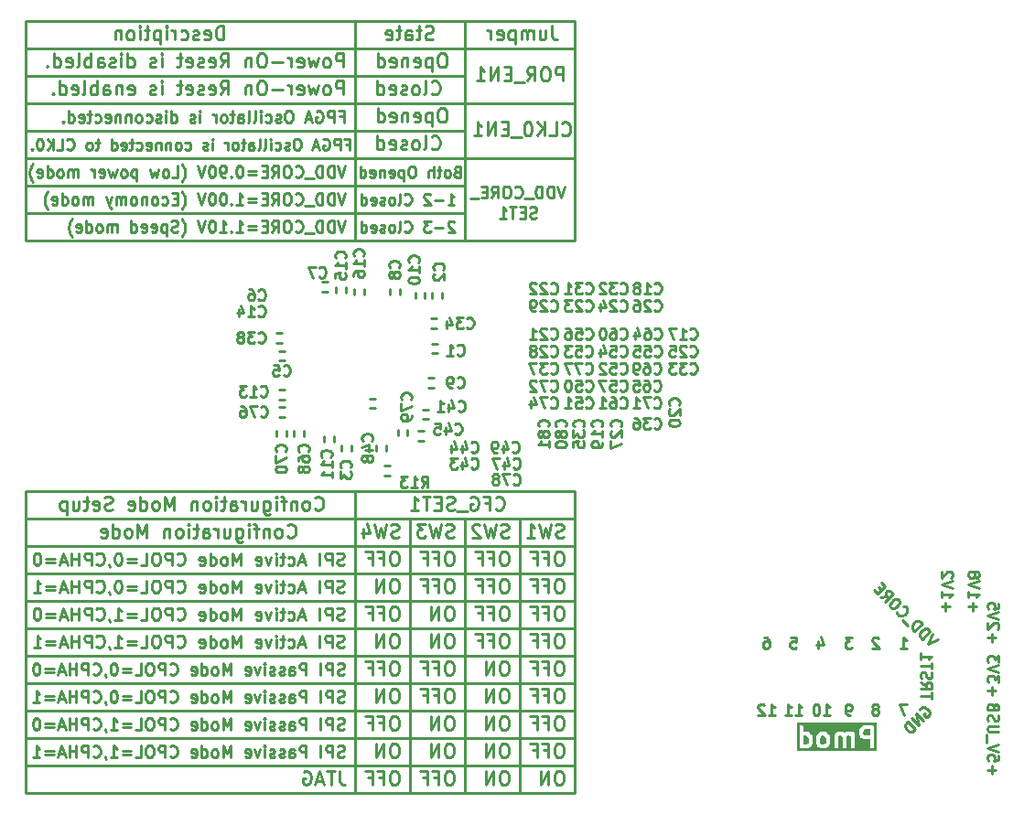
<source format=gbr>
%TF.GenerationSoftware,KiCad,Pcbnew,7.0.11-7.0.11~ubuntu22.04.1*%
%TF.CreationDate,2024-03-11T16:24:11+02:00*%
%TF.ProjectId,GateMateA1-EVB_Rev_B,47617465-4d61-4746-9541-312d4556425f,B*%
%TF.SameCoordinates,PX5f5e100PY7bfa480*%
%TF.FileFunction,Legend,Bot*%
%TF.FilePolarity,Positive*%
%FSLAX46Y46*%
G04 Gerber Fmt 4.6, Leading zero omitted, Abs format (unit mm)*
G04 Created by KiCad (PCBNEW 7.0.11-7.0.11~ubuntu22.04.1) date 2024-03-11 16:24:11*
%MOMM*%
%LPD*%
G01*
G04 APERTURE LIST*
%ADD10C,0.254000*%
%ADD11C,0.381000*%
%ADD12C,0.228600*%
G04 APERTURE END LIST*
D10*
X29540000Y18494000D02*
X80340000Y18494000D01*
X70180000Y51880000D02*
X70180000Y72200000D01*
X29540000Y8334000D02*
X80340000Y8334000D01*
X29540000Y15954000D02*
X80340000Y15954000D01*
X60020000Y51880000D02*
X60020000Y72200000D01*
X29540000Y21034000D02*
X80340000Y21034000D01*
X60020000Y23574000D02*
X80340000Y23574000D01*
X29540000Y72200000D02*
X29540000Y51880000D01*
X29540000Y64580000D02*
X80340000Y64580000D01*
X29540000Y28654000D02*
X80340000Y28654000D01*
X29540000Y69660000D02*
X80340000Y69660000D01*
X29540000Y51880000D02*
X80340000Y51880000D01*
X29540000Y10874000D02*
X80340000Y10874000D01*
X29540000Y714000D02*
X29540000Y28654000D01*
X80340000Y28654000D02*
X80340000Y714000D01*
X29540000Y5794000D02*
X80340000Y5794000D01*
X80340000Y714000D02*
X29540000Y714000D01*
X29540000Y62040000D02*
X70180000Y62040000D01*
X29540000Y13414000D02*
X80340000Y13414000D01*
X60020000Y714000D02*
X60020000Y28654000D01*
X65100000Y714000D02*
X65100000Y26114000D01*
X29540000Y23574000D02*
X60020000Y23574000D01*
X80340000Y51880000D02*
X80340000Y72200000D01*
X29540000Y54420000D02*
X70180000Y54420000D01*
X29540000Y56960000D02*
X70180000Y56960000D01*
X70180000Y714000D02*
X70180000Y26114000D01*
X80340000Y72200000D02*
X29540000Y72200000D01*
X29540000Y26114000D02*
X80340000Y26114000D01*
X80340000Y3254000D02*
X29540000Y3254000D01*
X29540000Y67120000D02*
X70180000Y67120000D01*
X75260000Y714000D02*
X75260000Y26114000D01*
X29540000Y59500000D02*
X80340000Y59500000D01*
X59000180Y21876518D02*
X58836895Y21822090D01*
X58836895Y21822090D02*
X58564752Y21822090D01*
X58564752Y21822090D02*
X58455895Y21876518D01*
X58455895Y21876518D02*
X58401466Y21930947D01*
X58401466Y21930947D02*
X58347037Y22039804D01*
X58347037Y22039804D02*
X58347037Y22148661D01*
X58347037Y22148661D02*
X58401466Y22257518D01*
X58401466Y22257518D02*
X58455895Y22311947D01*
X58455895Y22311947D02*
X58564752Y22366376D01*
X58564752Y22366376D02*
X58782466Y22420804D01*
X58782466Y22420804D02*
X58891323Y22475233D01*
X58891323Y22475233D02*
X58945752Y22529661D01*
X58945752Y22529661D02*
X59000180Y22638518D01*
X59000180Y22638518D02*
X59000180Y22747376D01*
X59000180Y22747376D02*
X58945752Y22856233D01*
X58945752Y22856233D02*
X58891323Y22910661D01*
X58891323Y22910661D02*
X58782466Y22965090D01*
X58782466Y22965090D02*
X58510323Y22965090D01*
X58510323Y22965090D02*
X58347037Y22910661D01*
X57857181Y21822090D02*
X57857181Y22965090D01*
X57857181Y22965090D02*
X57421752Y22965090D01*
X57421752Y22965090D02*
X57312895Y22910661D01*
X57312895Y22910661D02*
X57258466Y22856233D01*
X57258466Y22856233D02*
X57204038Y22747376D01*
X57204038Y22747376D02*
X57204038Y22584090D01*
X57204038Y22584090D02*
X57258466Y22475233D01*
X57258466Y22475233D02*
X57312895Y22420804D01*
X57312895Y22420804D02*
X57421752Y22366376D01*
X57421752Y22366376D02*
X57857181Y22366376D01*
X56714181Y21822090D02*
X56714181Y22965090D01*
X55353466Y22148661D02*
X54809181Y22148661D01*
X55462323Y21822090D02*
X55081323Y22965090D01*
X55081323Y22965090D02*
X54700323Y21822090D01*
X53829467Y21876518D02*
X53938324Y21822090D01*
X53938324Y21822090D02*
X54156038Y21822090D01*
X54156038Y21822090D02*
X54264895Y21876518D01*
X54264895Y21876518D02*
X54319324Y21930947D01*
X54319324Y21930947D02*
X54373752Y22039804D01*
X54373752Y22039804D02*
X54373752Y22366376D01*
X54373752Y22366376D02*
X54319324Y22475233D01*
X54319324Y22475233D02*
X54264895Y22529661D01*
X54264895Y22529661D02*
X54156038Y22584090D01*
X54156038Y22584090D02*
X53938324Y22584090D01*
X53938324Y22584090D02*
X53829467Y22529661D01*
X53502895Y22584090D02*
X53067467Y22584090D01*
X53339610Y22965090D02*
X53339610Y21985376D01*
X53339610Y21985376D02*
X53285181Y21876518D01*
X53285181Y21876518D02*
X53176324Y21822090D01*
X53176324Y21822090D02*
X53067467Y21822090D01*
X52686467Y21822090D02*
X52686467Y22584090D01*
X52686467Y22965090D02*
X52740895Y22910661D01*
X52740895Y22910661D02*
X52686467Y22856233D01*
X52686467Y22856233D02*
X52632038Y22910661D01*
X52632038Y22910661D02*
X52686467Y22965090D01*
X52686467Y22965090D02*
X52686467Y22856233D01*
X52251038Y22584090D02*
X51978895Y21822090D01*
X51978895Y21822090D02*
X51706752Y22584090D01*
X50835895Y21876518D02*
X50944752Y21822090D01*
X50944752Y21822090D02*
X51162467Y21822090D01*
X51162467Y21822090D02*
X51271324Y21876518D01*
X51271324Y21876518D02*
X51325752Y21985376D01*
X51325752Y21985376D02*
X51325752Y22420804D01*
X51325752Y22420804D02*
X51271324Y22529661D01*
X51271324Y22529661D02*
X51162467Y22584090D01*
X51162467Y22584090D02*
X50944752Y22584090D01*
X50944752Y22584090D02*
X50835895Y22529661D01*
X50835895Y22529661D02*
X50781467Y22420804D01*
X50781467Y22420804D02*
X50781467Y22311947D01*
X50781467Y22311947D02*
X51325752Y22203090D01*
X49420753Y21822090D02*
X49420753Y22965090D01*
X49420753Y22965090D02*
X49039753Y22148661D01*
X49039753Y22148661D02*
X48658753Y22965090D01*
X48658753Y22965090D02*
X48658753Y21822090D01*
X47951181Y21822090D02*
X48060038Y21876518D01*
X48060038Y21876518D02*
X48114467Y21930947D01*
X48114467Y21930947D02*
X48168895Y22039804D01*
X48168895Y22039804D02*
X48168895Y22366376D01*
X48168895Y22366376D02*
X48114467Y22475233D01*
X48114467Y22475233D02*
X48060038Y22529661D01*
X48060038Y22529661D02*
X47951181Y22584090D01*
X47951181Y22584090D02*
X47787895Y22584090D01*
X47787895Y22584090D02*
X47679038Y22529661D01*
X47679038Y22529661D02*
X47624610Y22475233D01*
X47624610Y22475233D02*
X47570181Y22366376D01*
X47570181Y22366376D02*
X47570181Y22039804D01*
X47570181Y22039804D02*
X47624610Y21930947D01*
X47624610Y21930947D02*
X47679038Y21876518D01*
X47679038Y21876518D02*
X47787895Y21822090D01*
X47787895Y21822090D02*
X47951181Y21822090D01*
X46590467Y21822090D02*
X46590467Y22965090D01*
X46590467Y21876518D02*
X46699324Y21822090D01*
X46699324Y21822090D02*
X46917038Y21822090D01*
X46917038Y21822090D02*
X47025895Y21876518D01*
X47025895Y21876518D02*
X47080324Y21930947D01*
X47080324Y21930947D02*
X47134752Y22039804D01*
X47134752Y22039804D02*
X47134752Y22366376D01*
X47134752Y22366376D02*
X47080324Y22475233D01*
X47080324Y22475233D02*
X47025895Y22529661D01*
X47025895Y22529661D02*
X46917038Y22584090D01*
X46917038Y22584090D02*
X46699324Y22584090D01*
X46699324Y22584090D02*
X46590467Y22529661D01*
X45610752Y21876518D02*
X45719609Y21822090D01*
X45719609Y21822090D02*
X45937324Y21822090D01*
X45937324Y21822090D02*
X46046181Y21876518D01*
X46046181Y21876518D02*
X46100609Y21985376D01*
X46100609Y21985376D02*
X46100609Y22420804D01*
X46100609Y22420804D02*
X46046181Y22529661D01*
X46046181Y22529661D02*
X45937324Y22584090D01*
X45937324Y22584090D02*
X45719609Y22584090D01*
X45719609Y22584090D02*
X45610752Y22529661D01*
X45610752Y22529661D02*
X45556324Y22420804D01*
X45556324Y22420804D02*
X45556324Y22311947D01*
X45556324Y22311947D02*
X46100609Y22203090D01*
X43542467Y21930947D02*
X43596895Y21876518D01*
X43596895Y21876518D02*
X43760181Y21822090D01*
X43760181Y21822090D02*
X43869038Y21822090D01*
X43869038Y21822090D02*
X44032324Y21876518D01*
X44032324Y21876518D02*
X44141181Y21985376D01*
X44141181Y21985376D02*
X44195610Y22094233D01*
X44195610Y22094233D02*
X44250038Y22311947D01*
X44250038Y22311947D02*
X44250038Y22475233D01*
X44250038Y22475233D02*
X44195610Y22692947D01*
X44195610Y22692947D02*
X44141181Y22801804D01*
X44141181Y22801804D02*
X44032324Y22910661D01*
X44032324Y22910661D02*
X43869038Y22965090D01*
X43869038Y22965090D02*
X43760181Y22965090D01*
X43760181Y22965090D02*
X43596895Y22910661D01*
X43596895Y22910661D02*
X43542467Y22856233D01*
X43052610Y21822090D02*
X43052610Y22965090D01*
X43052610Y22965090D02*
X42617181Y22965090D01*
X42617181Y22965090D02*
X42508324Y22910661D01*
X42508324Y22910661D02*
X42453895Y22856233D01*
X42453895Y22856233D02*
X42399467Y22747376D01*
X42399467Y22747376D02*
X42399467Y22584090D01*
X42399467Y22584090D02*
X42453895Y22475233D01*
X42453895Y22475233D02*
X42508324Y22420804D01*
X42508324Y22420804D02*
X42617181Y22366376D01*
X42617181Y22366376D02*
X43052610Y22366376D01*
X41691895Y22965090D02*
X41474181Y22965090D01*
X41474181Y22965090D02*
X41365324Y22910661D01*
X41365324Y22910661D02*
X41256467Y22801804D01*
X41256467Y22801804D02*
X41202038Y22584090D01*
X41202038Y22584090D02*
X41202038Y22203090D01*
X41202038Y22203090D02*
X41256467Y21985376D01*
X41256467Y21985376D02*
X41365324Y21876518D01*
X41365324Y21876518D02*
X41474181Y21822090D01*
X41474181Y21822090D02*
X41691895Y21822090D01*
X41691895Y21822090D02*
X41800753Y21876518D01*
X41800753Y21876518D02*
X41909610Y21985376D01*
X41909610Y21985376D02*
X41964038Y22203090D01*
X41964038Y22203090D02*
X41964038Y22584090D01*
X41964038Y22584090D02*
X41909610Y22801804D01*
X41909610Y22801804D02*
X41800753Y22910661D01*
X41800753Y22910661D02*
X41691895Y22965090D01*
X40167895Y21822090D02*
X40712181Y21822090D01*
X40712181Y21822090D02*
X40712181Y22965090D01*
X39786895Y22420804D02*
X38916038Y22420804D01*
X38916038Y22094233D02*
X39786895Y22094233D01*
X38154037Y22965090D02*
X38045180Y22965090D01*
X38045180Y22965090D02*
X37936323Y22910661D01*
X37936323Y22910661D02*
X37881895Y22856233D01*
X37881895Y22856233D02*
X37827466Y22747376D01*
X37827466Y22747376D02*
X37773037Y22529661D01*
X37773037Y22529661D02*
X37773037Y22257518D01*
X37773037Y22257518D02*
X37827466Y22039804D01*
X37827466Y22039804D02*
X37881895Y21930947D01*
X37881895Y21930947D02*
X37936323Y21876518D01*
X37936323Y21876518D02*
X38045180Y21822090D01*
X38045180Y21822090D02*
X38154037Y21822090D01*
X38154037Y21822090D02*
X38262895Y21876518D01*
X38262895Y21876518D02*
X38317323Y21930947D01*
X38317323Y21930947D02*
X38371752Y22039804D01*
X38371752Y22039804D02*
X38426180Y22257518D01*
X38426180Y22257518D02*
X38426180Y22529661D01*
X38426180Y22529661D02*
X38371752Y22747376D01*
X38371752Y22747376D02*
X38317323Y22856233D01*
X38317323Y22856233D02*
X38262895Y22910661D01*
X38262895Y22910661D02*
X38154037Y22965090D01*
X37228752Y21876518D02*
X37228752Y21822090D01*
X37228752Y21822090D02*
X37283181Y21713233D01*
X37283181Y21713233D02*
X37337609Y21658804D01*
X36085752Y21930947D02*
X36140180Y21876518D01*
X36140180Y21876518D02*
X36303466Y21822090D01*
X36303466Y21822090D02*
X36412323Y21822090D01*
X36412323Y21822090D02*
X36575609Y21876518D01*
X36575609Y21876518D02*
X36684466Y21985376D01*
X36684466Y21985376D02*
X36738895Y22094233D01*
X36738895Y22094233D02*
X36793323Y22311947D01*
X36793323Y22311947D02*
X36793323Y22475233D01*
X36793323Y22475233D02*
X36738895Y22692947D01*
X36738895Y22692947D02*
X36684466Y22801804D01*
X36684466Y22801804D02*
X36575609Y22910661D01*
X36575609Y22910661D02*
X36412323Y22965090D01*
X36412323Y22965090D02*
X36303466Y22965090D01*
X36303466Y22965090D02*
X36140180Y22910661D01*
X36140180Y22910661D02*
X36085752Y22856233D01*
X35595895Y21822090D02*
X35595895Y22965090D01*
X35595895Y22965090D02*
X35160466Y22965090D01*
X35160466Y22965090D02*
X35051609Y22910661D01*
X35051609Y22910661D02*
X34997180Y22856233D01*
X34997180Y22856233D02*
X34942752Y22747376D01*
X34942752Y22747376D02*
X34942752Y22584090D01*
X34942752Y22584090D02*
X34997180Y22475233D01*
X34997180Y22475233D02*
X35051609Y22420804D01*
X35051609Y22420804D02*
X35160466Y22366376D01*
X35160466Y22366376D02*
X35595895Y22366376D01*
X34452895Y21822090D02*
X34452895Y22965090D01*
X34452895Y22420804D02*
X33799752Y22420804D01*
X33799752Y21822090D02*
X33799752Y22965090D01*
X33309894Y22148661D02*
X32765609Y22148661D01*
X33418751Y21822090D02*
X33037751Y22965090D01*
X33037751Y22965090D02*
X32656751Y21822090D01*
X32275752Y22420804D02*
X31404895Y22420804D01*
X31404895Y22094233D02*
X32275752Y22094233D01*
X30642894Y22965090D02*
X30534037Y22965090D01*
X30534037Y22965090D02*
X30425180Y22910661D01*
X30425180Y22910661D02*
X30370752Y22856233D01*
X30370752Y22856233D02*
X30316323Y22747376D01*
X30316323Y22747376D02*
X30261894Y22529661D01*
X30261894Y22529661D02*
X30261894Y22257518D01*
X30261894Y22257518D02*
X30316323Y22039804D01*
X30316323Y22039804D02*
X30370752Y21930947D01*
X30370752Y21930947D02*
X30425180Y21876518D01*
X30425180Y21876518D02*
X30534037Y21822090D01*
X30534037Y21822090D02*
X30642894Y21822090D01*
X30642894Y21822090D02*
X30751752Y21876518D01*
X30751752Y21876518D02*
X30806180Y21930947D01*
X30806180Y21930947D02*
X30860609Y22039804D01*
X30860609Y22039804D02*
X30915037Y22257518D01*
X30915037Y22257518D02*
X30915037Y22529661D01*
X30915037Y22529661D02*
X30860609Y22747376D01*
X30860609Y22747376D02*
X30806180Y22856233D01*
X30806180Y22856233D02*
X30751752Y22910661D01*
X30751752Y22910661D02*
X30642894Y22965090D01*
X68833609Y20567632D02*
X68591704Y20567632D01*
X68591704Y20567632D02*
X68470752Y20507156D01*
X68470752Y20507156D02*
X68349799Y20386204D01*
X68349799Y20386204D02*
X68289323Y20144299D01*
X68289323Y20144299D02*
X68289323Y19720966D01*
X68289323Y19720966D02*
X68349799Y19479061D01*
X68349799Y19479061D02*
X68470752Y19358108D01*
X68470752Y19358108D02*
X68591704Y19297632D01*
X68591704Y19297632D02*
X68833609Y19297632D01*
X68833609Y19297632D02*
X68954561Y19358108D01*
X68954561Y19358108D02*
X69075514Y19479061D01*
X69075514Y19479061D02*
X69135990Y19720966D01*
X69135990Y19720966D02*
X69135990Y20144299D01*
X69135990Y20144299D02*
X69075514Y20386204D01*
X69075514Y20386204D02*
X68954561Y20507156D01*
X68954561Y20507156D02*
X68833609Y20567632D01*
X67321704Y19962870D02*
X67745038Y19962870D01*
X67745038Y19297632D02*
X67745038Y20567632D01*
X67745038Y20567632D02*
X67140276Y20567632D01*
X66233133Y19962870D02*
X66656467Y19962870D01*
X66656467Y19297632D02*
X66656467Y20567632D01*
X66656467Y20567632D02*
X66051705Y20567632D01*
X78993609Y7867632D02*
X78751704Y7867632D01*
X78751704Y7867632D02*
X78630752Y7807156D01*
X78630752Y7807156D02*
X78509799Y7686204D01*
X78509799Y7686204D02*
X78449323Y7444299D01*
X78449323Y7444299D02*
X78449323Y7020966D01*
X78449323Y7020966D02*
X78509799Y6779061D01*
X78509799Y6779061D02*
X78630752Y6658108D01*
X78630752Y6658108D02*
X78751704Y6597632D01*
X78751704Y6597632D02*
X78993609Y6597632D01*
X78993609Y6597632D02*
X79114561Y6658108D01*
X79114561Y6658108D02*
X79235514Y6779061D01*
X79235514Y6779061D02*
X79295990Y7020966D01*
X79295990Y7020966D02*
X79295990Y7444299D01*
X79295990Y7444299D02*
X79235514Y7686204D01*
X79235514Y7686204D02*
X79114561Y7807156D01*
X79114561Y7807156D02*
X78993609Y7867632D01*
X77481704Y7262870D02*
X77905038Y7262870D01*
X77905038Y6597632D02*
X77905038Y7867632D01*
X77905038Y7867632D02*
X77300276Y7867632D01*
X76393133Y7262870D02*
X76816467Y7262870D01*
X76816467Y6597632D02*
X76816467Y7867632D01*
X76816467Y7867632D02*
X76211705Y7867632D01*
X113929098Y15002264D02*
X112971204Y14523317D01*
X112971204Y14523317D02*
X113450151Y15481211D01*
X112492257Y15002263D02*
X113210678Y15720684D01*
X113210678Y15720684D02*
X113039625Y15891736D01*
X113039625Y15891736D02*
X112902783Y15960157D01*
X112902783Y15960157D02*
X112765941Y15960157D01*
X112765941Y15960157D02*
X112663310Y15925947D01*
X112663310Y15925947D02*
X112492257Y15823315D01*
X112492257Y15823315D02*
X112389626Y15720684D01*
X112389626Y15720684D02*
X112286994Y15549631D01*
X112286994Y15549631D02*
X112252784Y15447000D01*
X112252784Y15447000D02*
X112252784Y15310158D01*
X112252784Y15310158D02*
X112321205Y15173316D01*
X112321205Y15173316D02*
X112492257Y15002263D01*
X111773837Y15720684D02*
X112492257Y16439104D01*
X112492257Y16439104D02*
X112321205Y16610157D01*
X112321205Y16610157D02*
X112184363Y16678578D01*
X112184363Y16678578D02*
X112047521Y16678578D01*
X112047521Y16678578D02*
X111944889Y16644367D01*
X111944889Y16644367D02*
X111773837Y16541736D01*
X111773837Y16541736D02*
X111671205Y16439104D01*
X111671205Y16439104D02*
X111568574Y16268052D01*
X111568574Y16268052D02*
X111534363Y16165420D01*
X111534363Y16165420D02*
X111534363Y16028578D01*
X111534363Y16028578D02*
X111602784Y15891736D01*
X111602784Y15891736D02*
X111773837Y15720684D01*
X111158048Y16199631D02*
X110610680Y16746999D01*
X110165944Y17465419D02*
X110165944Y17396998D01*
X110165944Y17396998D02*
X110234365Y17260156D01*
X110234365Y17260156D02*
X110302786Y17191735D01*
X110302786Y17191735D02*
X110439628Y17123314D01*
X110439628Y17123314D02*
X110576470Y17123314D01*
X110576470Y17123314D02*
X110679101Y17157525D01*
X110679101Y17157525D02*
X110850154Y17260156D01*
X110850154Y17260156D02*
X110952785Y17362788D01*
X110952785Y17362788D02*
X111055417Y17533840D01*
X111055417Y17533840D02*
X111089627Y17636472D01*
X111089627Y17636472D02*
X111089627Y17773314D01*
X111089627Y17773314D02*
X111021206Y17910156D01*
X111021206Y17910156D02*
X110952785Y17978577D01*
X110952785Y17978577D02*
X110815943Y18046998D01*
X110815943Y18046998D02*
X110747522Y18046998D01*
X110371207Y18560155D02*
X110234365Y18696997D01*
X110234365Y18696997D02*
X110131733Y18731208D01*
X110131733Y18731208D02*
X109994891Y18731208D01*
X109994891Y18731208D02*
X109823839Y18628576D01*
X109823839Y18628576D02*
X109584365Y18389103D01*
X109584365Y18389103D02*
X109481734Y18218050D01*
X109481734Y18218050D02*
X109481734Y18081208D01*
X109481734Y18081208D02*
X109515944Y17978577D01*
X109515944Y17978577D02*
X109652786Y17841735D01*
X109652786Y17841735D02*
X109755418Y17807524D01*
X109755418Y17807524D02*
X109892260Y17807524D01*
X109892260Y17807524D02*
X110063312Y17910156D01*
X110063312Y17910156D02*
X110302786Y18149629D01*
X110302786Y18149629D02*
X110405417Y18320682D01*
X110405417Y18320682D02*
X110405417Y18457524D01*
X110405417Y18457524D02*
X110371207Y18560155D01*
X108626471Y18868050D02*
X109208050Y18970681D01*
X109036997Y18457524D02*
X109755418Y19175944D01*
X109755418Y19175944D02*
X109481734Y19449628D01*
X109481734Y19449628D02*
X109379102Y19483839D01*
X109379102Y19483839D02*
X109310681Y19483839D01*
X109310681Y19483839D02*
X109208050Y19449628D01*
X109208050Y19449628D02*
X109105418Y19346997D01*
X109105418Y19346997D02*
X109071208Y19244365D01*
X109071208Y19244365D02*
X109071208Y19175944D01*
X109071208Y19175944D02*
X109105418Y19073313D01*
X109105418Y19073313D02*
X109379102Y18799629D01*
X108694892Y19552260D02*
X108455419Y19791733D01*
X107976472Y19518049D02*
X108318577Y19175944D01*
X108318577Y19175944D02*
X109036997Y19894365D01*
X109036997Y19894365D02*
X108694892Y20236470D01*
X73913609Y7867632D02*
X73671704Y7867632D01*
X73671704Y7867632D02*
X73550752Y7807156D01*
X73550752Y7807156D02*
X73429799Y7686204D01*
X73429799Y7686204D02*
X73369323Y7444299D01*
X73369323Y7444299D02*
X73369323Y7020966D01*
X73369323Y7020966D02*
X73429799Y6779061D01*
X73429799Y6779061D02*
X73550752Y6658108D01*
X73550752Y6658108D02*
X73671704Y6597632D01*
X73671704Y6597632D02*
X73913609Y6597632D01*
X73913609Y6597632D02*
X74034561Y6658108D01*
X74034561Y6658108D02*
X74155514Y6779061D01*
X74155514Y6779061D02*
X74215990Y7020966D01*
X74215990Y7020966D02*
X74215990Y7444299D01*
X74215990Y7444299D02*
X74155514Y7686204D01*
X74155514Y7686204D02*
X74034561Y7807156D01*
X74034561Y7807156D02*
X73913609Y7867632D01*
X72825038Y6597632D02*
X72825038Y7867632D01*
X72825038Y7867632D02*
X72099323Y6597632D01*
X72099323Y6597632D02*
X72099323Y7867632D01*
X74215990Y24438108D02*
X74034561Y24377632D01*
X74034561Y24377632D02*
X73732180Y24377632D01*
X73732180Y24377632D02*
X73611228Y24438108D01*
X73611228Y24438108D02*
X73550752Y24498585D01*
X73550752Y24498585D02*
X73490275Y24619537D01*
X73490275Y24619537D02*
X73490275Y24740489D01*
X73490275Y24740489D02*
X73550752Y24861442D01*
X73550752Y24861442D02*
X73611228Y24921918D01*
X73611228Y24921918D02*
X73732180Y24982394D01*
X73732180Y24982394D02*
X73974085Y25042870D01*
X73974085Y25042870D02*
X74095037Y25103347D01*
X74095037Y25103347D02*
X74155514Y25163823D01*
X74155514Y25163823D02*
X74215990Y25284775D01*
X74215990Y25284775D02*
X74215990Y25405728D01*
X74215990Y25405728D02*
X74155514Y25526680D01*
X74155514Y25526680D02*
X74095037Y25587156D01*
X74095037Y25587156D02*
X73974085Y25647632D01*
X73974085Y25647632D02*
X73671704Y25647632D01*
X73671704Y25647632D02*
X73490275Y25587156D01*
X73066942Y25647632D02*
X72764561Y24377632D01*
X72764561Y24377632D02*
X72522656Y25284775D01*
X72522656Y25284775D02*
X72280751Y24377632D01*
X72280751Y24377632D02*
X71978371Y25647632D01*
X71555037Y25526680D02*
X71494561Y25587156D01*
X71494561Y25587156D02*
X71373608Y25647632D01*
X71373608Y25647632D02*
X71071227Y25647632D01*
X71071227Y25647632D02*
X70950275Y25587156D01*
X70950275Y25587156D02*
X70889799Y25526680D01*
X70889799Y25526680D02*
X70829322Y25405728D01*
X70829322Y25405728D02*
X70829322Y25284775D01*
X70829322Y25284775D02*
X70889799Y25103347D01*
X70889799Y25103347D02*
X71615513Y24377632D01*
X71615513Y24377632D02*
X70829322Y24377632D01*
X59009856Y4087882D02*
X58853828Y4035873D01*
X58853828Y4035873D02*
X58593780Y4035873D01*
X58593780Y4035873D02*
X58489761Y4087882D01*
X58489761Y4087882D02*
X58437752Y4139892D01*
X58437752Y4139892D02*
X58385742Y4243911D01*
X58385742Y4243911D02*
X58385742Y4347930D01*
X58385742Y4347930D02*
X58437752Y4451949D01*
X58437752Y4451949D02*
X58489761Y4503959D01*
X58489761Y4503959D02*
X58593780Y4555968D01*
X58593780Y4555968D02*
X58801818Y4607978D01*
X58801818Y4607978D02*
X58905837Y4659987D01*
X58905837Y4659987D02*
X58957847Y4711997D01*
X58957847Y4711997D02*
X59009856Y4816016D01*
X59009856Y4816016D02*
X59009856Y4920035D01*
X59009856Y4920035D02*
X58957847Y5024054D01*
X58957847Y5024054D02*
X58905837Y5076063D01*
X58905837Y5076063D02*
X58801818Y5128073D01*
X58801818Y5128073D02*
X58541771Y5128073D01*
X58541771Y5128073D02*
X58385742Y5076063D01*
X57917657Y4035873D02*
X57917657Y5128073D01*
X57917657Y5128073D02*
X57501581Y5128073D01*
X57501581Y5128073D02*
X57397562Y5076063D01*
X57397562Y5076063D02*
X57345552Y5024054D01*
X57345552Y5024054D02*
X57293543Y4920035D01*
X57293543Y4920035D02*
X57293543Y4764006D01*
X57293543Y4764006D02*
X57345552Y4659987D01*
X57345552Y4659987D02*
X57397562Y4607978D01*
X57397562Y4607978D02*
X57501581Y4555968D01*
X57501581Y4555968D02*
X57917657Y4555968D01*
X56825457Y4035873D02*
X56825457Y5128073D01*
X55473210Y4035873D02*
X55473210Y5128073D01*
X55473210Y5128073D02*
X55057134Y5128073D01*
X55057134Y5128073D02*
X54953115Y5076063D01*
X54953115Y5076063D02*
X54901105Y5024054D01*
X54901105Y5024054D02*
X54849096Y4920035D01*
X54849096Y4920035D02*
X54849096Y4764006D01*
X54849096Y4764006D02*
X54901105Y4659987D01*
X54901105Y4659987D02*
X54953115Y4607978D01*
X54953115Y4607978D02*
X55057134Y4555968D01*
X55057134Y4555968D02*
X55473210Y4555968D01*
X53912924Y4035873D02*
X53912924Y4607978D01*
X53912924Y4607978D02*
X53964934Y4711997D01*
X53964934Y4711997D02*
X54068953Y4764006D01*
X54068953Y4764006D02*
X54276991Y4764006D01*
X54276991Y4764006D02*
X54381010Y4711997D01*
X53912924Y4087882D02*
X54016943Y4035873D01*
X54016943Y4035873D02*
X54276991Y4035873D01*
X54276991Y4035873D02*
X54381010Y4087882D01*
X54381010Y4087882D02*
X54433019Y4191902D01*
X54433019Y4191902D02*
X54433019Y4295921D01*
X54433019Y4295921D02*
X54381010Y4399940D01*
X54381010Y4399940D02*
X54276991Y4451949D01*
X54276991Y4451949D02*
X54016943Y4451949D01*
X54016943Y4451949D02*
X53912924Y4503959D01*
X53444838Y4087882D02*
X53340819Y4035873D01*
X53340819Y4035873D02*
X53132781Y4035873D01*
X53132781Y4035873D02*
X53028762Y4087882D01*
X53028762Y4087882D02*
X52976753Y4191902D01*
X52976753Y4191902D02*
X52976753Y4243911D01*
X52976753Y4243911D02*
X53028762Y4347930D01*
X53028762Y4347930D02*
X53132781Y4399940D01*
X53132781Y4399940D02*
X53288810Y4399940D01*
X53288810Y4399940D02*
X53392829Y4451949D01*
X53392829Y4451949D02*
X53444838Y4555968D01*
X53444838Y4555968D02*
X53444838Y4607978D01*
X53444838Y4607978D02*
X53392829Y4711997D01*
X53392829Y4711997D02*
X53288810Y4764006D01*
X53288810Y4764006D02*
X53132781Y4764006D01*
X53132781Y4764006D02*
X53028762Y4711997D01*
X52560676Y4087882D02*
X52456657Y4035873D01*
X52456657Y4035873D02*
X52248619Y4035873D01*
X52248619Y4035873D02*
X52144600Y4087882D01*
X52144600Y4087882D02*
X52092591Y4191902D01*
X52092591Y4191902D02*
X52092591Y4243911D01*
X52092591Y4243911D02*
X52144600Y4347930D01*
X52144600Y4347930D02*
X52248619Y4399940D01*
X52248619Y4399940D02*
X52404648Y4399940D01*
X52404648Y4399940D02*
X52508667Y4451949D01*
X52508667Y4451949D02*
X52560676Y4555968D01*
X52560676Y4555968D02*
X52560676Y4607978D01*
X52560676Y4607978D02*
X52508667Y4711997D01*
X52508667Y4711997D02*
X52404648Y4764006D01*
X52404648Y4764006D02*
X52248619Y4764006D01*
X52248619Y4764006D02*
X52144600Y4711997D01*
X51624505Y4035873D02*
X51624505Y4764006D01*
X51624505Y5128073D02*
X51676514Y5076063D01*
X51676514Y5076063D02*
X51624505Y5024054D01*
X51624505Y5024054D02*
X51572495Y5076063D01*
X51572495Y5076063D02*
X51624505Y5128073D01*
X51624505Y5128073D02*
X51624505Y5024054D01*
X51208429Y4764006D02*
X50948381Y4035873D01*
X50948381Y4035873D02*
X50688334Y4764006D01*
X49856182Y4087882D02*
X49960201Y4035873D01*
X49960201Y4035873D02*
X50168239Y4035873D01*
X50168239Y4035873D02*
X50272258Y4087882D01*
X50272258Y4087882D02*
X50324267Y4191902D01*
X50324267Y4191902D02*
X50324267Y4607978D01*
X50324267Y4607978D02*
X50272258Y4711997D01*
X50272258Y4711997D02*
X50168239Y4764006D01*
X50168239Y4764006D02*
X49960201Y4764006D01*
X49960201Y4764006D02*
X49856182Y4711997D01*
X49856182Y4711997D02*
X49804172Y4607978D01*
X49804172Y4607978D02*
X49804172Y4503959D01*
X49804172Y4503959D02*
X50324267Y4399940D01*
X48503935Y4035873D02*
X48503935Y5128073D01*
X48503935Y5128073D02*
X48139868Y4347930D01*
X48139868Y4347930D02*
X47775802Y5128073D01*
X47775802Y5128073D02*
X47775802Y4035873D01*
X47099677Y4035873D02*
X47203696Y4087882D01*
X47203696Y4087882D02*
X47255706Y4139892D01*
X47255706Y4139892D02*
X47307715Y4243911D01*
X47307715Y4243911D02*
X47307715Y4555968D01*
X47307715Y4555968D02*
X47255706Y4659987D01*
X47255706Y4659987D02*
X47203696Y4711997D01*
X47203696Y4711997D02*
X47099677Y4764006D01*
X47099677Y4764006D02*
X46943649Y4764006D01*
X46943649Y4764006D02*
X46839630Y4711997D01*
X46839630Y4711997D02*
X46787620Y4659987D01*
X46787620Y4659987D02*
X46735611Y4555968D01*
X46735611Y4555968D02*
X46735611Y4243911D01*
X46735611Y4243911D02*
X46787620Y4139892D01*
X46787620Y4139892D02*
X46839630Y4087882D01*
X46839630Y4087882D02*
X46943649Y4035873D01*
X46943649Y4035873D02*
X47099677Y4035873D01*
X45799439Y4035873D02*
X45799439Y5128073D01*
X45799439Y4087882D02*
X45903458Y4035873D01*
X45903458Y4035873D02*
X46111496Y4035873D01*
X46111496Y4035873D02*
X46215515Y4087882D01*
X46215515Y4087882D02*
X46267525Y4139892D01*
X46267525Y4139892D02*
X46319534Y4243911D01*
X46319534Y4243911D02*
X46319534Y4555968D01*
X46319534Y4555968D02*
X46267525Y4659987D01*
X46267525Y4659987D02*
X46215515Y4711997D01*
X46215515Y4711997D02*
X46111496Y4764006D01*
X46111496Y4764006D02*
X45903458Y4764006D01*
X45903458Y4764006D02*
X45799439Y4711997D01*
X44863268Y4087882D02*
X44967287Y4035873D01*
X44967287Y4035873D02*
X45175325Y4035873D01*
X45175325Y4035873D02*
X45279344Y4087882D01*
X45279344Y4087882D02*
X45331353Y4191902D01*
X45331353Y4191902D02*
X45331353Y4607978D01*
X45331353Y4607978D02*
X45279344Y4711997D01*
X45279344Y4711997D02*
X45175325Y4764006D01*
X45175325Y4764006D02*
X44967287Y4764006D01*
X44967287Y4764006D02*
X44863268Y4711997D01*
X44863268Y4711997D02*
X44811258Y4607978D01*
X44811258Y4607978D02*
X44811258Y4503959D01*
X44811258Y4503959D02*
X45331353Y4399940D01*
X42886907Y4139892D02*
X42938916Y4087882D01*
X42938916Y4087882D02*
X43094945Y4035873D01*
X43094945Y4035873D02*
X43198964Y4035873D01*
X43198964Y4035873D02*
X43354992Y4087882D01*
X43354992Y4087882D02*
X43459011Y4191902D01*
X43459011Y4191902D02*
X43511021Y4295921D01*
X43511021Y4295921D02*
X43563030Y4503959D01*
X43563030Y4503959D02*
X43563030Y4659987D01*
X43563030Y4659987D02*
X43511021Y4868025D01*
X43511021Y4868025D02*
X43459011Y4972044D01*
X43459011Y4972044D02*
X43354992Y5076063D01*
X43354992Y5076063D02*
X43198964Y5128073D01*
X43198964Y5128073D02*
X43094945Y5128073D01*
X43094945Y5128073D02*
X42938916Y5076063D01*
X42938916Y5076063D02*
X42886907Y5024054D01*
X42418821Y4035873D02*
X42418821Y5128073D01*
X42418821Y5128073D02*
X42002745Y5128073D01*
X42002745Y5128073D02*
X41898726Y5076063D01*
X41898726Y5076063D02*
X41846716Y5024054D01*
X41846716Y5024054D02*
X41794707Y4920035D01*
X41794707Y4920035D02*
X41794707Y4764006D01*
X41794707Y4764006D02*
X41846716Y4659987D01*
X41846716Y4659987D02*
X41898726Y4607978D01*
X41898726Y4607978D02*
X42002745Y4555968D01*
X42002745Y4555968D02*
X42418821Y4555968D01*
X41118583Y5128073D02*
X40910545Y5128073D01*
X40910545Y5128073D02*
X40806526Y5076063D01*
X40806526Y5076063D02*
X40702507Y4972044D01*
X40702507Y4972044D02*
X40650497Y4764006D01*
X40650497Y4764006D02*
X40650497Y4399940D01*
X40650497Y4399940D02*
X40702507Y4191902D01*
X40702507Y4191902D02*
X40806526Y4087882D01*
X40806526Y4087882D02*
X40910545Y4035873D01*
X40910545Y4035873D02*
X41118583Y4035873D01*
X41118583Y4035873D02*
X41222602Y4087882D01*
X41222602Y4087882D02*
X41326621Y4191902D01*
X41326621Y4191902D02*
X41378630Y4399940D01*
X41378630Y4399940D02*
X41378630Y4764006D01*
X41378630Y4764006D02*
X41326621Y4972044D01*
X41326621Y4972044D02*
X41222602Y5076063D01*
X41222602Y5076063D02*
X41118583Y5128073D01*
X39662316Y4035873D02*
X40182411Y4035873D01*
X40182411Y4035873D02*
X40182411Y5128073D01*
X39298249Y4607978D02*
X38466097Y4607978D01*
X38466097Y4295921D02*
X39298249Y4295921D01*
X37373896Y4035873D02*
X37998010Y4035873D01*
X37685953Y4035873D02*
X37685953Y5128073D01*
X37685953Y5128073D02*
X37789972Y4972044D01*
X37789972Y4972044D02*
X37893991Y4868025D01*
X37893991Y4868025D02*
X37998010Y4816016D01*
X36853801Y4087882D02*
X36853801Y4035873D01*
X36853801Y4035873D02*
X36905811Y3931854D01*
X36905811Y3931854D02*
X36957820Y3879844D01*
X35761602Y4139892D02*
X35813611Y4087882D01*
X35813611Y4087882D02*
X35969640Y4035873D01*
X35969640Y4035873D02*
X36073659Y4035873D01*
X36073659Y4035873D02*
X36229687Y4087882D01*
X36229687Y4087882D02*
X36333706Y4191902D01*
X36333706Y4191902D02*
X36385716Y4295921D01*
X36385716Y4295921D02*
X36437725Y4503959D01*
X36437725Y4503959D02*
X36437725Y4659987D01*
X36437725Y4659987D02*
X36385716Y4868025D01*
X36385716Y4868025D02*
X36333706Y4972044D01*
X36333706Y4972044D02*
X36229687Y5076063D01*
X36229687Y5076063D02*
X36073659Y5128073D01*
X36073659Y5128073D02*
X35969640Y5128073D01*
X35969640Y5128073D02*
X35813611Y5076063D01*
X35813611Y5076063D02*
X35761602Y5024054D01*
X35293516Y4035873D02*
X35293516Y5128073D01*
X35293516Y5128073D02*
X34877440Y5128073D01*
X34877440Y5128073D02*
X34773421Y5076063D01*
X34773421Y5076063D02*
X34721411Y5024054D01*
X34721411Y5024054D02*
X34669402Y4920035D01*
X34669402Y4920035D02*
X34669402Y4764006D01*
X34669402Y4764006D02*
X34721411Y4659987D01*
X34721411Y4659987D02*
X34773421Y4607978D01*
X34773421Y4607978D02*
X34877440Y4555968D01*
X34877440Y4555968D02*
X35293516Y4555968D01*
X34201316Y4035873D02*
X34201316Y5128073D01*
X34201316Y4607978D02*
X33577202Y4607978D01*
X33577202Y4035873D02*
X33577202Y5128073D01*
X33109115Y4347930D02*
X32589020Y4347930D01*
X33213134Y4035873D02*
X32849068Y5128073D01*
X32849068Y5128073D02*
X32485001Y4035873D01*
X32120935Y4607978D02*
X31288783Y4607978D01*
X31288783Y4295921D02*
X32120935Y4295921D01*
X30196582Y4035873D02*
X30820696Y4035873D01*
X30508639Y4035873D02*
X30508639Y5128073D01*
X30508639Y5128073D02*
X30612658Y4972044D01*
X30612658Y4972044D02*
X30716677Y4868025D01*
X30716677Y4868025D02*
X30820696Y4816016D01*
X58608295Y63377564D02*
X58963895Y63377564D01*
X58963895Y62818764D02*
X58963895Y63885564D01*
X58963895Y63885564D02*
X58455895Y63885564D01*
X58049495Y62818764D02*
X58049495Y63885564D01*
X58049495Y63885564D02*
X57643095Y63885564D01*
X57643095Y63885564D02*
X57541495Y63834764D01*
X57541495Y63834764D02*
X57490695Y63783964D01*
X57490695Y63783964D02*
X57439895Y63682364D01*
X57439895Y63682364D02*
X57439895Y63529964D01*
X57439895Y63529964D02*
X57490695Y63428364D01*
X57490695Y63428364D02*
X57541495Y63377564D01*
X57541495Y63377564D02*
X57643095Y63326764D01*
X57643095Y63326764D02*
X58049495Y63326764D01*
X56423895Y63834764D02*
X56525495Y63885564D01*
X56525495Y63885564D02*
X56677895Y63885564D01*
X56677895Y63885564D02*
X56830295Y63834764D01*
X56830295Y63834764D02*
X56931895Y63733164D01*
X56931895Y63733164D02*
X56982695Y63631564D01*
X56982695Y63631564D02*
X57033495Y63428364D01*
X57033495Y63428364D02*
X57033495Y63275964D01*
X57033495Y63275964D02*
X56982695Y63072764D01*
X56982695Y63072764D02*
X56931895Y62971164D01*
X56931895Y62971164D02*
X56830295Y62869564D01*
X56830295Y62869564D02*
X56677895Y62818764D01*
X56677895Y62818764D02*
X56576295Y62818764D01*
X56576295Y62818764D02*
X56423895Y62869564D01*
X56423895Y62869564D02*
X56373095Y62920364D01*
X56373095Y62920364D02*
X56373095Y63275964D01*
X56373095Y63275964D02*
X56576295Y63275964D01*
X55966695Y63123564D02*
X55458695Y63123564D01*
X56068295Y62818764D02*
X55712695Y63885564D01*
X55712695Y63885564D02*
X55357095Y62818764D01*
X53985495Y63885564D02*
X53782295Y63885564D01*
X53782295Y63885564D02*
X53680695Y63834764D01*
X53680695Y63834764D02*
X53579095Y63733164D01*
X53579095Y63733164D02*
X53528295Y63529964D01*
X53528295Y63529964D02*
X53528295Y63174364D01*
X53528295Y63174364D02*
X53579095Y62971164D01*
X53579095Y62971164D02*
X53680695Y62869564D01*
X53680695Y62869564D02*
X53782295Y62818764D01*
X53782295Y62818764D02*
X53985495Y62818764D01*
X53985495Y62818764D02*
X54087095Y62869564D01*
X54087095Y62869564D02*
X54188695Y62971164D01*
X54188695Y62971164D02*
X54239495Y63174364D01*
X54239495Y63174364D02*
X54239495Y63529964D01*
X54239495Y63529964D02*
X54188695Y63733164D01*
X54188695Y63733164D02*
X54087095Y63834764D01*
X54087095Y63834764D02*
X53985495Y63885564D01*
X53121895Y62869564D02*
X53020295Y62818764D01*
X53020295Y62818764D02*
X52817095Y62818764D01*
X52817095Y62818764D02*
X52715495Y62869564D01*
X52715495Y62869564D02*
X52664695Y62971164D01*
X52664695Y62971164D02*
X52664695Y63021964D01*
X52664695Y63021964D02*
X52715495Y63123564D01*
X52715495Y63123564D02*
X52817095Y63174364D01*
X52817095Y63174364D02*
X52969495Y63174364D01*
X52969495Y63174364D02*
X53071095Y63225164D01*
X53071095Y63225164D02*
X53121895Y63326764D01*
X53121895Y63326764D02*
X53121895Y63377564D01*
X53121895Y63377564D02*
X53071095Y63479164D01*
X53071095Y63479164D02*
X52969495Y63529964D01*
X52969495Y63529964D02*
X52817095Y63529964D01*
X52817095Y63529964D02*
X52715495Y63479164D01*
X51750295Y62869564D02*
X51851895Y62818764D01*
X51851895Y62818764D02*
X52055095Y62818764D01*
X52055095Y62818764D02*
X52156695Y62869564D01*
X52156695Y62869564D02*
X52207495Y62920364D01*
X52207495Y62920364D02*
X52258295Y63021964D01*
X52258295Y63021964D02*
X52258295Y63326764D01*
X52258295Y63326764D02*
X52207495Y63428364D01*
X52207495Y63428364D02*
X52156695Y63479164D01*
X52156695Y63479164D02*
X52055095Y63529964D01*
X52055095Y63529964D02*
X51851895Y63529964D01*
X51851895Y63529964D02*
X51750295Y63479164D01*
X51293095Y62818764D02*
X51293095Y63529964D01*
X51293095Y63885564D02*
X51343895Y63834764D01*
X51343895Y63834764D02*
X51293095Y63783964D01*
X51293095Y63783964D02*
X51242295Y63834764D01*
X51242295Y63834764D02*
X51293095Y63885564D01*
X51293095Y63885564D02*
X51293095Y63783964D01*
X50632695Y62818764D02*
X50734295Y62869564D01*
X50734295Y62869564D02*
X50785095Y62971164D01*
X50785095Y62971164D02*
X50785095Y63885564D01*
X50073895Y62818764D02*
X50175495Y62869564D01*
X50175495Y62869564D02*
X50226295Y62971164D01*
X50226295Y62971164D02*
X50226295Y63885564D01*
X49210295Y62818764D02*
X49210295Y63377564D01*
X49210295Y63377564D02*
X49261095Y63479164D01*
X49261095Y63479164D02*
X49362695Y63529964D01*
X49362695Y63529964D02*
X49565895Y63529964D01*
X49565895Y63529964D02*
X49667495Y63479164D01*
X49210295Y62869564D02*
X49311895Y62818764D01*
X49311895Y62818764D02*
X49565895Y62818764D01*
X49565895Y62818764D02*
X49667495Y62869564D01*
X49667495Y62869564D02*
X49718295Y62971164D01*
X49718295Y62971164D02*
X49718295Y63072764D01*
X49718295Y63072764D02*
X49667495Y63174364D01*
X49667495Y63174364D02*
X49565895Y63225164D01*
X49565895Y63225164D02*
X49311895Y63225164D01*
X49311895Y63225164D02*
X49210295Y63275964D01*
X48854695Y63529964D02*
X48448295Y63529964D01*
X48702295Y63885564D02*
X48702295Y62971164D01*
X48702295Y62971164D02*
X48651495Y62869564D01*
X48651495Y62869564D02*
X48549895Y62818764D01*
X48549895Y62818764D02*
X48448295Y62818764D01*
X47940295Y62818764D02*
X48041895Y62869564D01*
X48041895Y62869564D02*
X48092695Y62920364D01*
X48092695Y62920364D02*
X48143495Y63021964D01*
X48143495Y63021964D02*
X48143495Y63326764D01*
X48143495Y63326764D02*
X48092695Y63428364D01*
X48092695Y63428364D02*
X48041895Y63479164D01*
X48041895Y63479164D02*
X47940295Y63529964D01*
X47940295Y63529964D02*
X47787895Y63529964D01*
X47787895Y63529964D02*
X47686295Y63479164D01*
X47686295Y63479164D02*
X47635495Y63428364D01*
X47635495Y63428364D02*
X47584695Y63326764D01*
X47584695Y63326764D02*
X47584695Y63021964D01*
X47584695Y63021964D02*
X47635495Y62920364D01*
X47635495Y62920364D02*
X47686295Y62869564D01*
X47686295Y62869564D02*
X47787895Y62818764D01*
X47787895Y62818764D02*
X47940295Y62818764D01*
X47127495Y62818764D02*
X47127495Y63529964D01*
X47127495Y63326764D02*
X47076695Y63428364D01*
X47076695Y63428364D02*
X47025895Y63479164D01*
X47025895Y63479164D02*
X46924295Y63529964D01*
X46924295Y63529964D02*
X46822695Y63529964D01*
X45654295Y62818764D02*
X45654295Y63529964D01*
X45654295Y63885564D02*
X45705095Y63834764D01*
X45705095Y63834764D02*
X45654295Y63783964D01*
X45654295Y63783964D02*
X45603495Y63834764D01*
X45603495Y63834764D02*
X45654295Y63885564D01*
X45654295Y63885564D02*
X45654295Y63783964D01*
X45197095Y62869564D02*
X45095495Y62818764D01*
X45095495Y62818764D02*
X44892295Y62818764D01*
X44892295Y62818764D02*
X44790695Y62869564D01*
X44790695Y62869564D02*
X44739895Y62971164D01*
X44739895Y62971164D02*
X44739895Y63021964D01*
X44739895Y63021964D02*
X44790695Y63123564D01*
X44790695Y63123564D02*
X44892295Y63174364D01*
X44892295Y63174364D02*
X45044695Y63174364D01*
X45044695Y63174364D02*
X45146295Y63225164D01*
X45146295Y63225164D02*
X45197095Y63326764D01*
X45197095Y63326764D02*
X45197095Y63377564D01*
X45197095Y63377564D02*
X45146295Y63479164D01*
X45146295Y63479164D02*
X45044695Y63529964D01*
X45044695Y63529964D02*
X44892295Y63529964D01*
X44892295Y63529964D02*
X44790695Y63479164D01*
X43012695Y62818764D02*
X43012695Y63885564D01*
X43012695Y62869564D02*
X43114295Y62818764D01*
X43114295Y62818764D02*
X43317495Y62818764D01*
X43317495Y62818764D02*
X43419095Y62869564D01*
X43419095Y62869564D02*
X43469895Y62920364D01*
X43469895Y62920364D02*
X43520695Y63021964D01*
X43520695Y63021964D02*
X43520695Y63326764D01*
X43520695Y63326764D02*
X43469895Y63428364D01*
X43469895Y63428364D02*
X43419095Y63479164D01*
X43419095Y63479164D02*
X43317495Y63529964D01*
X43317495Y63529964D02*
X43114295Y63529964D01*
X43114295Y63529964D02*
X43012695Y63479164D01*
X42504695Y62818764D02*
X42504695Y63529964D01*
X42504695Y63885564D02*
X42555495Y63834764D01*
X42555495Y63834764D02*
X42504695Y63783964D01*
X42504695Y63783964D02*
X42453895Y63834764D01*
X42453895Y63834764D02*
X42504695Y63885564D01*
X42504695Y63885564D02*
X42504695Y63783964D01*
X42047495Y62869564D02*
X41945895Y62818764D01*
X41945895Y62818764D02*
X41742695Y62818764D01*
X41742695Y62818764D02*
X41641095Y62869564D01*
X41641095Y62869564D02*
X41590295Y62971164D01*
X41590295Y62971164D02*
X41590295Y63021964D01*
X41590295Y63021964D02*
X41641095Y63123564D01*
X41641095Y63123564D02*
X41742695Y63174364D01*
X41742695Y63174364D02*
X41895095Y63174364D01*
X41895095Y63174364D02*
X41996695Y63225164D01*
X41996695Y63225164D02*
X42047495Y63326764D01*
X42047495Y63326764D02*
X42047495Y63377564D01*
X42047495Y63377564D02*
X41996695Y63479164D01*
X41996695Y63479164D02*
X41895095Y63529964D01*
X41895095Y63529964D02*
X41742695Y63529964D01*
X41742695Y63529964D02*
X41641095Y63479164D01*
X40675895Y62869564D02*
X40777495Y62818764D01*
X40777495Y62818764D02*
X40980695Y62818764D01*
X40980695Y62818764D02*
X41082295Y62869564D01*
X41082295Y62869564D02*
X41133095Y62920364D01*
X41133095Y62920364D02*
X41183895Y63021964D01*
X41183895Y63021964D02*
X41183895Y63326764D01*
X41183895Y63326764D02*
X41133095Y63428364D01*
X41133095Y63428364D02*
X41082295Y63479164D01*
X41082295Y63479164D02*
X40980695Y63529964D01*
X40980695Y63529964D02*
X40777495Y63529964D01*
X40777495Y63529964D02*
X40675895Y63479164D01*
X40066295Y62818764D02*
X40167895Y62869564D01*
X40167895Y62869564D02*
X40218695Y62920364D01*
X40218695Y62920364D02*
X40269495Y63021964D01*
X40269495Y63021964D02*
X40269495Y63326764D01*
X40269495Y63326764D02*
X40218695Y63428364D01*
X40218695Y63428364D02*
X40167895Y63479164D01*
X40167895Y63479164D02*
X40066295Y63529964D01*
X40066295Y63529964D02*
X39913895Y63529964D01*
X39913895Y63529964D02*
X39812295Y63479164D01*
X39812295Y63479164D02*
X39761495Y63428364D01*
X39761495Y63428364D02*
X39710695Y63326764D01*
X39710695Y63326764D02*
X39710695Y63021964D01*
X39710695Y63021964D02*
X39761495Y62920364D01*
X39761495Y62920364D02*
X39812295Y62869564D01*
X39812295Y62869564D02*
X39913895Y62818764D01*
X39913895Y62818764D02*
X40066295Y62818764D01*
X39253495Y63529964D02*
X39253495Y62818764D01*
X39253495Y63428364D02*
X39202695Y63479164D01*
X39202695Y63479164D02*
X39101095Y63529964D01*
X39101095Y63529964D02*
X38948695Y63529964D01*
X38948695Y63529964D02*
X38847095Y63479164D01*
X38847095Y63479164D02*
X38796295Y63377564D01*
X38796295Y63377564D02*
X38796295Y62818764D01*
X38288295Y63529964D02*
X38288295Y62818764D01*
X38288295Y63428364D02*
X38237495Y63479164D01*
X38237495Y63479164D02*
X38135895Y63529964D01*
X38135895Y63529964D02*
X37983495Y63529964D01*
X37983495Y63529964D02*
X37881895Y63479164D01*
X37881895Y63479164D02*
X37831095Y63377564D01*
X37831095Y63377564D02*
X37831095Y62818764D01*
X36916695Y62869564D02*
X37018295Y62818764D01*
X37018295Y62818764D02*
X37221495Y62818764D01*
X37221495Y62818764D02*
X37323095Y62869564D01*
X37323095Y62869564D02*
X37373895Y62971164D01*
X37373895Y62971164D02*
X37373895Y63377564D01*
X37373895Y63377564D02*
X37323095Y63479164D01*
X37323095Y63479164D02*
X37221495Y63529964D01*
X37221495Y63529964D02*
X37018295Y63529964D01*
X37018295Y63529964D02*
X36916695Y63479164D01*
X36916695Y63479164D02*
X36865895Y63377564D01*
X36865895Y63377564D02*
X36865895Y63275964D01*
X36865895Y63275964D02*
X37373895Y63174364D01*
X35951495Y62869564D02*
X36053095Y62818764D01*
X36053095Y62818764D02*
X36256295Y62818764D01*
X36256295Y62818764D02*
X36357895Y62869564D01*
X36357895Y62869564D02*
X36408695Y62920364D01*
X36408695Y62920364D02*
X36459495Y63021964D01*
X36459495Y63021964D02*
X36459495Y63326764D01*
X36459495Y63326764D02*
X36408695Y63428364D01*
X36408695Y63428364D02*
X36357895Y63479164D01*
X36357895Y63479164D02*
X36256295Y63529964D01*
X36256295Y63529964D02*
X36053095Y63529964D01*
X36053095Y63529964D02*
X35951495Y63479164D01*
X35646695Y63529964D02*
X35240295Y63529964D01*
X35494295Y63885564D02*
X35494295Y62971164D01*
X35494295Y62971164D02*
X35443495Y62869564D01*
X35443495Y62869564D02*
X35341895Y62818764D01*
X35341895Y62818764D02*
X35240295Y62818764D01*
X34478295Y62869564D02*
X34579895Y62818764D01*
X34579895Y62818764D02*
X34783095Y62818764D01*
X34783095Y62818764D02*
X34884695Y62869564D01*
X34884695Y62869564D02*
X34935495Y62971164D01*
X34935495Y62971164D02*
X34935495Y63377564D01*
X34935495Y63377564D02*
X34884695Y63479164D01*
X34884695Y63479164D02*
X34783095Y63529964D01*
X34783095Y63529964D02*
X34579895Y63529964D01*
X34579895Y63529964D02*
X34478295Y63479164D01*
X34478295Y63479164D02*
X34427495Y63377564D01*
X34427495Y63377564D02*
X34427495Y63275964D01*
X34427495Y63275964D02*
X34935495Y63174364D01*
X33513095Y62818764D02*
X33513095Y63885564D01*
X33513095Y62869564D02*
X33614695Y62818764D01*
X33614695Y62818764D02*
X33817895Y62818764D01*
X33817895Y62818764D02*
X33919495Y62869564D01*
X33919495Y62869564D02*
X33970295Y62920364D01*
X33970295Y62920364D02*
X34021095Y63021964D01*
X34021095Y63021964D02*
X34021095Y63326764D01*
X34021095Y63326764D02*
X33970295Y63428364D01*
X33970295Y63428364D02*
X33919495Y63479164D01*
X33919495Y63479164D02*
X33817895Y63529964D01*
X33817895Y63529964D02*
X33614695Y63529964D01*
X33614695Y63529964D02*
X33513095Y63479164D01*
X33005095Y62920364D02*
X32954295Y62869564D01*
X32954295Y62869564D02*
X33005095Y62818764D01*
X33005095Y62818764D02*
X33055895Y62869564D01*
X33055895Y62869564D02*
X33005095Y62920364D01*
X33005095Y62920364D02*
X33005095Y62818764D01*
X68833609Y23107632D02*
X68591704Y23107632D01*
X68591704Y23107632D02*
X68470752Y23047156D01*
X68470752Y23047156D02*
X68349799Y22926204D01*
X68349799Y22926204D02*
X68289323Y22684299D01*
X68289323Y22684299D02*
X68289323Y22260966D01*
X68289323Y22260966D02*
X68349799Y22019061D01*
X68349799Y22019061D02*
X68470752Y21898108D01*
X68470752Y21898108D02*
X68591704Y21837632D01*
X68591704Y21837632D02*
X68833609Y21837632D01*
X68833609Y21837632D02*
X68954561Y21898108D01*
X68954561Y21898108D02*
X69075514Y22019061D01*
X69075514Y22019061D02*
X69135990Y22260966D01*
X69135990Y22260966D02*
X69135990Y22684299D01*
X69135990Y22684299D02*
X69075514Y22926204D01*
X69075514Y22926204D02*
X68954561Y23047156D01*
X68954561Y23047156D02*
X68833609Y23107632D01*
X67321704Y22502870D02*
X67745038Y22502870D01*
X67745038Y21837632D02*
X67745038Y23107632D01*
X67745038Y23107632D02*
X67140276Y23107632D01*
X66233133Y22502870D02*
X66656467Y22502870D01*
X66656467Y21837632D02*
X66656467Y23107632D01*
X66656467Y23107632D02*
X66051705Y23107632D01*
X68833609Y5327632D02*
X68591704Y5327632D01*
X68591704Y5327632D02*
X68470752Y5267156D01*
X68470752Y5267156D02*
X68349799Y5146204D01*
X68349799Y5146204D02*
X68289323Y4904299D01*
X68289323Y4904299D02*
X68289323Y4480966D01*
X68289323Y4480966D02*
X68349799Y4239061D01*
X68349799Y4239061D02*
X68470752Y4118108D01*
X68470752Y4118108D02*
X68591704Y4057632D01*
X68591704Y4057632D02*
X68833609Y4057632D01*
X68833609Y4057632D02*
X68954561Y4118108D01*
X68954561Y4118108D02*
X69075514Y4239061D01*
X69075514Y4239061D02*
X69135990Y4480966D01*
X69135990Y4480966D02*
X69135990Y4904299D01*
X69135990Y4904299D02*
X69075514Y5146204D01*
X69075514Y5146204D02*
X68954561Y5267156D01*
X68954561Y5267156D02*
X68833609Y5327632D01*
X67745038Y4057632D02*
X67745038Y5327632D01*
X67745038Y5327632D02*
X67019323Y4057632D01*
X67019323Y4057632D02*
X67019323Y5327632D01*
X113353547Y9463867D02*
X113353547Y10044439D01*
X112337547Y9754153D02*
X113353547Y9754153D01*
X112337547Y10963677D02*
X112821356Y10625010D01*
X112337547Y10383105D02*
X113353547Y10383105D01*
X113353547Y10383105D02*
X113353547Y10770153D01*
X113353547Y10770153D02*
X113305166Y10866915D01*
X113305166Y10866915D02*
X113256785Y10915296D01*
X113256785Y10915296D02*
X113160023Y10963677D01*
X113160023Y10963677D02*
X113014880Y10963677D01*
X113014880Y10963677D02*
X112918118Y10915296D01*
X112918118Y10915296D02*
X112869737Y10866915D01*
X112869737Y10866915D02*
X112821356Y10770153D01*
X112821356Y10770153D02*
X112821356Y10383105D01*
X112385928Y11350724D02*
X112337547Y11495867D01*
X112337547Y11495867D02*
X112337547Y11737772D01*
X112337547Y11737772D02*
X112385928Y11834534D01*
X112385928Y11834534D02*
X112434308Y11882915D01*
X112434308Y11882915D02*
X112531070Y11931296D01*
X112531070Y11931296D02*
X112627832Y11931296D01*
X112627832Y11931296D02*
X112724594Y11882915D01*
X112724594Y11882915D02*
X112772975Y11834534D01*
X112772975Y11834534D02*
X112821356Y11737772D01*
X112821356Y11737772D02*
X112869737Y11544248D01*
X112869737Y11544248D02*
X112918118Y11447486D01*
X112918118Y11447486D02*
X112966499Y11399105D01*
X112966499Y11399105D02*
X113063261Y11350724D01*
X113063261Y11350724D02*
X113160023Y11350724D01*
X113160023Y11350724D02*
X113256785Y11399105D01*
X113256785Y11399105D02*
X113305166Y11447486D01*
X113305166Y11447486D02*
X113353547Y11544248D01*
X113353547Y11544248D02*
X113353547Y11786153D01*
X113353547Y11786153D02*
X113305166Y11931296D01*
X113353547Y12221581D02*
X113353547Y12802153D01*
X112337547Y12511867D02*
X113353547Y12511867D01*
X112337547Y13673010D02*
X112337547Y13092438D01*
X112337547Y13382724D02*
X113353547Y13382724D01*
X113353547Y13382724D02*
X113208404Y13285962D01*
X113208404Y13285962D02*
X113111642Y13189200D01*
X113111642Y13189200D02*
X113063261Y13092438D01*
X63753609Y20567632D02*
X63511704Y20567632D01*
X63511704Y20567632D02*
X63390752Y20507156D01*
X63390752Y20507156D02*
X63269799Y20386204D01*
X63269799Y20386204D02*
X63209323Y20144299D01*
X63209323Y20144299D02*
X63209323Y19720966D01*
X63209323Y19720966D02*
X63269799Y19479061D01*
X63269799Y19479061D02*
X63390752Y19358108D01*
X63390752Y19358108D02*
X63511704Y19297632D01*
X63511704Y19297632D02*
X63753609Y19297632D01*
X63753609Y19297632D02*
X63874561Y19358108D01*
X63874561Y19358108D02*
X63995514Y19479061D01*
X63995514Y19479061D02*
X64055990Y19720966D01*
X64055990Y19720966D02*
X64055990Y20144299D01*
X64055990Y20144299D02*
X63995514Y20386204D01*
X63995514Y20386204D02*
X63874561Y20507156D01*
X63874561Y20507156D02*
X63753609Y20567632D01*
X62665038Y19297632D02*
X62665038Y20567632D01*
X62665038Y20567632D02*
X61939323Y19297632D01*
X61939323Y19297632D02*
X61939323Y20567632D01*
X58552656Y2787632D02*
X58552656Y1880489D01*
X58552656Y1880489D02*
X58613133Y1699061D01*
X58613133Y1699061D02*
X58734085Y1578108D01*
X58734085Y1578108D02*
X58915514Y1517632D01*
X58915514Y1517632D02*
X59036466Y1517632D01*
X58129323Y2787632D02*
X57403609Y2787632D01*
X57766466Y1517632D02*
X57766466Y2787632D01*
X57040752Y1880489D02*
X56435990Y1880489D01*
X57161704Y1517632D02*
X56738371Y2787632D01*
X56738371Y2787632D02*
X56315037Y1517632D01*
X55226466Y2727156D02*
X55347419Y2787632D01*
X55347419Y2787632D02*
X55528847Y2787632D01*
X55528847Y2787632D02*
X55710276Y2727156D01*
X55710276Y2727156D02*
X55831228Y2606204D01*
X55831228Y2606204D02*
X55891705Y2485251D01*
X55891705Y2485251D02*
X55952181Y2243347D01*
X55952181Y2243347D02*
X55952181Y2061918D01*
X55952181Y2061918D02*
X55891705Y1820013D01*
X55891705Y1820013D02*
X55831228Y1699061D01*
X55831228Y1699061D02*
X55710276Y1578108D01*
X55710276Y1578108D02*
X55528847Y1517632D01*
X55528847Y1517632D02*
X55407895Y1517632D01*
X55407895Y1517632D02*
X55226466Y1578108D01*
X55226466Y1578108D02*
X55165990Y1638585D01*
X55165990Y1638585D02*
X55165990Y2061918D01*
X55165990Y2061918D02*
X55407895Y2061918D01*
X63753609Y7867632D02*
X63511704Y7867632D01*
X63511704Y7867632D02*
X63390752Y7807156D01*
X63390752Y7807156D02*
X63269799Y7686204D01*
X63269799Y7686204D02*
X63209323Y7444299D01*
X63209323Y7444299D02*
X63209323Y7020966D01*
X63209323Y7020966D02*
X63269799Y6779061D01*
X63269799Y6779061D02*
X63390752Y6658108D01*
X63390752Y6658108D02*
X63511704Y6597632D01*
X63511704Y6597632D02*
X63753609Y6597632D01*
X63753609Y6597632D02*
X63874561Y6658108D01*
X63874561Y6658108D02*
X63995514Y6779061D01*
X63995514Y6779061D02*
X64055990Y7020966D01*
X64055990Y7020966D02*
X64055990Y7444299D01*
X64055990Y7444299D02*
X63995514Y7686204D01*
X63995514Y7686204D02*
X63874561Y7807156D01*
X63874561Y7807156D02*
X63753609Y7867632D01*
X62241704Y7262870D02*
X62665038Y7262870D01*
X62665038Y6597632D02*
X62665038Y7867632D01*
X62665038Y7867632D02*
X62060276Y7867632D01*
X61153133Y7262870D02*
X61576467Y7262870D01*
X61576467Y6597632D02*
X61576467Y7867632D01*
X61576467Y7867632D02*
X60971705Y7867632D01*
X68198609Y69193632D02*
X67956704Y69193632D01*
X67956704Y69193632D02*
X67835752Y69133156D01*
X67835752Y69133156D02*
X67714799Y69012204D01*
X67714799Y69012204D02*
X67654323Y68770299D01*
X67654323Y68770299D02*
X67654323Y68346966D01*
X67654323Y68346966D02*
X67714799Y68105061D01*
X67714799Y68105061D02*
X67835752Y67984108D01*
X67835752Y67984108D02*
X67956704Y67923632D01*
X67956704Y67923632D02*
X68198609Y67923632D01*
X68198609Y67923632D02*
X68319561Y67984108D01*
X68319561Y67984108D02*
X68440514Y68105061D01*
X68440514Y68105061D02*
X68500990Y68346966D01*
X68500990Y68346966D02*
X68500990Y68770299D01*
X68500990Y68770299D02*
X68440514Y69012204D01*
X68440514Y69012204D02*
X68319561Y69133156D01*
X68319561Y69133156D02*
X68198609Y69193632D01*
X67110038Y68770299D02*
X67110038Y67500299D01*
X67110038Y68709823D02*
X66989085Y68770299D01*
X66989085Y68770299D02*
X66747180Y68770299D01*
X66747180Y68770299D02*
X66626228Y68709823D01*
X66626228Y68709823D02*
X66565752Y68649347D01*
X66565752Y68649347D02*
X66505276Y68528394D01*
X66505276Y68528394D02*
X66505276Y68165537D01*
X66505276Y68165537D02*
X66565752Y68044585D01*
X66565752Y68044585D02*
X66626228Y67984108D01*
X66626228Y67984108D02*
X66747180Y67923632D01*
X66747180Y67923632D02*
X66989085Y67923632D01*
X66989085Y67923632D02*
X67110038Y67984108D01*
X65477180Y67984108D02*
X65598132Y67923632D01*
X65598132Y67923632D02*
X65840037Y67923632D01*
X65840037Y67923632D02*
X65960990Y67984108D01*
X65960990Y67984108D02*
X66021466Y68105061D01*
X66021466Y68105061D02*
X66021466Y68588870D01*
X66021466Y68588870D02*
X65960990Y68709823D01*
X65960990Y68709823D02*
X65840037Y68770299D01*
X65840037Y68770299D02*
X65598132Y68770299D01*
X65598132Y68770299D02*
X65477180Y68709823D01*
X65477180Y68709823D02*
X65416704Y68588870D01*
X65416704Y68588870D02*
X65416704Y68467918D01*
X65416704Y68467918D02*
X66021466Y68346966D01*
X64872419Y68770299D02*
X64872419Y67923632D01*
X64872419Y68649347D02*
X64811942Y68709823D01*
X64811942Y68709823D02*
X64690990Y68770299D01*
X64690990Y68770299D02*
X64509561Y68770299D01*
X64509561Y68770299D02*
X64388609Y68709823D01*
X64388609Y68709823D02*
X64328133Y68588870D01*
X64328133Y68588870D02*
X64328133Y67923632D01*
X63239561Y67984108D02*
X63360513Y67923632D01*
X63360513Y67923632D02*
X63602418Y67923632D01*
X63602418Y67923632D02*
X63723371Y67984108D01*
X63723371Y67984108D02*
X63783847Y68105061D01*
X63783847Y68105061D02*
X63783847Y68588870D01*
X63783847Y68588870D02*
X63723371Y68709823D01*
X63723371Y68709823D02*
X63602418Y68770299D01*
X63602418Y68770299D02*
X63360513Y68770299D01*
X63360513Y68770299D02*
X63239561Y68709823D01*
X63239561Y68709823D02*
X63179085Y68588870D01*
X63179085Y68588870D02*
X63179085Y68467918D01*
X63179085Y68467918D02*
X63783847Y68346966D01*
X62090514Y67923632D02*
X62090514Y69193632D01*
X62090514Y67984108D02*
X62211466Y67923632D01*
X62211466Y67923632D02*
X62453371Y67923632D01*
X62453371Y67923632D02*
X62574323Y67984108D01*
X62574323Y67984108D02*
X62634800Y68044585D01*
X62634800Y68044585D02*
X62695276Y68165537D01*
X62695276Y68165537D02*
X62695276Y68528394D01*
X62695276Y68528394D02*
X62634800Y68649347D01*
X62634800Y68649347D02*
X62574323Y68709823D01*
X62574323Y68709823D02*
X62453371Y68770299D01*
X62453371Y68770299D02*
X62211466Y68770299D01*
X62211466Y68770299D02*
X62090514Y68709823D01*
X79436295Y56900564D02*
X79080695Y55833764D01*
X79080695Y55833764D02*
X78725095Y56900564D01*
X78369495Y55833764D02*
X78369495Y56900564D01*
X78369495Y56900564D02*
X78115495Y56900564D01*
X78115495Y56900564D02*
X77963095Y56849764D01*
X77963095Y56849764D02*
X77861495Y56748164D01*
X77861495Y56748164D02*
X77810695Y56646564D01*
X77810695Y56646564D02*
X77759895Y56443364D01*
X77759895Y56443364D02*
X77759895Y56290964D01*
X77759895Y56290964D02*
X77810695Y56087764D01*
X77810695Y56087764D02*
X77861495Y55986164D01*
X77861495Y55986164D02*
X77963095Y55884564D01*
X77963095Y55884564D02*
X78115495Y55833764D01*
X78115495Y55833764D02*
X78369495Y55833764D01*
X77302695Y55833764D02*
X77302695Y56900564D01*
X77302695Y56900564D02*
X77048695Y56900564D01*
X77048695Y56900564D02*
X76896295Y56849764D01*
X76896295Y56849764D02*
X76794695Y56748164D01*
X76794695Y56748164D02*
X76743895Y56646564D01*
X76743895Y56646564D02*
X76693095Y56443364D01*
X76693095Y56443364D02*
X76693095Y56290964D01*
X76693095Y56290964D02*
X76743895Y56087764D01*
X76743895Y56087764D02*
X76794695Y55986164D01*
X76794695Y55986164D02*
X76896295Y55884564D01*
X76896295Y55884564D02*
X77048695Y55833764D01*
X77048695Y55833764D02*
X77302695Y55833764D01*
X76489895Y55732164D02*
X75677095Y55732164D01*
X74813495Y55935364D02*
X74864295Y55884564D01*
X74864295Y55884564D02*
X75016695Y55833764D01*
X75016695Y55833764D02*
X75118295Y55833764D01*
X75118295Y55833764D02*
X75270695Y55884564D01*
X75270695Y55884564D02*
X75372295Y55986164D01*
X75372295Y55986164D02*
X75423095Y56087764D01*
X75423095Y56087764D02*
X75473895Y56290964D01*
X75473895Y56290964D02*
X75473895Y56443364D01*
X75473895Y56443364D02*
X75423095Y56646564D01*
X75423095Y56646564D02*
X75372295Y56748164D01*
X75372295Y56748164D02*
X75270695Y56849764D01*
X75270695Y56849764D02*
X75118295Y56900564D01*
X75118295Y56900564D02*
X75016695Y56900564D01*
X75016695Y56900564D02*
X74864295Y56849764D01*
X74864295Y56849764D02*
X74813495Y56798964D01*
X74153095Y56900564D02*
X73949895Y56900564D01*
X73949895Y56900564D02*
X73848295Y56849764D01*
X73848295Y56849764D02*
X73746695Y56748164D01*
X73746695Y56748164D02*
X73695895Y56544964D01*
X73695895Y56544964D02*
X73695895Y56189364D01*
X73695895Y56189364D02*
X73746695Y55986164D01*
X73746695Y55986164D02*
X73848295Y55884564D01*
X73848295Y55884564D02*
X73949895Y55833764D01*
X73949895Y55833764D02*
X74153095Y55833764D01*
X74153095Y55833764D02*
X74254695Y55884564D01*
X74254695Y55884564D02*
X74356295Y55986164D01*
X74356295Y55986164D02*
X74407095Y56189364D01*
X74407095Y56189364D02*
X74407095Y56544964D01*
X74407095Y56544964D02*
X74356295Y56748164D01*
X74356295Y56748164D02*
X74254695Y56849764D01*
X74254695Y56849764D02*
X74153095Y56900564D01*
X72629095Y55833764D02*
X72984695Y56341764D01*
X73238695Y55833764D02*
X73238695Y56900564D01*
X73238695Y56900564D02*
X72832295Y56900564D01*
X72832295Y56900564D02*
X72730695Y56849764D01*
X72730695Y56849764D02*
X72679895Y56798964D01*
X72679895Y56798964D02*
X72629095Y56697364D01*
X72629095Y56697364D02*
X72629095Y56544964D01*
X72629095Y56544964D02*
X72679895Y56443364D01*
X72679895Y56443364D02*
X72730695Y56392564D01*
X72730695Y56392564D02*
X72832295Y56341764D01*
X72832295Y56341764D02*
X73238695Y56341764D01*
X72171895Y56392564D02*
X71816295Y56392564D01*
X71663895Y55833764D02*
X72171895Y55833764D01*
X72171895Y55833764D02*
X72171895Y56900564D01*
X72171895Y56900564D02*
X71663895Y56900564D01*
X71460695Y55732164D02*
X70647895Y55732164D01*
X59000180Y16796518D02*
X58836895Y16742090D01*
X58836895Y16742090D02*
X58564752Y16742090D01*
X58564752Y16742090D02*
X58455895Y16796518D01*
X58455895Y16796518D02*
X58401466Y16850947D01*
X58401466Y16850947D02*
X58347037Y16959804D01*
X58347037Y16959804D02*
X58347037Y17068661D01*
X58347037Y17068661D02*
X58401466Y17177518D01*
X58401466Y17177518D02*
X58455895Y17231947D01*
X58455895Y17231947D02*
X58564752Y17286376D01*
X58564752Y17286376D02*
X58782466Y17340804D01*
X58782466Y17340804D02*
X58891323Y17395233D01*
X58891323Y17395233D02*
X58945752Y17449661D01*
X58945752Y17449661D02*
X59000180Y17558518D01*
X59000180Y17558518D02*
X59000180Y17667376D01*
X59000180Y17667376D02*
X58945752Y17776233D01*
X58945752Y17776233D02*
X58891323Y17830661D01*
X58891323Y17830661D02*
X58782466Y17885090D01*
X58782466Y17885090D02*
X58510323Y17885090D01*
X58510323Y17885090D02*
X58347037Y17830661D01*
X57857181Y16742090D02*
X57857181Y17885090D01*
X57857181Y17885090D02*
X57421752Y17885090D01*
X57421752Y17885090D02*
X57312895Y17830661D01*
X57312895Y17830661D02*
X57258466Y17776233D01*
X57258466Y17776233D02*
X57204038Y17667376D01*
X57204038Y17667376D02*
X57204038Y17504090D01*
X57204038Y17504090D02*
X57258466Y17395233D01*
X57258466Y17395233D02*
X57312895Y17340804D01*
X57312895Y17340804D02*
X57421752Y17286376D01*
X57421752Y17286376D02*
X57857181Y17286376D01*
X56714181Y16742090D02*
X56714181Y17885090D01*
X55353466Y17068661D02*
X54809181Y17068661D01*
X55462323Y16742090D02*
X55081323Y17885090D01*
X55081323Y17885090D02*
X54700323Y16742090D01*
X53829467Y16796518D02*
X53938324Y16742090D01*
X53938324Y16742090D02*
X54156038Y16742090D01*
X54156038Y16742090D02*
X54264895Y16796518D01*
X54264895Y16796518D02*
X54319324Y16850947D01*
X54319324Y16850947D02*
X54373752Y16959804D01*
X54373752Y16959804D02*
X54373752Y17286376D01*
X54373752Y17286376D02*
X54319324Y17395233D01*
X54319324Y17395233D02*
X54264895Y17449661D01*
X54264895Y17449661D02*
X54156038Y17504090D01*
X54156038Y17504090D02*
X53938324Y17504090D01*
X53938324Y17504090D02*
X53829467Y17449661D01*
X53502895Y17504090D02*
X53067467Y17504090D01*
X53339610Y17885090D02*
X53339610Y16905376D01*
X53339610Y16905376D02*
X53285181Y16796518D01*
X53285181Y16796518D02*
X53176324Y16742090D01*
X53176324Y16742090D02*
X53067467Y16742090D01*
X52686467Y16742090D02*
X52686467Y17504090D01*
X52686467Y17885090D02*
X52740895Y17830661D01*
X52740895Y17830661D02*
X52686467Y17776233D01*
X52686467Y17776233D02*
X52632038Y17830661D01*
X52632038Y17830661D02*
X52686467Y17885090D01*
X52686467Y17885090D02*
X52686467Y17776233D01*
X52251038Y17504090D02*
X51978895Y16742090D01*
X51978895Y16742090D02*
X51706752Y17504090D01*
X50835895Y16796518D02*
X50944752Y16742090D01*
X50944752Y16742090D02*
X51162467Y16742090D01*
X51162467Y16742090D02*
X51271324Y16796518D01*
X51271324Y16796518D02*
X51325752Y16905376D01*
X51325752Y16905376D02*
X51325752Y17340804D01*
X51325752Y17340804D02*
X51271324Y17449661D01*
X51271324Y17449661D02*
X51162467Y17504090D01*
X51162467Y17504090D02*
X50944752Y17504090D01*
X50944752Y17504090D02*
X50835895Y17449661D01*
X50835895Y17449661D02*
X50781467Y17340804D01*
X50781467Y17340804D02*
X50781467Y17231947D01*
X50781467Y17231947D02*
X51325752Y17123090D01*
X49420753Y16742090D02*
X49420753Y17885090D01*
X49420753Y17885090D02*
X49039753Y17068661D01*
X49039753Y17068661D02*
X48658753Y17885090D01*
X48658753Y17885090D02*
X48658753Y16742090D01*
X47951181Y16742090D02*
X48060038Y16796518D01*
X48060038Y16796518D02*
X48114467Y16850947D01*
X48114467Y16850947D02*
X48168895Y16959804D01*
X48168895Y16959804D02*
X48168895Y17286376D01*
X48168895Y17286376D02*
X48114467Y17395233D01*
X48114467Y17395233D02*
X48060038Y17449661D01*
X48060038Y17449661D02*
X47951181Y17504090D01*
X47951181Y17504090D02*
X47787895Y17504090D01*
X47787895Y17504090D02*
X47679038Y17449661D01*
X47679038Y17449661D02*
X47624610Y17395233D01*
X47624610Y17395233D02*
X47570181Y17286376D01*
X47570181Y17286376D02*
X47570181Y16959804D01*
X47570181Y16959804D02*
X47624610Y16850947D01*
X47624610Y16850947D02*
X47679038Y16796518D01*
X47679038Y16796518D02*
X47787895Y16742090D01*
X47787895Y16742090D02*
X47951181Y16742090D01*
X46590467Y16742090D02*
X46590467Y17885090D01*
X46590467Y16796518D02*
X46699324Y16742090D01*
X46699324Y16742090D02*
X46917038Y16742090D01*
X46917038Y16742090D02*
X47025895Y16796518D01*
X47025895Y16796518D02*
X47080324Y16850947D01*
X47080324Y16850947D02*
X47134752Y16959804D01*
X47134752Y16959804D02*
X47134752Y17286376D01*
X47134752Y17286376D02*
X47080324Y17395233D01*
X47080324Y17395233D02*
X47025895Y17449661D01*
X47025895Y17449661D02*
X46917038Y17504090D01*
X46917038Y17504090D02*
X46699324Y17504090D01*
X46699324Y17504090D02*
X46590467Y17449661D01*
X45610752Y16796518D02*
X45719609Y16742090D01*
X45719609Y16742090D02*
X45937324Y16742090D01*
X45937324Y16742090D02*
X46046181Y16796518D01*
X46046181Y16796518D02*
X46100609Y16905376D01*
X46100609Y16905376D02*
X46100609Y17340804D01*
X46100609Y17340804D02*
X46046181Y17449661D01*
X46046181Y17449661D02*
X45937324Y17504090D01*
X45937324Y17504090D02*
X45719609Y17504090D01*
X45719609Y17504090D02*
X45610752Y17449661D01*
X45610752Y17449661D02*
X45556324Y17340804D01*
X45556324Y17340804D02*
X45556324Y17231947D01*
X45556324Y17231947D02*
X46100609Y17123090D01*
X43542467Y16850947D02*
X43596895Y16796518D01*
X43596895Y16796518D02*
X43760181Y16742090D01*
X43760181Y16742090D02*
X43869038Y16742090D01*
X43869038Y16742090D02*
X44032324Y16796518D01*
X44032324Y16796518D02*
X44141181Y16905376D01*
X44141181Y16905376D02*
X44195610Y17014233D01*
X44195610Y17014233D02*
X44250038Y17231947D01*
X44250038Y17231947D02*
X44250038Y17395233D01*
X44250038Y17395233D02*
X44195610Y17612947D01*
X44195610Y17612947D02*
X44141181Y17721804D01*
X44141181Y17721804D02*
X44032324Y17830661D01*
X44032324Y17830661D02*
X43869038Y17885090D01*
X43869038Y17885090D02*
X43760181Y17885090D01*
X43760181Y17885090D02*
X43596895Y17830661D01*
X43596895Y17830661D02*
X43542467Y17776233D01*
X43052610Y16742090D02*
X43052610Y17885090D01*
X43052610Y17885090D02*
X42617181Y17885090D01*
X42617181Y17885090D02*
X42508324Y17830661D01*
X42508324Y17830661D02*
X42453895Y17776233D01*
X42453895Y17776233D02*
X42399467Y17667376D01*
X42399467Y17667376D02*
X42399467Y17504090D01*
X42399467Y17504090D02*
X42453895Y17395233D01*
X42453895Y17395233D02*
X42508324Y17340804D01*
X42508324Y17340804D02*
X42617181Y17286376D01*
X42617181Y17286376D02*
X43052610Y17286376D01*
X41691895Y17885090D02*
X41474181Y17885090D01*
X41474181Y17885090D02*
X41365324Y17830661D01*
X41365324Y17830661D02*
X41256467Y17721804D01*
X41256467Y17721804D02*
X41202038Y17504090D01*
X41202038Y17504090D02*
X41202038Y17123090D01*
X41202038Y17123090D02*
X41256467Y16905376D01*
X41256467Y16905376D02*
X41365324Y16796518D01*
X41365324Y16796518D02*
X41474181Y16742090D01*
X41474181Y16742090D02*
X41691895Y16742090D01*
X41691895Y16742090D02*
X41800753Y16796518D01*
X41800753Y16796518D02*
X41909610Y16905376D01*
X41909610Y16905376D02*
X41964038Y17123090D01*
X41964038Y17123090D02*
X41964038Y17504090D01*
X41964038Y17504090D02*
X41909610Y17721804D01*
X41909610Y17721804D02*
X41800753Y17830661D01*
X41800753Y17830661D02*
X41691895Y17885090D01*
X40167895Y16742090D02*
X40712181Y16742090D01*
X40712181Y16742090D02*
X40712181Y17885090D01*
X39786895Y17340804D02*
X38916038Y17340804D01*
X38916038Y17014233D02*
X39786895Y17014233D01*
X37773037Y16742090D02*
X38426180Y16742090D01*
X38099609Y16742090D02*
X38099609Y17885090D01*
X38099609Y17885090D02*
X38208466Y17721804D01*
X38208466Y17721804D02*
X38317323Y17612947D01*
X38317323Y17612947D02*
X38426180Y17558518D01*
X37228752Y16796518D02*
X37228752Y16742090D01*
X37228752Y16742090D02*
X37283181Y16633233D01*
X37283181Y16633233D02*
X37337609Y16578804D01*
X36085752Y16850947D02*
X36140180Y16796518D01*
X36140180Y16796518D02*
X36303466Y16742090D01*
X36303466Y16742090D02*
X36412323Y16742090D01*
X36412323Y16742090D02*
X36575609Y16796518D01*
X36575609Y16796518D02*
X36684466Y16905376D01*
X36684466Y16905376D02*
X36738895Y17014233D01*
X36738895Y17014233D02*
X36793323Y17231947D01*
X36793323Y17231947D02*
X36793323Y17395233D01*
X36793323Y17395233D02*
X36738895Y17612947D01*
X36738895Y17612947D02*
X36684466Y17721804D01*
X36684466Y17721804D02*
X36575609Y17830661D01*
X36575609Y17830661D02*
X36412323Y17885090D01*
X36412323Y17885090D02*
X36303466Y17885090D01*
X36303466Y17885090D02*
X36140180Y17830661D01*
X36140180Y17830661D02*
X36085752Y17776233D01*
X35595895Y16742090D02*
X35595895Y17885090D01*
X35595895Y17885090D02*
X35160466Y17885090D01*
X35160466Y17885090D02*
X35051609Y17830661D01*
X35051609Y17830661D02*
X34997180Y17776233D01*
X34997180Y17776233D02*
X34942752Y17667376D01*
X34942752Y17667376D02*
X34942752Y17504090D01*
X34942752Y17504090D02*
X34997180Y17395233D01*
X34997180Y17395233D02*
X35051609Y17340804D01*
X35051609Y17340804D02*
X35160466Y17286376D01*
X35160466Y17286376D02*
X35595895Y17286376D01*
X34452895Y16742090D02*
X34452895Y17885090D01*
X34452895Y17340804D02*
X33799752Y17340804D01*
X33799752Y16742090D02*
X33799752Y17885090D01*
X33309894Y17068661D02*
X32765609Y17068661D01*
X33418751Y16742090D02*
X33037751Y17885090D01*
X33037751Y17885090D02*
X32656751Y16742090D01*
X32275752Y17340804D02*
X31404895Y17340804D01*
X31404895Y17014233D02*
X32275752Y17014233D01*
X30642894Y17885090D02*
X30534037Y17885090D01*
X30534037Y17885090D02*
X30425180Y17830661D01*
X30425180Y17830661D02*
X30370752Y17776233D01*
X30370752Y17776233D02*
X30316323Y17667376D01*
X30316323Y17667376D02*
X30261894Y17449661D01*
X30261894Y17449661D02*
X30261894Y17177518D01*
X30261894Y17177518D02*
X30316323Y16959804D01*
X30316323Y16959804D02*
X30370752Y16850947D01*
X30370752Y16850947D02*
X30425180Y16796518D01*
X30425180Y16796518D02*
X30534037Y16742090D01*
X30534037Y16742090D02*
X30642894Y16742090D01*
X30642894Y16742090D02*
X30751752Y16796518D01*
X30751752Y16796518D02*
X30806180Y16850947D01*
X30806180Y16850947D02*
X30860609Y16959804D01*
X30860609Y16959804D02*
X30915037Y17177518D01*
X30915037Y17177518D02*
X30915037Y17449661D01*
X30915037Y17449661D02*
X30860609Y17667376D01*
X30860609Y17667376D02*
X30806180Y17776233D01*
X30806180Y17776233D02*
X30751752Y17830661D01*
X30751752Y17830661D02*
X30642894Y17885090D01*
X53744799Y24498585D02*
X53805275Y24438108D01*
X53805275Y24438108D02*
X53986704Y24377632D01*
X53986704Y24377632D02*
X54107656Y24377632D01*
X54107656Y24377632D02*
X54289085Y24438108D01*
X54289085Y24438108D02*
X54410037Y24559061D01*
X54410037Y24559061D02*
X54470514Y24680013D01*
X54470514Y24680013D02*
X54530990Y24921918D01*
X54530990Y24921918D02*
X54530990Y25103347D01*
X54530990Y25103347D02*
X54470514Y25345251D01*
X54470514Y25345251D02*
X54410037Y25466204D01*
X54410037Y25466204D02*
X54289085Y25587156D01*
X54289085Y25587156D02*
X54107656Y25647632D01*
X54107656Y25647632D02*
X53986704Y25647632D01*
X53986704Y25647632D02*
X53805275Y25587156D01*
X53805275Y25587156D02*
X53744799Y25526680D01*
X53019085Y24377632D02*
X53140037Y24438108D01*
X53140037Y24438108D02*
X53200514Y24498585D01*
X53200514Y24498585D02*
X53260990Y24619537D01*
X53260990Y24619537D02*
X53260990Y24982394D01*
X53260990Y24982394D02*
X53200514Y25103347D01*
X53200514Y25103347D02*
X53140037Y25163823D01*
X53140037Y25163823D02*
X53019085Y25224299D01*
X53019085Y25224299D02*
X52837656Y25224299D01*
X52837656Y25224299D02*
X52716704Y25163823D01*
X52716704Y25163823D02*
X52656228Y25103347D01*
X52656228Y25103347D02*
X52595752Y24982394D01*
X52595752Y24982394D02*
X52595752Y24619537D01*
X52595752Y24619537D02*
X52656228Y24498585D01*
X52656228Y24498585D02*
X52716704Y24438108D01*
X52716704Y24438108D02*
X52837656Y24377632D01*
X52837656Y24377632D02*
X53019085Y24377632D01*
X52051466Y25224299D02*
X52051466Y24377632D01*
X52051466Y25103347D02*
X51990989Y25163823D01*
X51990989Y25163823D02*
X51870037Y25224299D01*
X51870037Y25224299D02*
X51688608Y25224299D01*
X51688608Y25224299D02*
X51567656Y25163823D01*
X51567656Y25163823D02*
X51507180Y25042870D01*
X51507180Y25042870D02*
X51507180Y24377632D01*
X51083846Y25224299D02*
X50600037Y25224299D01*
X50902418Y24377632D02*
X50902418Y25466204D01*
X50902418Y25466204D02*
X50841941Y25587156D01*
X50841941Y25587156D02*
X50720989Y25647632D01*
X50720989Y25647632D02*
X50600037Y25647632D01*
X50176704Y24377632D02*
X50176704Y25224299D01*
X50176704Y25647632D02*
X50237180Y25587156D01*
X50237180Y25587156D02*
X50176704Y25526680D01*
X50176704Y25526680D02*
X50116227Y25587156D01*
X50116227Y25587156D02*
X50176704Y25647632D01*
X50176704Y25647632D02*
X50176704Y25526680D01*
X49027656Y25224299D02*
X49027656Y24196204D01*
X49027656Y24196204D02*
X49088132Y24075251D01*
X49088132Y24075251D02*
X49148608Y24014775D01*
X49148608Y24014775D02*
X49269561Y23954299D01*
X49269561Y23954299D02*
X49450989Y23954299D01*
X49450989Y23954299D02*
X49571942Y24014775D01*
X49027656Y24438108D02*
X49148608Y24377632D01*
X49148608Y24377632D02*
X49390513Y24377632D01*
X49390513Y24377632D02*
X49511465Y24438108D01*
X49511465Y24438108D02*
X49571942Y24498585D01*
X49571942Y24498585D02*
X49632418Y24619537D01*
X49632418Y24619537D02*
X49632418Y24982394D01*
X49632418Y24982394D02*
X49571942Y25103347D01*
X49571942Y25103347D02*
X49511465Y25163823D01*
X49511465Y25163823D02*
X49390513Y25224299D01*
X49390513Y25224299D02*
X49148608Y25224299D01*
X49148608Y25224299D02*
X49027656Y25163823D01*
X47878608Y25224299D02*
X47878608Y24377632D01*
X48422894Y25224299D02*
X48422894Y24559061D01*
X48422894Y24559061D02*
X48362417Y24438108D01*
X48362417Y24438108D02*
X48241465Y24377632D01*
X48241465Y24377632D02*
X48060036Y24377632D01*
X48060036Y24377632D02*
X47939084Y24438108D01*
X47939084Y24438108D02*
X47878608Y24498585D01*
X47273846Y24377632D02*
X47273846Y25224299D01*
X47273846Y24982394D02*
X47213369Y25103347D01*
X47213369Y25103347D02*
X47152893Y25163823D01*
X47152893Y25163823D02*
X47031941Y25224299D01*
X47031941Y25224299D02*
X46910988Y25224299D01*
X45943370Y24377632D02*
X45943370Y25042870D01*
X45943370Y25042870D02*
X46003846Y25163823D01*
X46003846Y25163823D02*
X46124798Y25224299D01*
X46124798Y25224299D02*
X46366703Y25224299D01*
X46366703Y25224299D02*
X46487656Y25163823D01*
X45943370Y24438108D02*
X46064322Y24377632D01*
X46064322Y24377632D02*
X46366703Y24377632D01*
X46366703Y24377632D02*
X46487656Y24438108D01*
X46487656Y24438108D02*
X46548132Y24559061D01*
X46548132Y24559061D02*
X46548132Y24680013D01*
X46548132Y24680013D02*
X46487656Y24800966D01*
X46487656Y24800966D02*
X46366703Y24861442D01*
X46366703Y24861442D02*
X46064322Y24861442D01*
X46064322Y24861442D02*
X45943370Y24921918D01*
X45520036Y25224299D02*
X45036227Y25224299D01*
X45338608Y25647632D02*
X45338608Y24559061D01*
X45338608Y24559061D02*
X45278131Y24438108D01*
X45278131Y24438108D02*
X45157179Y24377632D01*
X45157179Y24377632D02*
X45036227Y24377632D01*
X44612894Y24377632D02*
X44612894Y25224299D01*
X44612894Y25647632D02*
X44673370Y25587156D01*
X44673370Y25587156D02*
X44612894Y25526680D01*
X44612894Y25526680D02*
X44552417Y25587156D01*
X44552417Y25587156D02*
X44612894Y25647632D01*
X44612894Y25647632D02*
X44612894Y25526680D01*
X43826703Y24377632D02*
X43947655Y24438108D01*
X43947655Y24438108D02*
X44008132Y24498585D01*
X44008132Y24498585D02*
X44068608Y24619537D01*
X44068608Y24619537D02*
X44068608Y24982394D01*
X44068608Y24982394D02*
X44008132Y25103347D01*
X44008132Y25103347D02*
X43947655Y25163823D01*
X43947655Y25163823D02*
X43826703Y25224299D01*
X43826703Y25224299D02*
X43645274Y25224299D01*
X43645274Y25224299D02*
X43524322Y25163823D01*
X43524322Y25163823D02*
X43463846Y25103347D01*
X43463846Y25103347D02*
X43403370Y24982394D01*
X43403370Y24982394D02*
X43403370Y24619537D01*
X43403370Y24619537D02*
X43463846Y24498585D01*
X43463846Y24498585D02*
X43524322Y24438108D01*
X43524322Y24438108D02*
X43645274Y24377632D01*
X43645274Y24377632D02*
X43826703Y24377632D01*
X42859084Y25224299D02*
X42859084Y24377632D01*
X42859084Y25103347D02*
X42798607Y25163823D01*
X42798607Y25163823D02*
X42677655Y25224299D01*
X42677655Y25224299D02*
X42496226Y25224299D01*
X42496226Y25224299D02*
X42375274Y25163823D01*
X42375274Y25163823D02*
X42314798Y25042870D01*
X42314798Y25042870D02*
X42314798Y24377632D01*
X40742417Y24377632D02*
X40742417Y25647632D01*
X40742417Y25647632D02*
X40319083Y24740489D01*
X40319083Y24740489D02*
X39895750Y25647632D01*
X39895750Y25647632D02*
X39895750Y24377632D01*
X39109559Y24377632D02*
X39230511Y24438108D01*
X39230511Y24438108D02*
X39290988Y24498585D01*
X39290988Y24498585D02*
X39351464Y24619537D01*
X39351464Y24619537D02*
X39351464Y24982394D01*
X39351464Y24982394D02*
X39290988Y25103347D01*
X39290988Y25103347D02*
X39230511Y25163823D01*
X39230511Y25163823D02*
X39109559Y25224299D01*
X39109559Y25224299D02*
X38928130Y25224299D01*
X38928130Y25224299D02*
X38807178Y25163823D01*
X38807178Y25163823D02*
X38746702Y25103347D01*
X38746702Y25103347D02*
X38686226Y24982394D01*
X38686226Y24982394D02*
X38686226Y24619537D01*
X38686226Y24619537D02*
X38746702Y24498585D01*
X38746702Y24498585D02*
X38807178Y24438108D01*
X38807178Y24438108D02*
X38928130Y24377632D01*
X38928130Y24377632D02*
X39109559Y24377632D01*
X37597654Y24377632D02*
X37597654Y25647632D01*
X37597654Y24438108D02*
X37718606Y24377632D01*
X37718606Y24377632D02*
X37960511Y24377632D01*
X37960511Y24377632D02*
X38081463Y24438108D01*
X38081463Y24438108D02*
X38141940Y24498585D01*
X38141940Y24498585D02*
X38202416Y24619537D01*
X38202416Y24619537D02*
X38202416Y24982394D01*
X38202416Y24982394D02*
X38141940Y25103347D01*
X38141940Y25103347D02*
X38081463Y25163823D01*
X38081463Y25163823D02*
X37960511Y25224299D01*
X37960511Y25224299D02*
X37718606Y25224299D01*
X37718606Y25224299D02*
X37597654Y25163823D01*
X36509082Y24438108D02*
X36630034Y24377632D01*
X36630034Y24377632D02*
X36871939Y24377632D01*
X36871939Y24377632D02*
X36992892Y24438108D01*
X36992892Y24438108D02*
X37053368Y24559061D01*
X37053368Y24559061D02*
X37053368Y25042870D01*
X37053368Y25042870D02*
X36992892Y25163823D01*
X36992892Y25163823D02*
X36871939Y25224299D01*
X36871939Y25224299D02*
X36630034Y25224299D01*
X36630034Y25224299D02*
X36509082Y25163823D01*
X36509082Y25163823D02*
X36448606Y25042870D01*
X36448606Y25042870D02*
X36448606Y24921918D01*
X36448606Y24921918D02*
X37053368Y24800966D01*
X97855561Y15153548D02*
X98049085Y15153548D01*
X98049085Y15153548D02*
X98145847Y15105167D01*
X98145847Y15105167D02*
X98194228Y15056786D01*
X98194228Y15056786D02*
X98290990Y14911643D01*
X98290990Y14911643D02*
X98339371Y14718119D01*
X98339371Y14718119D02*
X98339371Y14331071D01*
X98339371Y14331071D02*
X98290990Y14234309D01*
X98290990Y14234309D02*
X98242609Y14185928D01*
X98242609Y14185928D02*
X98145847Y14137548D01*
X98145847Y14137548D02*
X97952323Y14137548D01*
X97952323Y14137548D02*
X97855561Y14185928D01*
X97855561Y14185928D02*
X97807180Y14234309D01*
X97807180Y14234309D02*
X97758799Y14331071D01*
X97758799Y14331071D02*
X97758799Y14572976D01*
X97758799Y14572976D02*
X97807180Y14669738D01*
X97807180Y14669738D02*
X97855561Y14718119D01*
X97855561Y14718119D02*
X97952323Y14766500D01*
X97952323Y14766500D02*
X98145847Y14766500D01*
X98145847Y14766500D02*
X98242609Y14718119D01*
X98242609Y14718119D02*
X98290990Y14669738D01*
X98290990Y14669738D02*
X98339371Y14572976D01*
X67079799Y65504585D02*
X67140275Y65444108D01*
X67140275Y65444108D02*
X67321704Y65383632D01*
X67321704Y65383632D02*
X67442656Y65383632D01*
X67442656Y65383632D02*
X67624085Y65444108D01*
X67624085Y65444108D02*
X67745037Y65565061D01*
X67745037Y65565061D02*
X67805514Y65686013D01*
X67805514Y65686013D02*
X67865990Y65927918D01*
X67865990Y65927918D02*
X67865990Y66109347D01*
X67865990Y66109347D02*
X67805514Y66351251D01*
X67805514Y66351251D02*
X67745037Y66472204D01*
X67745037Y66472204D02*
X67624085Y66593156D01*
X67624085Y66593156D02*
X67442656Y66653632D01*
X67442656Y66653632D02*
X67321704Y66653632D01*
X67321704Y66653632D02*
X67140275Y66593156D01*
X67140275Y66593156D02*
X67079799Y66532680D01*
X66354085Y65383632D02*
X66475037Y65444108D01*
X66475037Y65444108D02*
X66535514Y65565061D01*
X66535514Y65565061D02*
X66535514Y66653632D01*
X65688847Y65383632D02*
X65809799Y65444108D01*
X65809799Y65444108D02*
X65870276Y65504585D01*
X65870276Y65504585D02*
X65930752Y65625537D01*
X65930752Y65625537D02*
X65930752Y65988394D01*
X65930752Y65988394D02*
X65870276Y66109347D01*
X65870276Y66109347D02*
X65809799Y66169823D01*
X65809799Y66169823D02*
X65688847Y66230299D01*
X65688847Y66230299D02*
X65507418Y66230299D01*
X65507418Y66230299D02*
X65386466Y66169823D01*
X65386466Y66169823D02*
X65325990Y66109347D01*
X65325990Y66109347D02*
X65265514Y65988394D01*
X65265514Y65988394D02*
X65265514Y65625537D01*
X65265514Y65625537D02*
X65325990Y65504585D01*
X65325990Y65504585D02*
X65386466Y65444108D01*
X65386466Y65444108D02*
X65507418Y65383632D01*
X65507418Y65383632D02*
X65688847Y65383632D01*
X64781704Y65444108D02*
X64660751Y65383632D01*
X64660751Y65383632D02*
X64418847Y65383632D01*
X64418847Y65383632D02*
X64297894Y65444108D01*
X64297894Y65444108D02*
X64237418Y65565061D01*
X64237418Y65565061D02*
X64237418Y65625537D01*
X64237418Y65625537D02*
X64297894Y65746489D01*
X64297894Y65746489D02*
X64418847Y65806966D01*
X64418847Y65806966D02*
X64600275Y65806966D01*
X64600275Y65806966D02*
X64721228Y65867442D01*
X64721228Y65867442D02*
X64781704Y65988394D01*
X64781704Y65988394D02*
X64781704Y66048870D01*
X64781704Y66048870D02*
X64721228Y66169823D01*
X64721228Y66169823D02*
X64600275Y66230299D01*
X64600275Y66230299D02*
X64418847Y66230299D01*
X64418847Y66230299D02*
X64297894Y66169823D01*
X63209323Y65444108D02*
X63330275Y65383632D01*
X63330275Y65383632D02*
X63572180Y65383632D01*
X63572180Y65383632D02*
X63693133Y65444108D01*
X63693133Y65444108D02*
X63753609Y65565061D01*
X63753609Y65565061D02*
X63753609Y66048870D01*
X63753609Y66048870D02*
X63693133Y66169823D01*
X63693133Y66169823D02*
X63572180Y66230299D01*
X63572180Y66230299D02*
X63330275Y66230299D01*
X63330275Y66230299D02*
X63209323Y66169823D01*
X63209323Y66169823D02*
X63148847Y66048870D01*
X63148847Y66048870D02*
X63148847Y65927918D01*
X63148847Y65927918D02*
X63753609Y65806966D01*
X62060276Y65383632D02*
X62060276Y66653632D01*
X62060276Y65444108D02*
X62181228Y65383632D01*
X62181228Y65383632D02*
X62423133Y65383632D01*
X62423133Y65383632D02*
X62544085Y65444108D01*
X62544085Y65444108D02*
X62604562Y65504585D01*
X62604562Y65504585D02*
X62665038Y65625537D01*
X62665038Y65625537D02*
X62665038Y65988394D01*
X62665038Y65988394D02*
X62604562Y66109347D01*
X62604562Y66109347D02*
X62544085Y66169823D01*
X62544085Y66169823D02*
X62423133Y66230299D01*
X62423133Y66230299D02*
X62181228Y66230299D01*
X62181228Y66230299D02*
X62060276Y66169823D01*
X69184371Y53571786D02*
X69135990Y53620167D01*
X69135990Y53620167D02*
X69039228Y53668548D01*
X69039228Y53668548D02*
X68797323Y53668548D01*
X68797323Y53668548D02*
X68700561Y53620167D01*
X68700561Y53620167D02*
X68652180Y53571786D01*
X68652180Y53571786D02*
X68603799Y53475024D01*
X68603799Y53475024D02*
X68603799Y53378262D01*
X68603799Y53378262D02*
X68652180Y53233119D01*
X68652180Y53233119D02*
X69232752Y52652548D01*
X69232752Y52652548D02*
X68603799Y52652548D01*
X68168371Y53039595D02*
X67394276Y53039595D01*
X67007228Y53668548D02*
X66378275Y53668548D01*
X66378275Y53668548D02*
X66716942Y53281500D01*
X66716942Y53281500D02*
X66571799Y53281500D01*
X66571799Y53281500D02*
X66475037Y53233119D01*
X66475037Y53233119D02*
X66426656Y53184738D01*
X66426656Y53184738D02*
X66378275Y53087976D01*
X66378275Y53087976D02*
X66378275Y52846071D01*
X66378275Y52846071D02*
X66426656Y52749309D01*
X66426656Y52749309D02*
X66475037Y52700928D01*
X66475037Y52700928D02*
X66571799Y52652548D01*
X66571799Y52652548D02*
X66862085Y52652548D01*
X66862085Y52652548D02*
X66958847Y52700928D01*
X66958847Y52700928D02*
X67007228Y52749309D01*
X64588180Y52749309D02*
X64636561Y52700928D01*
X64636561Y52700928D02*
X64781704Y52652548D01*
X64781704Y52652548D02*
X64878466Y52652548D01*
X64878466Y52652548D02*
X65023609Y52700928D01*
X65023609Y52700928D02*
X65120371Y52797690D01*
X65120371Y52797690D02*
X65168752Y52894452D01*
X65168752Y52894452D02*
X65217133Y53087976D01*
X65217133Y53087976D02*
X65217133Y53233119D01*
X65217133Y53233119D02*
X65168752Y53426643D01*
X65168752Y53426643D02*
X65120371Y53523405D01*
X65120371Y53523405D02*
X65023609Y53620167D01*
X65023609Y53620167D02*
X64878466Y53668548D01*
X64878466Y53668548D02*
X64781704Y53668548D01*
X64781704Y53668548D02*
X64636561Y53620167D01*
X64636561Y53620167D02*
X64588180Y53571786D01*
X64007609Y52652548D02*
X64104371Y52700928D01*
X64104371Y52700928D02*
X64152752Y52797690D01*
X64152752Y52797690D02*
X64152752Y53668548D01*
X63475419Y52652548D02*
X63572181Y52700928D01*
X63572181Y52700928D02*
X63620562Y52749309D01*
X63620562Y52749309D02*
X63668943Y52846071D01*
X63668943Y52846071D02*
X63668943Y53136357D01*
X63668943Y53136357D02*
X63620562Y53233119D01*
X63620562Y53233119D02*
X63572181Y53281500D01*
X63572181Y53281500D02*
X63475419Y53329881D01*
X63475419Y53329881D02*
X63330276Y53329881D01*
X63330276Y53329881D02*
X63233514Y53281500D01*
X63233514Y53281500D02*
X63185133Y53233119D01*
X63185133Y53233119D02*
X63136752Y53136357D01*
X63136752Y53136357D02*
X63136752Y52846071D01*
X63136752Y52846071D02*
X63185133Y52749309D01*
X63185133Y52749309D02*
X63233514Y52700928D01*
X63233514Y52700928D02*
X63330276Y52652548D01*
X63330276Y52652548D02*
X63475419Y52652548D01*
X62749705Y52700928D02*
X62652943Y52652548D01*
X62652943Y52652548D02*
X62459419Y52652548D01*
X62459419Y52652548D02*
X62362657Y52700928D01*
X62362657Y52700928D02*
X62314276Y52797690D01*
X62314276Y52797690D02*
X62314276Y52846071D01*
X62314276Y52846071D02*
X62362657Y52942833D01*
X62362657Y52942833D02*
X62459419Y52991214D01*
X62459419Y52991214D02*
X62604562Y52991214D01*
X62604562Y52991214D02*
X62701324Y53039595D01*
X62701324Y53039595D02*
X62749705Y53136357D01*
X62749705Y53136357D02*
X62749705Y53184738D01*
X62749705Y53184738D02*
X62701324Y53281500D01*
X62701324Y53281500D02*
X62604562Y53329881D01*
X62604562Y53329881D02*
X62459419Y53329881D01*
X62459419Y53329881D02*
X62362657Y53281500D01*
X61491800Y52700928D02*
X61588562Y52652548D01*
X61588562Y52652548D02*
X61782086Y52652548D01*
X61782086Y52652548D02*
X61878848Y52700928D01*
X61878848Y52700928D02*
X61927229Y52797690D01*
X61927229Y52797690D02*
X61927229Y53184738D01*
X61927229Y53184738D02*
X61878848Y53281500D01*
X61878848Y53281500D02*
X61782086Y53329881D01*
X61782086Y53329881D02*
X61588562Y53329881D01*
X61588562Y53329881D02*
X61491800Y53281500D01*
X61491800Y53281500D02*
X61443419Y53184738D01*
X61443419Y53184738D02*
X61443419Y53087976D01*
X61443419Y53087976D02*
X61927229Y52991214D01*
X60572562Y52652548D02*
X60572562Y53668548D01*
X60572562Y52700928D02*
X60669324Y52652548D01*
X60669324Y52652548D02*
X60862848Y52652548D01*
X60862848Y52652548D02*
X60959610Y52700928D01*
X60959610Y52700928D02*
X61007991Y52749309D01*
X61007991Y52749309D02*
X61056372Y52846071D01*
X61056372Y52846071D02*
X61056372Y53136357D01*
X61056372Y53136357D02*
X61007991Y53233119D01*
X61007991Y53233119D02*
X60959610Y53281500D01*
X60959610Y53281500D02*
X60862848Y53329881D01*
X60862848Y53329881D02*
X60669324Y53329881D01*
X60669324Y53329881D02*
X60572562Y53281500D01*
X68833609Y10407632D02*
X68591704Y10407632D01*
X68591704Y10407632D02*
X68470752Y10347156D01*
X68470752Y10347156D02*
X68349799Y10226204D01*
X68349799Y10226204D02*
X68289323Y9984299D01*
X68289323Y9984299D02*
X68289323Y9560966D01*
X68289323Y9560966D02*
X68349799Y9319061D01*
X68349799Y9319061D02*
X68470752Y9198108D01*
X68470752Y9198108D02*
X68591704Y9137632D01*
X68591704Y9137632D02*
X68833609Y9137632D01*
X68833609Y9137632D02*
X68954561Y9198108D01*
X68954561Y9198108D02*
X69075514Y9319061D01*
X69075514Y9319061D02*
X69135990Y9560966D01*
X69135990Y9560966D02*
X69135990Y9984299D01*
X69135990Y9984299D02*
X69075514Y10226204D01*
X69075514Y10226204D02*
X68954561Y10347156D01*
X68954561Y10347156D02*
X68833609Y10407632D01*
X67321704Y9802870D02*
X67745038Y9802870D01*
X67745038Y9137632D02*
X67745038Y10407632D01*
X67745038Y10407632D02*
X67140276Y10407632D01*
X66233133Y9802870D02*
X66656467Y9802870D01*
X66656467Y9137632D02*
X66656467Y10407632D01*
X66656467Y10407632D02*
X66051705Y10407632D01*
X118924594Y2509010D02*
X118924594Y3283105D01*
X118537547Y2896058D02*
X119311642Y2896058D01*
X119553547Y4250725D02*
X119553547Y3766915D01*
X119553547Y3766915D02*
X119069737Y3718534D01*
X119069737Y3718534D02*
X119118118Y3766915D01*
X119118118Y3766915D02*
X119166499Y3863677D01*
X119166499Y3863677D02*
X119166499Y4105582D01*
X119166499Y4105582D02*
X119118118Y4202344D01*
X119118118Y4202344D02*
X119069737Y4250725D01*
X119069737Y4250725D02*
X118972975Y4299106D01*
X118972975Y4299106D02*
X118731070Y4299106D01*
X118731070Y4299106D02*
X118634308Y4250725D01*
X118634308Y4250725D02*
X118585928Y4202344D01*
X118585928Y4202344D02*
X118537547Y4105582D01*
X118537547Y4105582D02*
X118537547Y3863677D01*
X118537547Y3863677D02*
X118585928Y3766915D01*
X118585928Y3766915D02*
X118634308Y3718534D01*
X119553547Y4589391D02*
X118537547Y4928058D01*
X118537547Y4928058D02*
X119553547Y5266725D01*
X118440785Y5363486D02*
X118440785Y6137582D01*
X119553547Y6379486D02*
X118731070Y6379486D01*
X118731070Y6379486D02*
X118634308Y6427867D01*
X118634308Y6427867D02*
X118585928Y6476248D01*
X118585928Y6476248D02*
X118537547Y6573010D01*
X118537547Y6573010D02*
X118537547Y6766534D01*
X118537547Y6766534D02*
X118585928Y6863296D01*
X118585928Y6863296D02*
X118634308Y6911677D01*
X118634308Y6911677D02*
X118731070Y6960058D01*
X118731070Y6960058D02*
X119553547Y6960058D01*
X118585928Y7395486D02*
X118537547Y7540629D01*
X118537547Y7540629D02*
X118537547Y7782534D01*
X118537547Y7782534D02*
X118585928Y7879296D01*
X118585928Y7879296D02*
X118634308Y7927677D01*
X118634308Y7927677D02*
X118731070Y7976058D01*
X118731070Y7976058D02*
X118827832Y7976058D01*
X118827832Y7976058D02*
X118924594Y7927677D01*
X118924594Y7927677D02*
X118972975Y7879296D01*
X118972975Y7879296D02*
X119021356Y7782534D01*
X119021356Y7782534D02*
X119069737Y7589010D01*
X119069737Y7589010D02*
X119118118Y7492248D01*
X119118118Y7492248D02*
X119166499Y7443867D01*
X119166499Y7443867D02*
X119263261Y7395486D01*
X119263261Y7395486D02*
X119360023Y7395486D01*
X119360023Y7395486D02*
X119456785Y7443867D01*
X119456785Y7443867D02*
X119505166Y7492248D01*
X119505166Y7492248D02*
X119553547Y7589010D01*
X119553547Y7589010D02*
X119553547Y7830915D01*
X119553547Y7830915D02*
X119505166Y7976058D01*
X119069737Y8750153D02*
X119021356Y8895296D01*
X119021356Y8895296D02*
X118972975Y8943677D01*
X118972975Y8943677D02*
X118876213Y8992058D01*
X118876213Y8992058D02*
X118731070Y8992058D01*
X118731070Y8992058D02*
X118634308Y8943677D01*
X118634308Y8943677D02*
X118585928Y8895296D01*
X118585928Y8895296D02*
X118537547Y8798534D01*
X118537547Y8798534D02*
X118537547Y8411486D01*
X118537547Y8411486D02*
X119553547Y8411486D01*
X119553547Y8411486D02*
X119553547Y8750153D01*
X119553547Y8750153D02*
X119505166Y8846915D01*
X119505166Y8846915D02*
X119456785Y8895296D01*
X119456785Y8895296D02*
X119360023Y8943677D01*
X119360023Y8943677D02*
X119263261Y8943677D01*
X119263261Y8943677D02*
X119166499Y8895296D01*
X119166499Y8895296D02*
X119118118Y8846915D01*
X119118118Y8846915D02*
X119069737Y8750153D01*
X119069737Y8750153D02*
X119069737Y8411486D01*
X100307180Y15153548D02*
X100790990Y15153548D01*
X100790990Y15153548D02*
X100839371Y14669738D01*
X100839371Y14669738D02*
X100790990Y14718119D01*
X100790990Y14718119D02*
X100694228Y14766500D01*
X100694228Y14766500D02*
X100452323Y14766500D01*
X100452323Y14766500D02*
X100355561Y14718119D01*
X100355561Y14718119D02*
X100307180Y14669738D01*
X100307180Y14669738D02*
X100258799Y14572976D01*
X100258799Y14572976D02*
X100258799Y14331071D01*
X100258799Y14331071D02*
X100307180Y14234309D01*
X100307180Y14234309D02*
X100355561Y14185928D01*
X100355561Y14185928D02*
X100452323Y14137548D01*
X100452323Y14137548D02*
X100694228Y14137548D01*
X100694228Y14137548D02*
X100790990Y14185928D01*
X100790990Y14185928D02*
X100839371Y14234309D01*
X73913609Y10407632D02*
X73671704Y10407632D01*
X73671704Y10407632D02*
X73550752Y10347156D01*
X73550752Y10347156D02*
X73429799Y10226204D01*
X73429799Y10226204D02*
X73369323Y9984299D01*
X73369323Y9984299D02*
X73369323Y9560966D01*
X73369323Y9560966D02*
X73429799Y9319061D01*
X73429799Y9319061D02*
X73550752Y9198108D01*
X73550752Y9198108D02*
X73671704Y9137632D01*
X73671704Y9137632D02*
X73913609Y9137632D01*
X73913609Y9137632D02*
X74034561Y9198108D01*
X74034561Y9198108D02*
X74155514Y9319061D01*
X74155514Y9319061D02*
X74215990Y9560966D01*
X74215990Y9560966D02*
X74215990Y9984299D01*
X74215990Y9984299D02*
X74155514Y10226204D01*
X74155514Y10226204D02*
X74034561Y10347156D01*
X74034561Y10347156D02*
X73913609Y10407632D01*
X72825038Y9137632D02*
X72825038Y10407632D01*
X72825038Y10407632D02*
X72099323Y9137632D01*
X72099323Y9137632D02*
X72099323Y10407632D01*
X67079799Y60424585D02*
X67140275Y60364108D01*
X67140275Y60364108D02*
X67321704Y60303632D01*
X67321704Y60303632D02*
X67442656Y60303632D01*
X67442656Y60303632D02*
X67624085Y60364108D01*
X67624085Y60364108D02*
X67745037Y60485061D01*
X67745037Y60485061D02*
X67805514Y60606013D01*
X67805514Y60606013D02*
X67865990Y60847918D01*
X67865990Y60847918D02*
X67865990Y61029347D01*
X67865990Y61029347D02*
X67805514Y61271251D01*
X67805514Y61271251D02*
X67745037Y61392204D01*
X67745037Y61392204D02*
X67624085Y61513156D01*
X67624085Y61513156D02*
X67442656Y61573632D01*
X67442656Y61573632D02*
X67321704Y61573632D01*
X67321704Y61573632D02*
X67140275Y61513156D01*
X67140275Y61513156D02*
X67079799Y61452680D01*
X66354085Y60303632D02*
X66475037Y60364108D01*
X66475037Y60364108D02*
X66535514Y60485061D01*
X66535514Y60485061D02*
X66535514Y61573632D01*
X65688847Y60303632D02*
X65809799Y60364108D01*
X65809799Y60364108D02*
X65870276Y60424585D01*
X65870276Y60424585D02*
X65930752Y60545537D01*
X65930752Y60545537D02*
X65930752Y60908394D01*
X65930752Y60908394D02*
X65870276Y61029347D01*
X65870276Y61029347D02*
X65809799Y61089823D01*
X65809799Y61089823D02*
X65688847Y61150299D01*
X65688847Y61150299D02*
X65507418Y61150299D01*
X65507418Y61150299D02*
X65386466Y61089823D01*
X65386466Y61089823D02*
X65325990Y61029347D01*
X65325990Y61029347D02*
X65265514Y60908394D01*
X65265514Y60908394D02*
X65265514Y60545537D01*
X65265514Y60545537D02*
X65325990Y60424585D01*
X65325990Y60424585D02*
X65386466Y60364108D01*
X65386466Y60364108D02*
X65507418Y60303632D01*
X65507418Y60303632D02*
X65688847Y60303632D01*
X64781704Y60364108D02*
X64660751Y60303632D01*
X64660751Y60303632D02*
X64418847Y60303632D01*
X64418847Y60303632D02*
X64297894Y60364108D01*
X64297894Y60364108D02*
X64237418Y60485061D01*
X64237418Y60485061D02*
X64237418Y60545537D01*
X64237418Y60545537D02*
X64297894Y60666489D01*
X64297894Y60666489D02*
X64418847Y60726966D01*
X64418847Y60726966D02*
X64600275Y60726966D01*
X64600275Y60726966D02*
X64721228Y60787442D01*
X64721228Y60787442D02*
X64781704Y60908394D01*
X64781704Y60908394D02*
X64781704Y60968870D01*
X64781704Y60968870D02*
X64721228Y61089823D01*
X64721228Y61089823D02*
X64600275Y61150299D01*
X64600275Y61150299D02*
X64418847Y61150299D01*
X64418847Y61150299D02*
X64297894Y61089823D01*
X63209323Y60364108D02*
X63330275Y60303632D01*
X63330275Y60303632D02*
X63572180Y60303632D01*
X63572180Y60303632D02*
X63693133Y60364108D01*
X63693133Y60364108D02*
X63753609Y60485061D01*
X63753609Y60485061D02*
X63753609Y60968870D01*
X63753609Y60968870D02*
X63693133Y61089823D01*
X63693133Y61089823D02*
X63572180Y61150299D01*
X63572180Y61150299D02*
X63330275Y61150299D01*
X63330275Y61150299D02*
X63209323Y61089823D01*
X63209323Y61089823D02*
X63148847Y60968870D01*
X63148847Y60968870D02*
X63148847Y60847918D01*
X63148847Y60847918D02*
X63753609Y60726966D01*
X62060276Y60303632D02*
X62060276Y61573632D01*
X62060276Y60364108D02*
X62181228Y60303632D01*
X62181228Y60303632D02*
X62423133Y60303632D01*
X62423133Y60303632D02*
X62544085Y60364108D01*
X62544085Y60364108D02*
X62604562Y60424585D01*
X62604562Y60424585D02*
X62665038Y60545537D01*
X62665038Y60545537D02*
X62665038Y60908394D01*
X62665038Y60908394D02*
X62604562Y61029347D01*
X62604562Y61029347D02*
X62544085Y61089823D01*
X62544085Y61089823D02*
X62423133Y61150299D01*
X62423133Y61150299D02*
X62181228Y61150299D01*
X62181228Y61150299D02*
X62060276Y61089823D01*
X59000180Y14256518D02*
X58836895Y14202090D01*
X58836895Y14202090D02*
X58564752Y14202090D01*
X58564752Y14202090D02*
X58455895Y14256518D01*
X58455895Y14256518D02*
X58401466Y14310947D01*
X58401466Y14310947D02*
X58347037Y14419804D01*
X58347037Y14419804D02*
X58347037Y14528661D01*
X58347037Y14528661D02*
X58401466Y14637518D01*
X58401466Y14637518D02*
X58455895Y14691947D01*
X58455895Y14691947D02*
X58564752Y14746376D01*
X58564752Y14746376D02*
X58782466Y14800804D01*
X58782466Y14800804D02*
X58891323Y14855233D01*
X58891323Y14855233D02*
X58945752Y14909661D01*
X58945752Y14909661D02*
X59000180Y15018518D01*
X59000180Y15018518D02*
X59000180Y15127376D01*
X59000180Y15127376D02*
X58945752Y15236233D01*
X58945752Y15236233D02*
X58891323Y15290661D01*
X58891323Y15290661D02*
X58782466Y15345090D01*
X58782466Y15345090D02*
X58510323Y15345090D01*
X58510323Y15345090D02*
X58347037Y15290661D01*
X57857181Y14202090D02*
X57857181Y15345090D01*
X57857181Y15345090D02*
X57421752Y15345090D01*
X57421752Y15345090D02*
X57312895Y15290661D01*
X57312895Y15290661D02*
X57258466Y15236233D01*
X57258466Y15236233D02*
X57204038Y15127376D01*
X57204038Y15127376D02*
X57204038Y14964090D01*
X57204038Y14964090D02*
X57258466Y14855233D01*
X57258466Y14855233D02*
X57312895Y14800804D01*
X57312895Y14800804D02*
X57421752Y14746376D01*
X57421752Y14746376D02*
X57857181Y14746376D01*
X56714181Y14202090D02*
X56714181Y15345090D01*
X55353466Y14528661D02*
X54809181Y14528661D01*
X55462323Y14202090D02*
X55081323Y15345090D01*
X55081323Y15345090D02*
X54700323Y14202090D01*
X53829467Y14256518D02*
X53938324Y14202090D01*
X53938324Y14202090D02*
X54156038Y14202090D01*
X54156038Y14202090D02*
X54264895Y14256518D01*
X54264895Y14256518D02*
X54319324Y14310947D01*
X54319324Y14310947D02*
X54373752Y14419804D01*
X54373752Y14419804D02*
X54373752Y14746376D01*
X54373752Y14746376D02*
X54319324Y14855233D01*
X54319324Y14855233D02*
X54264895Y14909661D01*
X54264895Y14909661D02*
X54156038Y14964090D01*
X54156038Y14964090D02*
X53938324Y14964090D01*
X53938324Y14964090D02*
X53829467Y14909661D01*
X53502895Y14964090D02*
X53067467Y14964090D01*
X53339610Y15345090D02*
X53339610Y14365376D01*
X53339610Y14365376D02*
X53285181Y14256518D01*
X53285181Y14256518D02*
X53176324Y14202090D01*
X53176324Y14202090D02*
X53067467Y14202090D01*
X52686467Y14202090D02*
X52686467Y14964090D01*
X52686467Y15345090D02*
X52740895Y15290661D01*
X52740895Y15290661D02*
X52686467Y15236233D01*
X52686467Y15236233D02*
X52632038Y15290661D01*
X52632038Y15290661D02*
X52686467Y15345090D01*
X52686467Y15345090D02*
X52686467Y15236233D01*
X52251038Y14964090D02*
X51978895Y14202090D01*
X51978895Y14202090D02*
X51706752Y14964090D01*
X50835895Y14256518D02*
X50944752Y14202090D01*
X50944752Y14202090D02*
X51162467Y14202090D01*
X51162467Y14202090D02*
X51271324Y14256518D01*
X51271324Y14256518D02*
X51325752Y14365376D01*
X51325752Y14365376D02*
X51325752Y14800804D01*
X51325752Y14800804D02*
X51271324Y14909661D01*
X51271324Y14909661D02*
X51162467Y14964090D01*
X51162467Y14964090D02*
X50944752Y14964090D01*
X50944752Y14964090D02*
X50835895Y14909661D01*
X50835895Y14909661D02*
X50781467Y14800804D01*
X50781467Y14800804D02*
X50781467Y14691947D01*
X50781467Y14691947D02*
X51325752Y14583090D01*
X49420753Y14202090D02*
X49420753Y15345090D01*
X49420753Y15345090D02*
X49039753Y14528661D01*
X49039753Y14528661D02*
X48658753Y15345090D01*
X48658753Y15345090D02*
X48658753Y14202090D01*
X47951181Y14202090D02*
X48060038Y14256518D01*
X48060038Y14256518D02*
X48114467Y14310947D01*
X48114467Y14310947D02*
X48168895Y14419804D01*
X48168895Y14419804D02*
X48168895Y14746376D01*
X48168895Y14746376D02*
X48114467Y14855233D01*
X48114467Y14855233D02*
X48060038Y14909661D01*
X48060038Y14909661D02*
X47951181Y14964090D01*
X47951181Y14964090D02*
X47787895Y14964090D01*
X47787895Y14964090D02*
X47679038Y14909661D01*
X47679038Y14909661D02*
X47624610Y14855233D01*
X47624610Y14855233D02*
X47570181Y14746376D01*
X47570181Y14746376D02*
X47570181Y14419804D01*
X47570181Y14419804D02*
X47624610Y14310947D01*
X47624610Y14310947D02*
X47679038Y14256518D01*
X47679038Y14256518D02*
X47787895Y14202090D01*
X47787895Y14202090D02*
X47951181Y14202090D01*
X46590467Y14202090D02*
X46590467Y15345090D01*
X46590467Y14256518D02*
X46699324Y14202090D01*
X46699324Y14202090D02*
X46917038Y14202090D01*
X46917038Y14202090D02*
X47025895Y14256518D01*
X47025895Y14256518D02*
X47080324Y14310947D01*
X47080324Y14310947D02*
X47134752Y14419804D01*
X47134752Y14419804D02*
X47134752Y14746376D01*
X47134752Y14746376D02*
X47080324Y14855233D01*
X47080324Y14855233D02*
X47025895Y14909661D01*
X47025895Y14909661D02*
X46917038Y14964090D01*
X46917038Y14964090D02*
X46699324Y14964090D01*
X46699324Y14964090D02*
X46590467Y14909661D01*
X45610752Y14256518D02*
X45719609Y14202090D01*
X45719609Y14202090D02*
X45937324Y14202090D01*
X45937324Y14202090D02*
X46046181Y14256518D01*
X46046181Y14256518D02*
X46100609Y14365376D01*
X46100609Y14365376D02*
X46100609Y14800804D01*
X46100609Y14800804D02*
X46046181Y14909661D01*
X46046181Y14909661D02*
X45937324Y14964090D01*
X45937324Y14964090D02*
X45719609Y14964090D01*
X45719609Y14964090D02*
X45610752Y14909661D01*
X45610752Y14909661D02*
X45556324Y14800804D01*
X45556324Y14800804D02*
X45556324Y14691947D01*
X45556324Y14691947D02*
X46100609Y14583090D01*
X43542467Y14310947D02*
X43596895Y14256518D01*
X43596895Y14256518D02*
X43760181Y14202090D01*
X43760181Y14202090D02*
X43869038Y14202090D01*
X43869038Y14202090D02*
X44032324Y14256518D01*
X44032324Y14256518D02*
X44141181Y14365376D01*
X44141181Y14365376D02*
X44195610Y14474233D01*
X44195610Y14474233D02*
X44250038Y14691947D01*
X44250038Y14691947D02*
X44250038Y14855233D01*
X44250038Y14855233D02*
X44195610Y15072947D01*
X44195610Y15072947D02*
X44141181Y15181804D01*
X44141181Y15181804D02*
X44032324Y15290661D01*
X44032324Y15290661D02*
X43869038Y15345090D01*
X43869038Y15345090D02*
X43760181Y15345090D01*
X43760181Y15345090D02*
X43596895Y15290661D01*
X43596895Y15290661D02*
X43542467Y15236233D01*
X43052610Y14202090D02*
X43052610Y15345090D01*
X43052610Y15345090D02*
X42617181Y15345090D01*
X42617181Y15345090D02*
X42508324Y15290661D01*
X42508324Y15290661D02*
X42453895Y15236233D01*
X42453895Y15236233D02*
X42399467Y15127376D01*
X42399467Y15127376D02*
X42399467Y14964090D01*
X42399467Y14964090D02*
X42453895Y14855233D01*
X42453895Y14855233D02*
X42508324Y14800804D01*
X42508324Y14800804D02*
X42617181Y14746376D01*
X42617181Y14746376D02*
X43052610Y14746376D01*
X41691895Y15345090D02*
X41474181Y15345090D01*
X41474181Y15345090D02*
X41365324Y15290661D01*
X41365324Y15290661D02*
X41256467Y15181804D01*
X41256467Y15181804D02*
X41202038Y14964090D01*
X41202038Y14964090D02*
X41202038Y14583090D01*
X41202038Y14583090D02*
X41256467Y14365376D01*
X41256467Y14365376D02*
X41365324Y14256518D01*
X41365324Y14256518D02*
X41474181Y14202090D01*
X41474181Y14202090D02*
X41691895Y14202090D01*
X41691895Y14202090D02*
X41800753Y14256518D01*
X41800753Y14256518D02*
X41909610Y14365376D01*
X41909610Y14365376D02*
X41964038Y14583090D01*
X41964038Y14583090D02*
X41964038Y14964090D01*
X41964038Y14964090D02*
X41909610Y15181804D01*
X41909610Y15181804D02*
X41800753Y15290661D01*
X41800753Y15290661D02*
X41691895Y15345090D01*
X40167895Y14202090D02*
X40712181Y14202090D01*
X40712181Y14202090D02*
X40712181Y15345090D01*
X39786895Y14800804D02*
X38916038Y14800804D01*
X38916038Y14474233D02*
X39786895Y14474233D01*
X37773037Y14202090D02*
X38426180Y14202090D01*
X38099609Y14202090D02*
X38099609Y15345090D01*
X38099609Y15345090D02*
X38208466Y15181804D01*
X38208466Y15181804D02*
X38317323Y15072947D01*
X38317323Y15072947D02*
X38426180Y15018518D01*
X37228752Y14256518D02*
X37228752Y14202090D01*
X37228752Y14202090D02*
X37283181Y14093233D01*
X37283181Y14093233D02*
X37337609Y14038804D01*
X36085752Y14310947D02*
X36140180Y14256518D01*
X36140180Y14256518D02*
X36303466Y14202090D01*
X36303466Y14202090D02*
X36412323Y14202090D01*
X36412323Y14202090D02*
X36575609Y14256518D01*
X36575609Y14256518D02*
X36684466Y14365376D01*
X36684466Y14365376D02*
X36738895Y14474233D01*
X36738895Y14474233D02*
X36793323Y14691947D01*
X36793323Y14691947D02*
X36793323Y14855233D01*
X36793323Y14855233D02*
X36738895Y15072947D01*
X36738895Y15072947D02*
X36684466Y15181804D01*
X36684466Y15181804D02*
X36575609Y15290661D01*
X36575609Y15290661D02*
X36412323Y15345090D01*
X36412323Y15345090D02*
X36303466Y15345090D01*
X36303466Y15345090D02*
X36140180Y15290661D01*
X36140180Y15290661D02*
X36085752Y15236233D01*
X35595895Y14202090D02*
X35595895Y15345090D01*
X35595895Y15345090D02*
X35160466Y15345090D01*
X35160466Y15345090D02*
X35051609Y15290661D01*
X35051609Y15290661D02*
X34997180Y15236233D01*
X34997180Y15236233D02*
X34942752Y15127376D01*
X34942752Y15127376D02*
X34942752Y14964090D01*
X34942752Y14964090D02*
X34997180Y14855233D01*
X34997180Y14855233D02*
X35051609Y14800804D01*
X35051609Y14800804D02*
X35160466Y14746376D01*
X35160466Y14746376D02*
X35595895Y14746376D01*
X34452895Y14202090D02*
X34452895Y15345090D01*
X34452895Y14800804D02*
X33799752Y14800804D01*
X33799752Y14202090D02*
X33799752Y15345090D01*
X33309894Y14528661D02*
X32765609Y14528661D01*
X33418751Y14202090D02*
X33037751Y15345090D01*
X33037751Y15345090D02*
X32656751Y14202090D01*
X32275752Y14800804D02*
X31404895Y14800804D01*
X31404895Y14474233D02*
X32275752Y14474233D01*
X30261894Y14202090D02*
X30915037Y14202090D01*
X30588466Y14202090D02*
X30588466Y15345090D01*
X30588466Y15345090D02*
X30697323Y15181804D01*
X30697323Y15181804D02*
X30806180Y15072947D01*
X30806180Y15072947D02*
X30915037Y15018518D01*
X100758799Y7937548D02*
X101339371Y7937548D01*
X101049085Y7937548D02*
X101049085Y8953548D01*
X101049085Y8953548D02*
X101145847Y8808405D01*
X101145847Y8808405D02*
X101242609Y8711643D01*
X101242609Y8711643D02*
X101339371Y8663262D01*
X99791180Y7937548D02*
X100371752Y7937548D01*
X100081466Y7937548D02*
X100081466Y8953548D01*
X100081466Y8953548D02*
X100178228Y8808405D01*
X100178228Y8808405D02*
X100274990Y8711643D01*
X100274990Y8711643D02*
X100371752Y8663262D01*
X69432323Y58264738D02*
X69287180Y58216357D01*
X69287180Y58216357D02*
X69238799Y58167976D01*
X69238799Y58167976D02*
X69190418Y58071214D01*
X69190418Y58071214D02*
X69190418Y57926071D01*
X69190418Y57926071D02*
X69238799Y57829309D01*
X69238799Y57829309D02*
X69287180Y57780928D01*
X69287180Y57780928D02*
X69383942Y57732548D01*
X69383942Y57732548D02*
X69770990Y57732548D01*
X69770990Y57732548D02*
X69770990Y58748548D01*
X69770990Y58748548D02*
X69432323Y58748548D01*
X69432323Y58748548D02*
X69335561Y58700167D01*
X69335561Y58700167D02*
X69287180Y58651786D01*
X69287180Y58651786D02*
X69238799Y58555024D01*
X69238799Y58555024D02*
X69238799Y58458262D01*
X69238799Y58458262D02*
X69287180Y58361500D01*
X69287180Y58361500D02*
X69335561Y58313119D01*
X69335561Y58313119D02*
X69432323Y58264738D01*
X69432323Y58264738D02*
X69770990Y58264738D01*
X68609847Y57732548D02*
X68706609Y57780928D01*
X68706609Y57780928D02*
X68754990Y57829309D01*
X68754990Y57829309D02*
X68803371Y57926071D01*
X68803371Y57926071D02*
X68803371Y58216357D01*
X68803371Y58216357D02*
X68754990Y58313119D01*
X68754990Y58313119D02*
X68706609Y58361500D01*
X68706609Y58361500D02*
X68609847Y58409881D01*
X68609847Y58409881D02*
X68464704Y58409881D01*
X68464704Y58409881D02*
X68367942Y58361500D01*
X68367942Y58361500D02*
X68319561Y58313119D01*
X68319561Y58313119D02*
X68271180Y58216357D01*
X68271180Y58216357D02*
X68271180Y57926071D01*
X68271180Y57926071D02*
X68319561Y57829309D01*
X68319561Y57829309D02*
X68367942Y57780928D01*
X68367942Y57780928D02*
X68464704Y57732548D01*
X68464704Y57732548D02*
X68609847Y57732548D01*
X67980895Y58409881D02*
X67593847Y58409881D01*
X67835752Y58748548D02*
X67835752Y57877690D01*
X67835752Y57877690D02*
X67787371Y57780928D01*
X67787371Y57780928D02*
X67690609Y57732548D01*
X67690609Y57732548D02*
X67593847Y57732548D01*
X67255181Y57732548D02*
X67255181Y58748548D01*
X66819752Y57732548D02*
X66819752Y58264738D01*
X66819752Y58264738D02*
X66868133Y58361500D01*
X66868133Y58361500D02*
X66964895Y58409881D01*
X66964895Y58409881D02*
X67110038Y58409881D01*
X67110038Y58409881D02*
X67206800Y58361500D01*
X67206800Y58361500D02*
X67255181Y58313119D01*
X65368324Y58748548D02*
X65174800Y58748548D01*
X65174800Y58748548D02*
X65078038Y58700167D01*
X65078038Y58700167D02*
X64981276Y58603405D01*
X64981276Y58603405D02*
X64932895Y58409881D01*
X64932895Y58409881D02*
X64932895Y58071214D01*
X64932895Y58071214D02*
X64981276Y57877690D01*
X64981276Y57877690D02*
X65078038Y57780928D01*
X65078038Y57780928D02*
X65174800Y57732548D01*
X65174800Y57732548D02*
X65368324Y57732548D01*
X65368324Y57732548D02*
X65465086Y57780928D01*
X65465086Y57780928D02*
X65561848Y57877690D01*
X65561848Y57877690D02*
X65610229Y58071214D01*
X65610229Y58071214D02*
X65610229Y58409881D01*
X65610229Y58409881D02*
X65561848Y58603405D01*
X65561848Y58603405D02*
X65465086Y58700167D01*
X65465086Y58700167D02*
X65368324Y58748548D01*
X64497467Y58409881D02*
X64497467Y57393881D01*
X64497467Y58361500D02*
X64400705Y58409881D01*
X64400705Y58409881D02*
X64207181Y58409881D01*
X64207181Y58409881D02*
X64110419Y58361500D01*
X64110419Y58361500D02*
X64062038Y58313119D01*
X64062038Y58313119D02*
X64013657Y58216357D01*
X64013657Y58216357D02*
X64013657Y57926071D01*
X64013657Y57926071D02*
X64062038Y57829309D01*
X64062038Y57829309D02*
X64110419Y57780928D01*
X64110419Y57780928D02*
X64207181Y57732548D01*
X64207181Y57732548D02*
X64400705Y57732548D01*
X64400705Y57732548D02*
X64497467Y57780928D01*
X63191181Y57780928D02*
X63287943Y57732548D01*
X63287943Y57732548D02*
X63481467Y57732548D01*
X63481467Y57732548D02*
X63578229Y57780928D01*
X63578229Y57780928D02*
X63626610Y57877690D01*
X63626610Y57877690D02*
X63626610Y58264738D01*
X63626610Y58264738D02*
X63578229Y58361500D01*
X63578229Y58361500D02*
X63481467Y58409881D01*
X63481467Y58409881D02*
X63287943Y58409881D01*
X63287943Y58409881D02*
X63191181Y58361500D01*
X63191181Y58361500D02*
X63142800Y58264738D01*
X63142800Y58264738D02*
X63142800Y58167976D01*
X63142800Y58167976D02*
X63626610Y58071214D01*
X62707372Y58409881D02*
X62707372Y57732548D01*
X62707372Y58313119D02*
X62658991Y58361500D01*
X62658991Y58361500D02*
X62562229Y58409881D01*
X62562229Y58409881D02*
X62417086Y58409881D01*
X62417086Y58409881D02*
X62320324Y58361500D01*
X62320324Y58361500D02*
X62271943Y58264738D01*
X62271943Y58264738D02*
X62271943Y57732548D01*
X61401086Y57780928D02*
X61497848Y57732548D01*
X61497848Y57732548D02*
X61691372Y57732548D01*
X61691372Y57732548D02*
X61788134Y57780928D01*
X61788134Y57780928D02*
X61836515Y57877690D01*
X61836515Y57877690D02*
X61836515Y58264738D01*
X61836515Y58264738D02*
X61788134Y58361500D01*
X61788134Y58361500D02*
X61691372Y58409881D01*
X61691372Y58409881D02*
X61497848Y58409881D01*
X61497848Y58409881D02*
X61401086Y58361500D01*
X61401086Y58361500D02*
X61352705Y58264738D01*
X61352705Y58264738D02*
X61352705Y58167976D01*
X61352705Y58167976D02*
X61836515Y58071214D01*
X60481848Y57732548D02*
X60481848Y58748548D01*
X60481848Y57780928D02*
X60578610Y57732548D01*
X60578610Y57732548D02*
X60772134Y57732548D01*
X60772134Y57732548D02*
X60868896Y57780928D01*
X60868896Y57780928D02*
X60917277Y57829309D01*
X60917277Y57829309D02*
X60965658Y57926071D01*
X60965658Y57926071D02*
X60965658Y58216357D01*
X60965658Y58216357D02*
X60917277Y58313119D01*
X60917277Y58313119D02*
X60868896Y58361500D01*
X60868896Y58361500D02*
X60772134Y58409881D01*
X60772134Y58409881D02*
X60578610Y58409881D01*
X60578610Y58409881D02*
X60481848Y58361500D01*
X117124594Y17609010D02*
X117124594Y18383105D01*
X116737547Y17996058D02*
X117511642Y17996058D01*
X116737547Y19399106D02*
X116737547Y18818534D01*
X116737547Y19108820D02*
X117753547Y19108820D01*
X117753547Y19108820D02*
X117608404Y19012058D01*
X117608404Y19012058D02*
X117511642Y18915296D01*
X117511642Y18915296D02*
X117463261Y18818534D01*
X117753547Y19689391D02*
X116737547Y20028058D01*
X116737547Y20028058D02*
X117753547Y20366725D01*
X117318118Y20850534D02*
X117366499Y20753772D01*
X117366499Y20753772D02*
X117414880Y20705391D01*
X117414880Y20705391D02*
X117511642Y20657010D01*
X117511642Y20657010D02*
X117560023Y20657010D01*
X117560023Y20657010D02*
X117656785Y20705391D01*
X117656785Y20705391D02*
X117705166Y20753772D01*
X117705166Y20753772D02*
X117753547Y20850534D01*
X117753547Y20850534D02*
X117753547Y21044058D01*
X117753547Y21044058D02*
X117705166Y21140820D01*
X117705166Y21140820D02*
X117656785Y21189201D01*
X117656785Y21189201D02*
X117560023Y21237582D01*
X117560023Y21237582D02*
X117511642Y21237582D01*
X117511642Y21237582D02*
X117414880Y21189201D01*
X117414880Y21189201D02*
X117366499Y21140820D01*
X117366499Y21140820D02*
X117318118Y21044058D01*
X117318118Y21044058D02*
X117318118Y20850534D01*
X117318118Y20850534D02*
X117269737Y20753772D01*
X117269737Y20753772D02*
X117221356Y20705391D01*
X117221356Y20705391D02*
X117124594Y20657010D01*
X117124594Y20657010D02*
X116931070Y20657010D01*
X116931070Y20657010D02*
X116834308Y20705391D01*
X116834308Y20705391D02*
X116785928Y20753772D01*
X116785928Y20753772D02*
X116737547Y20850534D01*
X116737547Y20850534D02*
X116737547Y21044058D01*
X116737547Y21044058D02*
X116785928Y21140820D01*
X116785928Y21140820D02*
X116834308Y21189201D01*
X116834308Y21189201D02*
X116931070Y21237582D01*
X116931070Y21237582D02*
X117124594Y21237582D01*
X117124594Y21237582D02*
X117221356Y21189201D01*
X117221356Y21189201D02*
X117269737Y21140820D01*
X117269737Y21140820D02*
X117318118Y21044058D01*
X78993609Y10407632D02*
X78751704Y10407632D01*
X78751704Y10407632D02*
X78630752Y10347156D01*
X78630752Y10347156D02*
X78509799Y10226204D01*
X78509799Y10226204D02*
X78449323Y9984299D01*
X78449323Y9984299D02*
X78449323Y9560966D01*
X78449323Y9560966D02*
X78509799Y9319061D01*
X78509799Y9319061D02*
X78630752Y9198108D01*
X78630752Y9198108D02*
X78751704Y9137632D01*
X78751704Y9137632D02*
X78993609Y9137632D01*
X78993609Y9137632D02*
X79114561Y9198108D01*
X79114561Y9198108D02*
X79235514Y9319061D01*
X79235514Y9319061D02*
X79295990Y9560966D01*
X79295990Y9560966D02*
X79295990Y9984299D01*
X79295990Y9984299D02*
X79235514Y10226204D01*
X79235514Y10226204D02*
X79114561Y10347156D01*
X79114561Y10347156D02*
X78993609Y10407632D01*
X77481704Y9802870D02*
X77905038Y9802870D01*
X77905038Y9137632D02*
X77905038Y10407632D01*
X77905038Y10407632D02*
X77300276Y10407632D01*
X76393133Y9802870D02*
X76816467Y9802870D01*
X76816467Y9137632D02*
X76816467Y10407632D01*
X76816467Y10407632D02*
X76211705Y10407632D01*
X73913609Y20567632D02*
X73671704Y20567632D01*
X73671704Y20567632D02*
X73550752Y20507156D01*
X73550752Y20507156D02*
X73429799Y20386204D01*
X73429799Y20386204D02*
X73369323Y20144299D01*
X73369323Y20144299D02*
X73369323Y19720966D01*
X73369323Y19720966D02*
X73429799Y19479061D01*
X73429799Y19479061D02*
X73550752Y19358108D01*
X73550752Y19358108D02*
X73671704Y19297632D01*
X73671704Y19297632D02*
X73913609Y19297632D01*
X73913609Y19297632D02*
X74034561Y19358108D01*
X74034561Y19358108D02*
X74155514Y19479061D01*
X74155514Y19479061D02*
X74215990Y19720966D01*
X74215990Y19720966D02*
X74215990Y20144299D01*
X74215990Y20144299D02*
X74155514Y20386204D01*
X74155514Y20386204D02*
X74034561Y20507156D01*
X74034561Y20507156D02*
X73913609Y20567632D01*
X72401704Y19962870D02*
X72825038Y19962870D01*
X72825038Y19297632D02*
X72825038Y20567632D01*
X72825038Y20567632D02*
X72220276Y20567632D01*
X71313133Y19962870D02*
X71736467Y19962870D01*
X71736467Y19297632D02*
X71736467Y20567632D01*
X71736467Y20567632D02*
X71131705Y20567632D01*
X78237656Y71733632D02*
X78237656Y70826489D01*
X78237656Y70826489D02*
X78298133Y70645061D01*
X78298133Y70645061D02*
X78419085Y70524108D01*
X78419085Y70524108D02*
X78600514Y70463632D01*
X78600514Y70463632D02*
X78721466Y70463632D01*
X77088609Y71310299D02*
X77088609Y70463632D01*
X77632895Y71310299D02*
X77632895Y70645061D01*
X77632895Y70645061D02*
X77572418Y70524108D01*
X77572418Y70524108D02*
X77451466Y70463632D01*
X77451466Y70463632D02*
X77270037Y70463632D01*
X77270037Y70463632D02*
X77149085Y70524108D01*
X77149085Y70524108D02*
X77088609Y70584585D01*
X76483847Y70463632D02*
X76483847Y71310299D01*
X76483847Y71189347D02*
X76423370Y71249823D01*
X76423370Y71249823D02*
X76302418Y71310299D01*
X76302418Y71310299D02*
X76120989Y71310299D01*
X76120989Y71310299D02*
X76000037Y71249823D01*
X76000037Y71249823D02*
X75939561Y71128870D01*
X75939561Y71128870D02*
X75939561Y70463632D01*
X75939561Y71128870D02*
X75879085Y71249823D01*
X75879085Y71249823D02*
X75758132Y71310299D01*
X75758132Y71310299D02*
X75576704Y71310299D01*
X75576704Y71310299D02*
X75455751Y71249823D01*
X75455751Y71249823D02*
X75395275Y71128870D01*
X75395275Y71128870D02*
X75395275Y70463632D01*
X74790514Y71310299D02*
X74790514Y70040299D01*
X74790514Y71249823D02*
X74669561Y71310299D01*
X74669561Y71310299D02*
X74427656Y71310299D01*
X74427656Y71310299D02*
X74306704Y71249823D01*
X74306704Y71249823D02*
X74246228Y71189347D01*
X74246228Y71189347D02*
X74185752Y71068394D01*
X74185752Y71068394D02*
X74185752Y70705537D01*
X74185752Y70705537D02*
X74246228Y70584585D01*
X74246228Y70584585D02*
X74306704Y70524108D01*
X74306704Y70524108D02*
X74427656Y70463632D01*
X74427656Y70463632D02*
X74669561Y70463632D01*
X74669561Y70463632D02*
X74790514Y70524108D01*
X73157656Y70524108D02*
X73278608Y70463632D01*
X73278608Y70463632D02*
X73520513Y70463632D01*
X73520513Y70463632D02*
X73641466Y70524108D01*
X73641466Y70524108D02*
X73701942Y70645061D01*
X73701942Y70645061D02*
X73701942Y71128870D01*
X73701942Y71128870D02*
X73641466Y71249823D01*
X73641466Y71249823D02*
X73520513Y71310299D01*
X73520513Y71310299D02*
X73278608Y71310299D01*
X73278608Y71310299D02*
X73157656Y71249823D01*
X73157656Y71249823D02*
X73097180Y71128870D01*
X73097180Y71128870D02*
X73097180Y71007918D01*
X73097180Y71007918D02*
X73701942Y70886966D01*
X72552895Y70463632D02*
X72552895Y71310299D01*
X72552895Y71068394D02*
X72492418Y71189347D01*
X72492418Y71189347D02*
X72431942Y71249823D01*
X72431942Y71249823D02*
X72310990Y71310299D01*
X72310990Y71310299D02*
X72190037Y71310299D01*
D11*
G36*
X101871163Y5981509D02*
G01*
X101912113Y5940559D01*
X101962842Y5839101D01*
X101962842Y5421042D01*
X101912111Y5319582D01*
X101871164Y5278635D01*
X101769704Y5227905D01*
X101520980Y5227905D01*
X101497175Y5239808D01*
X101497175Y6020336D01*
X101520979Y6032238D01*
X101769705Y6032238D01*
X101871163Y5981509D01*
G37*
G36*
X103479830Y5981509D02*
G01*
X103520780Y5940559D01*
X103571509Y5839101D01*
X103571509Y5421042D01*
X103520778Y5319582D01*
X103479831Y5278635D01*
X103378371Y5227905D01*
X103214314Y5227905D01*
X103112852Y5278636D01*
X103071906Y5319582D01*
X103021176Y5421043D01*
X103021176Y5839101D01*
X103071905Y5940561D01*
X103112852Y5981508D01*
X103214312Y6032238D01*
X103378372Y6032238D01*
X103479830Y5981509D01*
G37*
G36*
X107635509Y6074571D02*
G01*
X107193646Y6074571D01*
X107092188Y6125301D01*
X107051238Y6166251D01*
X107000509Y6267710D01*
X107000509Y6431767D01*
X107051238Y6533226D01*
X107092188Y6574176D01*
X107193646Y6624905D01*
X107635509Y6624905D01*
X107635509Y6074571D01*
G37*
G36*
X108270509Y4592905D02*
G01*
X100862175Y4592905D01*
X100862175Y5037405D01*
X101116175Y5037405D01*
X101135040Y4954750D01*
X101187900Y4888466D01*
X101264285Y4851681D01*
X101349065Y4851681D01*
X101385955Y4869447D01*
X101390816Y4867016D01*
X101392221Y4866674D01*
X101393354Y4865770D01*
X101433321Y4856648D01*
X101473182Y4846925D01*
X101474599Y4847227D01*
X101476009Y4846905D01*
X101814675Y4846905D01*
X101816086Y4847228D01*
X101817503Y4846926D01*
X101857337Y4856643D01*
X101897330Y4865770D01*
X101898462Y4866674D01*
X101899868Y4867016D01*
X102069203Y4951682D01*
X102092824Y4971101D01*
X102118714Y4987368D01*
X102203380Y5072035D01*
X102219647Y5097926D01*
X102239063Y5121543D01*
X102323730Y5290876D01*
X102324073Y5292283D01*
X102324977Y5293416D01*
X102334106Y5333417D01*
X102343821Y5373242D01*
X102343519Y5374659D01*
X102343842Y5376071D01*
X102640176Y5376071D01*
X102640498Y5374660D01*
X102640197Y5373243D01*
X102649914Y5333402D01*
X102659041Y5293416D01*
X102659943Y5292284D01*
X102660287Y5290877D01*
X102744953Y5121544D01*
X102764371Y5097923D01*
X102780638Y5072034D01*
X102865305Y4987367D01*
X102891194Y4971100D01*
X102914815Y4951682D01*
X103084148Y4867016D01*
X103085554Y4866673D01*
X103086687Y4865770D01*
X103126639Y4856652D01*
X103166514Y4846925D01*
X103167932Y4847227D01*
X103169342Y4846905D01*
X103423342Y4846905D01*
X103424753Y4847228D01*
X103426170Y4846926D01*
X103466004Y4856643D01*
X103505997Y4865770D01*
X103507129Y4866674D01*
X103508535Y4867016D01*
X103677870Y4951682D01*
X103701491Y4971101D01*
X103727381Y4987368D01*
X103777417Y5037405D01*
X104333509Y5037405D01*
X104352374Y4954750D01*
X104405234Y4888466D01*
X104481619Y4851681D01*
X104566399Y4851681D01*
X104642784Y4888466D01*
X104695644Y4954750D01*
X104714509Y5037405D01*
X104714509Y5923767D01*
X104750666Y5996082D01*
X104822979Y6032238D01*
X104987039Y6032238D01*
X105059351Y5996082D01*
X105095509Y5923767D01*
X105095509Y5037405D01*
X105114374Y4954750D01*
X105167234Y4888466D01*
X105243619Y4851681D01*
X105328399Y4851681D01*
X105404784Y4888466D01*
X105457644Y4954750D01*
X105476509Y5037405D01*
X105476509Y5923767D01*
X105512666Y5996082D01*
X105584979Y6032238D01*
X105749039Y6032238D01*
X105850497Y5981509D01*
X105857509Y5974497D01*
X105857509Y5037405D01*
X105876374Y4954750D01*
X105929234Y4888466D01*
X106005619Y4851681D01*
X106090399Y4851681D01*
X106166784Y4888466D01*
X106219644Y4954750D01*
X106238509Y5037405D01*
X106238509Y6222738D01*
X106619509Y6222738D01*
X106619831Y6221326D01*
X106619530Y6219909D01*
X106629244Y6180084D01*
X106638374Y6140083D01*
X106639277Y6138950D01*
X106639621Y6137543D01*
X106724288Y5968211D01*
X106743702Y5944595D01*
X106759972Y5918701D01*
X106844639Y5834034D01*
X106870529Y5817766D01*
X106894148Y5798350D01*
X107063481Y5713683D01*
X107064887Y5713340D01*
X107066021Y5712436D01*
X107106021Y5703307D01*
X107145847Y5693592D01*
X107147263Y5693894D01*
X107148676Y5693571D01*
X107635509Y5693571D01*
X107635509Y5037405D01*
X107654374Y4954750D01*
X107707234Y4888466D01*
X107783619Y4851681D01*
X107868399Y4851681D01*
X107944784Y4888466D01*
X107997644Y4954750D01*
X108016509Y5037405D01*
X108016509Y6815405D01*
X108011733Y6836331D01*
X108011733Y6857795D01*
X108002420Y6877133D01*
X107997644Y6898060D01*
X107984260Y6914843D01*
X107974948Y6934180D01*
X107958166Y6947563D01*
X107944784Y6964344D01*
X107925446Y6973657D01*
X107908664Y6987040D01*
X107887736Y6991817D01*
X107868399Y7001129D01*
X107846935Y7001129D01*
X107826009Y7005905D01*
X107148676Y7005905D01*
X107147263Y7005583D01*
X107145847Y7005884D01*
X107106021Y6996170D01*
X107066021Y6987040D01*
X107064887Y6986137D01*
X107063481Y6985793D01*
X106894148Y6901126D01*
X106870529Y6881711D01*
X106844639Y6865442D01*
X106759972Y6780775D01*
X106743702Y6754882D01*
X106724288Y6731265D01*
X106639621Y6561933D01*
X106639277Y6560527D01*
X106638374Y6559393D01*
X106629244Y6519393D01*
X106619530Y6479567D01*
X106619831Y6478151D01*
X106619509Y6476738D01*
X106619509Y6222738D01*
X106238509Y6222738D01*
X106219644Y6305393D01*
X106166784Y6371677D01*
X106090399Y6408462D01*
X106005619Y6408462D01*
X105929234Y6371677D01*
X105927200Y6369128D01*
X105879203Y6393126D01*
X105877797Y6393469D01*
X105876664Y6394373D01*
X105836655Y6403505D01*
X105796838Y6413217D01*
X105795421Y6412916D01*
X105794009Y6413238D01*
X105540009Y6413238D01*
X105538596Y6412916D01*
X105537180Y6413217D01*
X105497354Y6403503D01*
X105457354Y6394373D01*
X105456220Y6393470D01*
X105454814Y6393126D01*
X105286008Y6308724D01*
X105117203Y6393126D01*
X105115797Y6393469D01*
X105114664Y6394373D01*
X105074655Y6403505D01*
X105034838Y6413217D01*
X105033421Y6412916D01*
X105032009Y6413238D01*
X104778009Y6413238D01*
X104776596Y6412916D01*
X104775180Y6413217D01*
X104735354Y6403503D01*
X104695354Y6394373D01*
X104694220Y6393470D01*
X104692814Y6393126D01*
X104523481Y6308459D01*
X104509061Y6296605D01*
X104492126Y6288757D01*
X104476726Y6270025D01*
X104457989Y6254621D01*
X104450139Y6237682D01*
X104438288Y6223265D01*
X104353621Y6053933D01*
X104353277Y6052527D01*
X104352374Y6051393D01*
X104343244Y6011393D01*
X104333530Y5971567D01*
X104333831Y5970151D01*
X104333509Y5968738D01*
X104333509Y5037405D01*
X103777417Y5037405D01*
X103812047Y5072035D01*
X103828314Y5097926D01*
X103847730Y5121543D01*
X103932397Y5290876D01*
X103932740Y5292283D01*
X103933644Y5293416D01*
X103942773Y5333417D01*
X103952488Y5373242D01*
X103952186Y5374659D01*
X103952509Y5376071D01*
X103952509Y5884071D01*
X103952186Y5885484D01*
X103952488Y5886900D01*
X103942775Y5926718D01*
X103933644Y5966726D01*
X103932739Y5967860D01*
X103932397Y5969265D01*
X103847730Y6138599D01*
X103828314Y6162218D01*
X103812046Y6188109D01*
X103727380Y6272775D01*
X103701488Y6289044D01*
X103677870Y6308459D01*
X103508536Y6393126D01*
X103507130Y6393469D01*
X103505997Y6394373D01*
X103465988Y6403505D01*
X103426171Y6413217D01*
X103424754Y6412916D01*
X103423342Y6413238D01*
X103169342Y6413238D01*
X103167929Y6412916D01*
X103166513Y6413217D01*
X103126687Y6403503D01*
X103086687Y6394373D01*
X103085553Y6393470D01*
X103084147Y6393126D01*
X102914814Y6308459D01*
X102891196Y6289044D01*
X102865306Y6272776D01*
X102780639Y6188110D01*
X102764371Y6162221D01*
X102744953Y6138599D01*
X102660287Y5969264D01*
X102659944Y5967859D01*
X102659041Y5966726D01*
X102649913Y5926734D01*
X102640197Y5886899D01*
X102640498Y5885483D01*
X102640176Y5884071D01*
X102640176Y5376071D01*
X102343842Y5376071D01*
X102343842Y5884071D01*
X102343519Y5885484D01*
X102343821Y5886900D01*
X102334108Y5926718D01*
X102324977Y5966726D01*
X102324072Y5967860D01*
X102323730Y5969265D01*
X102239063Y6138599D01*
X102219647Y6162218D01*
X102203379Y6188109D01*
X102118713Y6272775D01*
X102092821Y6289044D01*
X102069203Y6308459D01*
X101899869Y6393126D01*
X101898463Y6393469D01*
X101897330Y6394373D01*
X101857321Y6403505D01*
X101817504Y6413217D01*
X101816087Y6412916D01*
X101814675Y6413238D01*
X101497175Y6413238D01*
X101497175Y6815405D01*
X101478310Y6898060D01*
X101425450Y6964344D01*
X101349065Y7001129D01*
X101264285Y7001129D01*
X101187900Y6964344D01*
X101135040Y6898060D01*
X101116175Y6815405D01*
X101116175Y5037405D01*
X100862175Y5037405D01*
X100862175Y7259905D01*
X108270509Y7259905D01*
X108270509Y4592905D01*
G37*
D10*
X118924594Y9809010D02*
X118924594Y10583105D01*
X118537547Y10196058D02*
X119311642Y10196058D01*
X119553547Y10970153D02*
X119553547Y11599106D01*
X119553547Y11599106D02*
X119166499Y11260439D01*
X119166499Y11260439D02*
X119166499Y11405582D01*
X119166499Y11405582D02*
X119118118Y11502344D01*
X119118118Y11502344D02*
X119069737Y11550725D01*
X119069737Y11550725D02*
X118972975Y11599106D01*
X118972975Y11599106D02*
X118731070Y11599106D01*
X118731070Y11599106D02*
X118634308Y11550725D01*
X118634308Y11550725D02*
X118585928Y11502344D01*
X118585928Y11502344D02*
X118537547Y11405582D01*
X118537547Y11405582D02*
X118537547Y11115296D01*
X118537547Y11115296D02*
X118585928Y11018534D01*
X118585928Y11018534D02*
X118634308Y10970153D01*
X119553547Y11889391D02*
X118537547Y12228058D01*
X118537547Y12228058D02*
X119553547Y12566725D01*
X119553547Y12808629D02*
X119553547Y13437582D01*
X119553547Y13437582D02*
X119166499Y13098915D01*
X119166499Y13098915D02*
X119166499Y13244058D01*
X119166499Y13244058D02*
X119118118Y13340820D01*
X119118118Y13340820D02*
X119069737Y13389201D01*
X119069737Y13389201D02*
X118972975Y13437582D01*
X118972975Y13437582D02*
X118731070Y13437582D01*
X118731070Y13437582D02*
X118634308Y13389201D01*
X118634308Y13389201D02*
X118585928Y13340820D01*
X118585928Y13340820D02*
X118537547Y13244058D01*
X118537547Y13244058D02*
X118537547Y12953772D01*
X118537547Y12953772D02*
X118585928Y12857010D01*
X118585928Y12857010D02*
X118634308Y12808629D01*
X98258799Y7937548D02*
X98839371Y7937548D01*
X98549085Y7937548D02*
X98549085Y8953548D01*
X98549085Y8953548D02*
X98645847Y8808405D01*
X98645847Y8808405D02*
X98742609Y8711643D01*
X98742609Y8711643D02*
X98839371Y8663262D01*
X97871752Y8856786D02*
X97823371Y8905167D01*
X97823371Y8905167D02*
X97726609Y8953548D01*
X97726609Y8953548D02*
X97484704Y8953548D01*
X97484704Y8953548D02*
X97387942Y8905167D01*
X97387942Y8905167D02*
X97339561Y8856786D01*
X97339561Y8856786D02*
X97291180Y8760024D01*
X97291180Y8760024D02*
X97291180Y8663262D01*
X97291180Y8663262D02*
X97339561Y8518119D01*
X97339561Y8518119D02*
X97920133Y7937548D01*
X97920133Y7937548D02*
X97291180Y7937548D01*
X73004799Y27038585D02*
X73065275Y26978108D01*
X73065275Y26978108D02*
X73246704Y26917632D01*
X73246704Y26917632D02*
X73367656Y26917632D01*
X73367656Y26917632D02*
X73549085Y26978108D01*
X73549085Y26978108D02*
X73670037Y27099061D01*
X73670037Y27099061D02*
X73730514Y27220013D01*
X73730514Y27220013D02*
X73790990Y27461918D01*
X73790990Y27461918D02*
X73790990Y27643347D01*
X73790990Y27643347D02*
X73730514Y27885251D01*
X73730514Y27885251D02*
X73670037Y28006204D01*
X73670037Y28006204D02*
X73549085Y28127156D01*
X73549085Y28127156D02*
X73367656Y28187632D01*
X73367656Y28187632D02*
X73246704Y28187632D01*
X73246704Y28187632D02*
X73065275Y28127156D01*
X73065275Y28127156D02*
X73004799Y28066680D01*
X72037180Y27582870D02*
X72460514Y27582870D01*
X72460514Y26917632D02*
X72460514Y28187632D01*
X72460514Y28187632D02*
X71855752Y28187632D01*
X70706704Y28127156D02*
X70827657Y28187632D01*
X70827657Y28187632D02*
X71009085Y28187632D01*
X71009085Y28187632D02*
X71190514Y28127156D01*
X71190514Y28127156D02*
X71311466Y28006204D01*
X71311466Y28006204D02*
X71371943Y27885251D01*
X71371943Y27885251D02*
X71432419Y27643347D01*
X71432419Y27643347D02*
X71432419Y27461918D01*
X71432419Y27461918D02*
X71371943Y27220013D01*
X71371943Y27220013D02*
X71311466Y27099061D01*
X71311466Y27099061D02*
X71190514Y26978108D01*
X71190514Y26978108D02*
X71009085Y26917632D01*
X71009085Y26917632D02*
X70888133Y26917632D01*
X70888133Y26917632D02*
X70706704Y26978108D01*
X70706704Y26978108D02*
X70646228Y27038585D01*
X70646228Y27038585D02*
X70646228Y27461918D01*
X70646228Y27461918D02*
X70888133Y27461918D01*
X70404324Y26796680D02*
X69436704Y26796680D01*
X69194800Y26978108D02*
X69013371Y26917632D01*
X69013371Y26917632D02*
X68710990Y26917632D01*
X68710990Y26917632D02*
X68590038Y26978108D01*
X68590038Y26978108D02*
X68529562Y27038585D01*
X68529562Y27038585D02*
X68469085Y27159537D01*
X68469085Y27159537D02*
X68469085Y27280489D01*
X68469085Y27280489D02*
X68529562Y27401442D01*
X68529562Y27401442D02*
X68590038Y27461918D01*
X68590038Y27461918D02*
X68710990Y27522394D01*
X68710990Y27522394D02*
X68952895Y27582870D01*
X68952895Y27582870D02*
X69073847Y27643347D01*
X69073847Y27643347D02*
X69134324Y27703823D01*
X69134324Y27703823D02*
X69194800Y27824775D01*
X69194800Y27824775D02*
X69194800Y27945728D01*
X69194800Y27945728D02*
X69134324Y28066680D01*
X69134324Y28066680D02*
X69073847Y28127156D01*
X69073847Y28127156D02*
X68952895Y28187632D01*
X68952895Y28187632D02*
X68650514Y28187632D01*
X68650514Y28187632D02*
X68469085Y28127156D01*
X67924800Y27582870D02*
X67501466Y27582870D01*
X67320038Y26917632D02*
X67924800Y26917632D01*
X67924800Y26917632D02*
X67924800Y28187632D01*
X67924800Y28187632D02*
X67320038Y28187632D01*
X66957180Y28187632D02*
X66231466Y28187632D01*
X66594323Y26917632D02*
X66594323Y28187632D01*
X65142894Y26917632D02*
X65868609Y26917632D01*
X65505752Y26917632D02*
X65505752Y28187632D01*
X65505752Y28187632D02*
X65626704Y28006204D01*
X65626704Y28006204D02*
X65747656Y27885251D01*
X65747656Y27885251D02*
X65868609Y27824775D01*
X73913609Y18027632D02*
X73671704Y18027632D01*
X73671704Y18027632D02*
X73550752Y17967156D01*
X73550752Y17967156D02*
X73429799Y17846204D01*
X73429799Y17846204D02*
X73369323Y17604299D01*
X73369323Y17604299D02*
X73369323Y17180966D01*
X73369323Y17180966D02*
X73429799Y16939061D01*
X73429799Y16939061D02*
X73550752Y16818108D01*
X73550752Y16818108D02*
X73671704Y16757632D01*
X73671704Y16757632D02*
X73913609Y16757632D01*
X73913609Y16757632D02*
X74034561Y16818108D01*
X74034561Y16818108D02*
X74155514Y16939061D01*
X74155514Y16939061D02*
X74215990Y17180966D01*
X74215990Y17180966D02*
X74215990Y17604299D01*
X74215990Y17604299D02*
X74155514Y17846204D01*
X74155514Y17846204D02*
X74034561Y17967156D01*
X74034561Y17967156D02*
X73913609Y18027632D01*
X72401704Y17422870D02*
X72825038Y17422870D01*
X72825038Y16757632D02*
X72825038Y18027632D01*
X72825038Y18027632D02*
X72220276Y18027632D01*
X71313133Y17422870D02*
X71736467Y17422870D01*
X71736467Y16757632D02*
X71736467Y18027632D01*
X71736467Y18027632D02*
X71131705Y18027632D01*
X76794695Y53979564D02*
X76642295Y53928764D01*
X76642295Y53928764D02*
X76388295Y53928764D01*
X76388295Y53928764D02*
X76286695Y53979564D01*
X76286695Y53979564D02*
X76235895Y54030364D01*
X76235895Y54030364D02*
X76185095Y54131964D01*
X76185095Y54131964D02*
X76185095Y54233564D01*
X76185095Y54233564D02*
X76235895Y54335164D01*
X76235895Y54335164D02*
X76286695Y54385964D01*
X76286695Y54385964D02*
X76388295Y54436764D01*
X76388295Y54436764D02*
X76591495Y54487564D01*
X76591495Y54487564D02*
X76693095Y54538364D01*
X76693095Y54538364D02*
X76743895Y54589164D01*
X76743895Y54589164D02*
X76794695Y54690764D01*
X76794695Y54690764D02*
X76794695Y54792364D01*
X76794695Y54792364D02*
X76743895Y54893964D01*
X76743895Y54893964D02*
X76693095Y54944764D01*
X76693095Y54944764D02*
X76591495Y54995564D01*
X76591495Y54995564D02*
X76337495Y54995564D01*
X76337495Y54995564D02*
X76185095Y54944764D01*
X75727895Y54487564D02*
X75372295Y54487564D01*
X75219895Y53928764D02*
X75727895Y53928764D01*
X75727895Y53928764D02*
X75727895Y54995564D01*
X75727895Y54995564D02*
X75219895Y54995564D01*
X74915095Y54995564D02*
X74305495Y54995564D01*
X74610295Y53928764D02*
X74610295Y54995564D01*
X73391095Y53928764D02*
X74000695Y53928764D01*
X73695895Y53928764D02*
X73695895Y54995564D01*
X73695895Y54995564D02*
X73797495Y54843164D01*
X73797495Y54843164D02*
X73899095Y54741564D01*
X73899095Y54741564D02*
X74000695Y54690764D01*
X73913609Y23107632D02*
X73671704Y23107632D01*
X73671704Y23107632D02*
X73550752Y23047156D01*
X73550752Y23047156D02*
X73429799Y22926204D01*
X73429799Y22926204D02*
X73369323Y22684299D01*
X73369323Y22684299D02*
X73369323Y22260966D01*
X73369323Y22260966D02*
X73429799Y22019061D01*
X73429799Y22019061D02*
X73550752Y21898108D01*
X73550752Y21898108D02*
X73671704Y21837632D01*
X73671704Y21837632D02*
X73913609Y21837632D01*
X73913609Y21837632D02*
X74034561Y21898108D01*
X74034561Y21898108D02*
X74155514Y22019061D01*
X74155514Y22019061D02*
X74215990Y22260966D01*
X74215990Y22260966D02*
X74215990Y22684299D01*
X74215990Y22684299D02*
X74155514Y22926204D01*
X74155514Y22926204D02*
X74034561Y23047156D01*
X74034561Y23047156D02*
X73913609Y23107632D01*
X72401704Y22502870D02*
X72825038Y22502870D01*
X72825038Y21837632D02*
X72825038Y23107632D01*
X72825038Y23107632D02*
X72220276Y23107632D01*
X71313133Y22502870D02*
X71736467Y22502870D01*
X71736467Y21837632D02*
X71736467Y23107632D01*
X71736467Y23107632D02*
X71131705Y23107632D01*
X78993609Y23107632D02*
X78751704Y23107632D01*
X78751704Y23107632D02*
X78630752Y23047156D01*
X78630752Y23047156D02*
X78509799Y22926204D01*
X78509799Y22926204D02*
X78449323Y22684299D01*
X78449323Y22684299D02*
X78449323Y22260966D01*
X78449323Y22260966D02*
X78509799Y22019061D01*
X78509799Y22019061D02*
X78630752Y21898108D01*
X78630752Y21898108D02*
X78751704Y21837632D01*
X78751704Y21837632D02*
X78993609Y21837632D01*
X78993609Y21837632D02*
X79114561Y21898108D01*
X79114561Y21898108D02*
X79235514Y22019061D01*
X79235514Y22019061D02*
X79295990Y22260966D01*
X79295990Y22260966D02*
X79295990Y22684299D01*
X79295990Y22684299D02*
X79235514Y22926204D01*
X79235514Y22926204D02*
X79114561Y23047156D01*
X79114561Y23047156D02*
X78993609Y23107632D01*
X77481704Y22502870D02*
X77905038Y22502870D01*
X77905038Y21837632D02*
X77905038Y23107632D01*
X77905038Y23107632D02*
X77300276Y23107632D01*
X76393133Y22502870D02*
X76816467Y22502870D01*
X76816467Y21837632D02*
X76816467Y23107632D01*
X76816467Y23107632D02*
X76211705Y23107632D01*
X73913609Y5327632D02*
X73671704Y5327632D01*
X73671704Y5327632D02*
X73550752Y5267156D01*
X73550752Y5267156D02*
X73429799Y5146204D01*
X73429799Y5146204D02*
X73369323Y4904299D01*
X73369323Y4904299D02*
X73369323Y4480966D01*
X73369323Y4480966D02*
X73429799Y4239061D01*
X73429799Y4239061D02*
X73550752Y4118108D01*
X73550752Y4118108D02*
X73671704Y4057632D01*
X73671704Y4057632D02*
X73913609Y4057632D01*
X73913609Y4057632D02*
X74034561Y4118108D01*
X74034561Y4118108D02*
X74155514Y4239061D01*
X74155514Y4239061D02*
X74215990Y4480966D01*
X74215990Y4480966D02*
X74215990Y4904299D01*
X74215990Y4904299D02*
X74155514Y5146204D01*
X74155514Y5146204D02*
X74034561Y5267156D01*
X74034561Y5267156D02*
X73913609Y5327632D01*
X72825038Y4057632D02*
X72825038Y5327632D01*
X72825038Y5327632D02*
X72099323Y4057632D01*
X72099323Y4057632D02*
X72099323Y5327632D01*
X68833609Y7867632D02*
X68591704Y7867632D01*
X68591704Y7867632D02*
X68470752Y7807156D01*
X68470752Y7807156D02*
X68349799Y7686204D01*
X68349799Y7686204D02*
X68289323Y7444299D01*
X68289323Y7444299D02*
X68289323Y7020966D01*
X68289323Y7020966D02*
X68349799Y6779061D01*
X68349799Y6779061D02*
X68470752Y6658108D01*
X68470752Y6658108D02*
X68591704Y6597632D01*
X68591704Y6597632D02*
X68833609Y6597632D01*
X68833609Y6597632D02*
X68954561Y6658108D01*
X68954561Y6658108D02*
X69075514Y6779061D01*
X69075514Y6779061D02*
X69135990Y7020966D01*
X69135990Y7020966D02*
X69135990Y7444299D01*
X69135990Y7444299D02*
X69075514Y7686204D01*
X69075514Y7686204D02*
X68954561Y7807156D01*
X68954561Y7807156D02*
X68833609Y7867632D01*
X67745038Y6597632D02*
X67745038Y7867632D01*
X67745038Y7867632D02*
X67019323Y6597632D01*
X67019323Y6597632D02*
X67019323Y7867632D01*
X102855561Y14814881D02*
X102855561Y14137548D01*
X103097466Y15201928D02*
X103339371Y14476214D01*
X103339371Y14476214D02*
X102710418Y14476214D01*
X110458799Y14137548D02*
X111039371Y14137548D01*
X110749085Y14137548D02*
X110749085Y15153548D01*
X110749085Y15153548D02*
X110845847Y15008405D01*
X110845847Y15008405D02*
X110942609Y14911643D01*
X110942609Y14911643D02*
X111039371Y14863262D01*
X63753609Y12947632D02*
X63511704Y12947632D01*
X63511704Y12947632D02*
X63390752Y12887156D01*
X63390752Y12887156D02*
X63269799Y12766204D01*
X63269799Y12766204D02*
X63209323Y12524299D01*
X63209323Y12524299D02*
X63209323Y12100966D01*
X63209323Y12100966D02*
X63269799Y11859061D01*
X63269799Y11859061D02*
X63390752Y11738108D01*
X63390752Y11738108D02*
X63511704Y11677632D01*
X63511704Y11677632D02*
X63753609Y11677632D01*
X63753609Y11677632D02*
X63874561Y11738108D01*
X63874561Y11738108D02*
X63995514Y11859061D01*
X63995514Y11859061D02*
X64055990Y12100966D01*
X64055990Y12100966D02*
X64055990Y12524299D01*
X64055990Y12524299D02*
X63995514Y12766204D01*
X63995514Y12766204D02*
X63874561Y12887156D01*
X63874561Y12887156D02*
X63753609Y12947632D01*
X62241704Y12342870D02*
X62665038Y12342870D01*
X62665038Y11677632D02*
X62665038Y12947632D01*
X62665038Y12947632D02*
X62060276Y12947632D01*
X61153133Y12342870D02*
X61576467Y12342870D01*
X61576467Y11677632D02*
X61576467Y12947632D01*
X61576467Y12947632D02*
X60971705Y12947632D01*
X78993609Y2787632D02*
X78751704Y2787632D01*
X78751704Y2787632D02*
X78630752Y2727156D01*
X78630752Y2727156D02*
X78509799Y2606204D01*
X78509799Y2606204D02*
X78449323Y2364299D01*
X78449323Y2364299D02*
X78449323Y1940966D01*
X78449323Y1940966D02*
X78509799Y1699061D01*
X78509799Y1699061D02*
X78630752Y1578108D01*
X78630752Y1578108D02*
X78751704Y1517632D01*
X78751704Y1517632D02*
X78993609Y1517632D01*
X78993609Y1517632D02*
X79114561Y1578108D01*
X79114561Y1578108D02*
X79235514Y1699061D01*
X79235514Y1699061D02*
X79295990Y1940966D01*
X79295990Y1940966D02*
X79295990Y2364299D01*
X79295990Y2364299D02*
X79235514Y2606204D01*
X79235514Y2606204D02*
X79114561Y2727156D01*
X79114561Y2727156D02*
X78993609Y2787632D01*
X77905038Y1517632D02*
X77905038Y2787632D01*
X77905038Y2787632D02*
X77179323Y1517632D01*
X77179323Y1517632D02*
X77179323Y2787632D01*
X68603799Y55192548D02*
X69184371Y55192548D01*
X68894085Y55192548D02*
X68894085Y56208548D01*
X68894085Y56208548D02*
X68990847Y56063405D01*
X68990847Y56063405D02*
X69087609Y55966643D01*
X69087609Y55966643D02*
X69184371Y55918262D01*
X68168371Y55579595D02*
X67394276Y55579595D01*
X66958847Y56111786D02*
X66910466Y56160167D01*
X66910466Y56160167D02*
X66813704Y56208548D01*
X66813704Y56208548D02*
X66571799Y56208548D01*
X66571799Y56208548D02*
X66475037Y56160167D01*
X66475037Y56160167D02*
X66426656Y56111786D01*
X66426656Y56111786D02*
X66378275Y56015024D01*
X66378275Y56015024D02*
X66378275Y55918262D01*
X66378275Y55918262D02*
X66426656Y55773119D01*
X66426656Y55773119D02*
X67007228Y55192548D01*
X67007228Y55192548D02*
X66378275Y55192548D01*
X64588180Y55289309D02*
X64636561Y55240928D01*
X64636561Y55240928D02*
X64781704Y55192548D01*
X64781704Y55192548D02*
X64878466Y55192548D01*
X64878466Y55192548D02*
X65023609Y55240928D01*
X65023609Y55240928D02*
X65120371Y55337690D01*
X65120371Y55337690D02*
X65168752Y55434452D01*
X65168752Y55434452D02*
X65217133Y55627976D01*
X65217133Y55627976D02*
X65217133Y55773119D01*
X65217133Y55773119D02*
X65168752Y55966643D01*
X65168752Y55966643D02*
X65120371Y56063405D01*
X65120371Y56063405D02*
X65023609Y56160167D01*
X65023609Y56160167D02*
X64878466Y56208548D01*
X64878466Y56208548D02*
X64781704Y56208548D01*
X64781704Y56208548D02*
X64636561Y56160167D01*
X64636561Y56160167D02*
X64588180Y56111786D01*
X64007609Y55192548D02*
X64104371Y55240928D01*
X64104371Y55240928D02*
X64152752Y55337690D01*
X64152752Y55337690D02*
X64152752Y56208548D01*
X63475419Y55192548D02*
X63572181Y55240928D01*
X63572181Y55240928D02*
X63620562Y55289309D01*
X63620562Y55289309D02*
X63668943Y55386071D01*
X63668943Y55386071D02*
X63668943Y55676357D01*
X63668943Y55676357D02*
X63620562Y55773119D01*
X63620562Y55773119D02*
X63572181Y55821500D01*
X63572181Y55821500D02*
X63475419Y55869881D01*
X63475419Y55869881D02*
X63330276Y55869881D01*
X63330276Y55869881D02*
X63233514Y55821500D01*
X63233514Y55821500D02*
X63185133Y55773119D01*
X63185133Y55773119D02*
X63136752Y55676357D01*
X63136752Y55676357D02*
X63136752Y55386071D01*
X63136752Y55386071D02*
X63185133Y55289309D01*
X63185133Y55289309D02*
X63233514Y55240928D01*
X63233514Y55240928D02*
X63330276Y55192548D01*
X63330276Y55192548D02*
X63475419Y55192548D01*
X62749705Y55240928D02*
X62652943Y55192548D01*
X62652943Y55192548D02*
X62459419Y55192548D01*
X62459419Y55192548D02*
X62362657Y55240928D01*
X62362657Y55240928D02*
X62314276Y55337690D01*
X62314276Y55337690D02*
X62314276Y55386071D01*
X62314276Y55386071D02*
X62362657Y55482833D01*
X62362657Y55482833D02*
X62459419Y55531214D01*
X62459419Y55531214D02*
X62604562Y55531214D01*
X62604562Y55531214D02*
X62701324Y55579595D01*
X62701324Y55579595D02*
X62749705Y55676357D01*
X62749705Y55676357D02*
X62749705Y55724738D01*
X62749705Y55724738D02*
X62701324Y55821500D01*
X62701324Y55821500D02*
X62604562Y55869881D01*
X62604562Y55869881D02*
X62459419Y55869881D01*
X62459419Y55869881D02*
X62362657Y55821500D01*
X61491800Y55240928D02*
X61588562Y55192548D01*
X61588562Y55192548D02*
X61782086Y55192548D01*
X61782086Y55192548D02*
X61878848Y55240928D01*
X61878848Y55240928D02*
X61927229Y55337690D01*
X61927229Y55337690D02*
X61927229Y55724738D01*
X61927229Y55724738D02*
X61878848Y55821500D01*
X61878848Y55821500D02*
X61782086Y55869881D01*
X61782086Y55869881D02*
X61588562Y55869881D01*
X61588562Y55869881D02*
X61491800Y55821500D01*
X61491800Y55821500D02*
X61443419Y55724738D01*
X61443419Y55724738D02*
X61443419Y55627976D01*
X61443419Y55627976D02*
X61927229Y55531214D01*
X60572562Y55192548D02*
X60572562Y56208548D01*
X60572562Y55240928D02*
X60669324Y55192548D01*
X60669324Y55192548D02*
X60862848Y55192548D01*
X60862848Y55192548D02*
X60959610Y55240928D01*
X60959610Y55240928D02*
X61007991Y55289309D01*
X61007991Y55289309D02*
X61056372Y55386071D01*
X61056372Y55386071D02*
X61056372Y55676357D01*
X61056372Y55676357D02*
X61007991Y55773119D01*
X61007991Y55773119D02*
X60959610Y55821500D01*
X60959610Y55821500D02*
X60862848Y55869881D01*
X60862848Y55869881D02*
X60669324Y55869881D01*
X60669324Y55869881D02*
X60572562Y55821500D01*
X67230990Y70524108D02*
X67049561Y70463632D01*
X67049561Y70463632D02*
X66747180Y70463632D01*
X66747180Y70463632D02*
X66626228Y70524108D01*
X66626228Y70524108D02*
X66565752Y70584585D01*
X66565752Y70584585D02*
X66505275Y70705537D01*
X66505275Y70705537D02*
X66505275Y70826489D01*
X66505275Y70826489D02*
X66565752Y70947442D01*
X66565752Y70947442D02*
X66626228Y71007918D01*
X66626228Y71007918D02*
X66747180Y71068394D01*
X66747180Y71068394D02*
X66989085Y71128870D01*
X66989085Y71128870D02*
X67110037Y71189347D01*
X67110037Y71189347D02*
X67170514Y71249823D01*
X67170514Y71249823D02*
X67230990Y71370775D01*
X67230990Y71370775D02*
X67230990Y71491728D01*
X67230990Y71491728D02*
X67170514Y71612680D01*
X67170514Y71612680D02*
X67110037Y71673156D01*
X67110037Y71673156D02*
X66989085Y71733632D01*
X66989085Y71733632D02*
X66686704Y71733632D01*
X66686704Y71733632D02*
X66505275Y71673156D01*
X66142418Y71310299D02*
X65658609Y71310299D01*
X65960990Y71733632D02*
X65960990Y70645061D01*
X65960990Y70645061D02*
X65900513Y70524108D01*
X65900513Y70524108D02*
X65779561Y70463632D01*
X65779561Y70463632D02*
X65658609Y70463632D01*
X64690990Y70463632D02*
X64690990Y71128870D01*
X64690990Y71128870D02*
X64751466Y71249823D01*
X64751466Y71249823D02*
X64872418Y71310299D01*
X64872418Y71310299D02*
X65114323Y71310299D01*
X65114323Y71310299D02*
X65235276Y71249823D01*
X64690990Y70524108D02*
X64811942Y70463632D01*
X64811942Y70463632D02*
X65114323Y70463632D01*
X65114323Y70463632D02*
X65235276Y70524108D01*
X65235276Y70524108D02*
X65295752Y70645061D01*
X65295752Y70645061D02*
X65295752Y70766013D01*
X65295752Y70766013D02*
X65235276Y70886966D01*
X65235276Y70886966D02*
X65114323Y70947442D01*
X65114323Y70947442D02*
X64811942Y70947442D01*
X64811942Y70947442D02*
X64690990Y71007918D01*
X64267656Y71310299D02*
X63783847Y71310299D01*
X64086228Y71733632D02*
X64086228Y70645061D01*
X64086228Y70645061D02*
X64025751Y70524108D01*
X64025751Y70524108D02*
X63904799Y70463632D01*
X63904799Y70463632D02*
X63783847Y70463632D01*
X62876704Y70524108D02*
X62997656Y70463632D01*
X62997656Y70463632D02*
X63239561Y70463632D01*
X63239561Y70463632D02*
X63360514Y70524108D01*
X63360514Y70524108D02*
X63420990Y70645061D01*
X63420990Y70645061D02*
X63420990Y71128870D01*
X63420990Y71128870D02*
X63360514Y71249823D01*
X63360514Y71249823D02*
X63239561Y71310299D01*
X63239561Y71310299D02*
X62997656Y71310299D01*
X62997656Y71310299D02*
X62876704Y71249823D01*
X62876704Y71249823D02*
X62816228Y71128870D01*
X62816228Y71128870D02*
X62816228Y71007918D01*
X62816228Y71007918D02*
X63420990Y70886966D01*
X105842609Y7937548D02*
X105649085Y7937548D01*
X105649085Y7937548D02*
X105552323Y7985928D01*
X105552323Y7985928D02*
X105503942Y8034309D01*
X105503942Y8034309D02*
X105407180Y8179452D01*
X105407180Y8179452D02*
X105358799Y8372976D01*
X105358799Y8372976D02*
X105358799Y8760024D01*
X105358799Y8760024D02*
X105407180Y8856786D01*
X105407180Y8856786D02*
X105455561Y8905167D01*
X105455561Y8905167D02*
X105552323Y8953548D01*
X105552323Y8953548D02*
X105745847Y8953548D01*
X105745847Y8953548D02*
X105842609Y8905167D01*
X105842609Y8905167D02*
X105890990Y8856786D01*
X105890990Y8856786D02*
X105939371Y8760024D01*
X105939371Y8760024D02*
X105939371Y8518119D01*
X105939371Y8518119D02*
X105890990Y8421357D01*
X105890990Y8421357D02*
X105842609Y8372976D01*
X105842609Y8372976D02*
X105745847Y8324595D01*
X105745847Y8324595D02*
X105552323Y8324595D01*
X105552323Y8324595D02*
X105455561Y8372976D01*
X105455561Y8372976D02*
X105407180Y8421357D01*
X105407180Y8421357D02*
X105358799Y8518119D01*
X78993609Y5327632D02*
X78751704Y5327632D01*
X78751704Y5327632D02*
X78630752Y5267156D01*
X78630752Y5267156D02*
X78509799Y5146204D01*
X78509799Y5146204D02*
X78449323Y4904299D01*
X78449323Y4904299D02*
X78449323Y4480966D01*
X78449323Y4480966D02*
X78509799Y4239061D01*
X78509799Y4239061D02*
X78630752Y4118108D01*
X78630752Y4118108D02*
X78751704Y4057632D01*
X78751704Y4057632D02*
X78993609Y4057632D01*
X78993609Y4057632D02*
X79114561Y4118108D01*
X79114561Y4118108D02*
X79235514Y4239061D01*
X79235514Y4239061D02*
X79295990Y4480966D01*
X79295990Y4480966D02*
X79295990Y4904299D01*
X79295990Y4904299D02*
X79235514Y5146204D01*
X79235514Y5146204D02*
X79114561Y5267156D01*
X79114561Y5267156D02*
X78993609Y5327632D01*
X77481704Y4722870D02*
X77905038Y4722870D01*
X77905038Y4057632D02*
X77905038Y5327632D01*
X77905038Y5327632D02*
X77300276Y5327632D01*
X76393133Y4722870D02*
X76816467Y4722870D01*
X76816467Y4057632D02*
X76816467Y5327632D01*
X76816467Y5327632D02*
X76211705Y5327632D01*
X68833609Y15487632D02*
X68591704Y15487632D01*
X68591704Y15487632D02*
X68470752Y15427156D01*
X68470752Y15427156D02*
X68349799Y15306204D01*
X68349799Y15306204D02*
X68289323Y15064299D01*
X68289323Y15064299D02*
X68289323Y14640966D01*
X68289323Y14640966D02*
X68349799Y14399061D01*
X68349799Y14399061D02*
X68470752Y14278108D01*
X68470752Y14278108D02*
X68591704Y14217632D01*
X68591704Y14217632D02*
X68833609Y14217632D01*
X68833609Y14217632D02*
X68954561Y14278108D01*
X68954561Y14278108D02*
X69075514Y14399061D01*
X69075514Y14399061D02*
X69135990Y14640966D01*
X69135990Y14640966D02*
X69135990Y15064299D01*
X69135990Y15064299D02*
X69075514Y15306204D01*
X69075514Y15306204D02*
X68954561Y15427156D01*
X68954561Y15427156D02*
X68833609Y15487632D01*
X67745038Y14217632D02*
X67745038Y15487632D01*
X67745038Y15487632D02*
X67019323Y14217632D01*
X67019323Y14217632D02*
X67019323Y15487632D01*
X68833609Y12947632D02*
X68591704Y12947632D01*
X68591704Y12947632D02*
X68470752Y12887156D01*
X68470752Y12887156D02*
X68349799Y12766204D01*
X68349799Y12766204D02*
X68289323Y12524299D01*
X68289323Y12524299D02*
X68289323Y12100966D01*
X68289323Y12100966D02*
X68349799Y11859061D01*
X68349799Y11859061D02*
X68470752Y11738108D01*
X68470752Y11738108D02*
X68591704Y11677632D01*
X68591704Y11677632D02*
X68833609Y11677632D01*
X68833609Y11677632D02*
X68954561Y11738108D01*
X68954561Y11738108D02*
X69075514Y11859061D01*
X69075514Y11859061D02*
X69135990Y12100966D01*
X69135990Y12100966D02*
X69135990Y12524299D01*
X69135990Y12524299D02*
X69075514Y12766204D01*
X69075514Y12766204D02*
X68954561Y12887156D01*
X68954561Y12887156D02*
X68833609Y12947632D01*
X67321704Y12342870D02*
X67745038Y12342870D01*
X67745038Y11677632D02*
X67745038Y12947632D01*
X67745038Y12947632D02*
X67140276Y12947632D01*
X66233133Y12342870D02*
X66656467Y12342870D01*
X66656467Y11677632D02*
X66656467Y12947632D01*
X66656467Y12947632D02*
X66051705Y12947632D01*
X59009856Y6627882D02*
X58853828Y6575873D01*
X58853828Y6575873D02*
X58593780Y6575873D01*
X58593780Y6575873D02*
X58489761Y6627882D01*
X58489761Y6627882D02*
X58437752Y6679892D01*
X58437752Y6679892D02*
X58385742Y6783911D01*
X58385742Y6783911D02*
X58385742Y6887930D01*
X58385742Y6887930D02*
X58437752Y6991949D01*
X58437752Y6991949D02*
X58489761Y7043959D01*
X58489761Y7043959D02*
X58593780Y7095968D01*
X58593780Y7095968D02*
X58801818Y7147978D01*
X58801818Y7147978D02*
X58905837Y7199987D01*
X58905837Y7199987D02*
X58957847Y7251997D01*
X58957847Y7251997D02*
X59009856Y7356016D01*
X59009856Y7356016D02*
X59009856Y7460035D01*
X59009856Y7460035D02*
X58957847Y7564054D01*
X58957847Y7564054D02*
X58905837Y7616063D01*
X58905837Y7616063D02*
X58801818Y7668073D01*
X58801818Y7668073D02*
X58541771Y7668073D01*
X58541771Y7668073D02*
X58385742Y7616063D01*
X57917657Y6575873D02*
X57917657Y7668073D01*
X57917657Y7668073D02*
X57501581Y7668073D01*
X57501581Y7668073D02*
X57397562Y7616063D01*
X57397562Y7616063D02*
X57345552Y7564054D01*
X57345552Y7564054D02*
X57293543Y7460035D01*
X57293543Y7460035D02*
X57293543Y7304006D01*
X57293543Y7304006D02*
X57345552Y7199987D01*
X57345552Y7199987D02*
X57397562Y7147978D01*
X57397562Y7147978D02*
X57501581Y7095968D01*
X57501581Y7095968D02*
X57917657Y7095968D01*
X56825457Y6575873D02*
X56825457Y7668073D01*
X55473210Y6575873D02*
X55473210Y7668073D01*
X55473210Y7668073D02*
X55057134Y7668073D01*
X55057134Y7668073D02*
X54953115Y7616063D01*
X54953115Y7616063D02*
X54901105Y7564054D01*
X54901105Y7564054D02*
X54849096Y7460035D01*
X54849096Y7460035D02*
X54849096Y7304006D01*
X54849096Y7304006D02*
X54901105Y7199987D01*
X54901105Y7199987D02*
X54953115Y7147978D01*
X54953115Y7147978D02*
X55057134Y7095968D01*
X55057134Y7095968D02*
X55473210Y7095968D01*
X53912924Y6575873D02*
X53912924Y7147978D01*
X53912924Y7147978D02*
X53964934Y7251997D01*
X53964934Y7251997D02*
X54068953Y7304006D01*
X54068953Y7304006D02*
X54276991Y7304006D01*
X54276991Y7304006D02*
X54381010Y7251997D01*
X53912924Y6627882D02*
X54016943Y6575873D01*
X54016943Y6575873D02*
X54276991Y6575873D01*
X54276991Y6575873D02*
X54381010Y6627882D01*
X54381010Y6627882D02*
X54433019Y6731902D01*
X54433019Y6731902D02*
X54433019Y6835921D01*
X54433019Y6835921D02*
X54381010Y6939940D01*
X54381010Y6939940D02*
X54276991Y6991949D01*
X54276991Y6991949D02*
X54016943Y6991949D01*
X54016943Y6991949D02*
X53912924Y7043959D01*
X53444838Y6627882D02*
X53340819Y6575873D01*
X53340819Y6575873D02*
X53132781Y6575873D01*
X53132781Y6575873D02*
X53028762Y6627882D01*
X53028762Y6627882D02*
X52976753Y6731902D01*
X52976753Y6731902D02*
X52976753Y6783911D01*
X52976753Y6783911D02*
X53028762Y6887930D01*
X53028762Y6887930D02*
X53132781Y6939940D01*
X53132781Y6939940D02*
X53288810Y6939940D01*
X53288810Y6939940D02*
X53392829Y6991949D01*
X53392829Y6991949D02*
X53444838Y7095968D01*
X53444838Y7095968D02*
X53444838Y7147978D01*
X53444838Y7147978D02*
X53392829Y7251997D01*
X53392829Y7251997D02*
X53288810Y7304006D01*
X53288810Y7304006D02*
X53132781Y7304006D01*
X53132781Y7304006D02*
X53028762Y7251997D01*
X52560676Y6627882D02*
X52456657Y6575873D01*
X52456657Y6575873D02*
X52248619Y6575873D01*
X52248619Y6575873D02*
X52144600Y6627882D01*
X52144600Y6627882D02*
X52092591Y6731902D01*
X52092591Y6731902D02*
X52092591Y6783911D01*
X52092591Y6783911D02*
X52144600Y6887930D01*
X52144600Y6887930D02*
X52248619Y6939940D01*
X52248619Y6939940D02*
X52404648Y6939940D01*
X52404648Y6939940D02*
X52508667Y6991949D01*
X52508667Y6991949D02*
X52560676Y7095968D01*
X52560676Y7095968D02*
X52560676Y7147978D01*
X52560676Y7147978D02*
X52508667Y7251997D01*
X52508667Y7251997D02*
X52404648Y7304006D01*
X52404648Y7304006D02*
X52248619Y7304006D01*
X52248619Y7304006D02*
X52144600Y7251997D01*
X51624505Y6575873D02*
X51624505Y7304006D01*
X51624505Y7668073D02*
X51676514Y7616063D01*
X51676514Y7616063D02*
X51624505Y7564054D01*
X51624505Y7564054D02*
X51572495Y7616063D01*
X51572495Y7616063D02*
X51624505Y7668073D01*
X51624505Y7668073D02*
X51624505Y7564054D01*
X51208429Y7304006D02*
X50948381Y6575873D01*
X50948381Y6575873D02*
X50688334Y7304006D01*
X49856182Y6627882D02*
X49960201Y6575873D01*
X49960201Y6575873D02*
X50168239Y6575873D01*
X50168239Y6575873D02*
X50272258Y6627882D01*
X50272258Y6627882D02*
X50324267Y6731902D01*
X50324267Y6731902D02*
X50324267Y7147978D01*
X50324267Y7147978D02*
X50272258Y7251997D01*
X50272258Y7251997D02*
X50168239Y7304006D01*
X50168239Y7304006D02*
X49960201Y7304006D01*
X49960201Y7304006D02*
X49856182Y7251997D01*
X49856182Y7251997D02*
X49804172Y7147978D01*
X49804172Y7147978D02*
X49804172Y7043959D01*
X49804172Y7043959D02*
X50324267Y6939940D01*
X48503935Y6575873D02*
X48503935Y7668073D01*
X48503935Y7668073D02*
X48139868Y6887930D01*
X48139868Y6887930D02*
X47775802Y7668073D01*
X47775802Y7668073D02*
X47775802Y6575873D01*
X47099677Y6575873D02*
X47203696Y6627882D01*
X47203696Y6627882D02*
X47255706Y6679892D01*
X47255706Y6679892D02*
X47307715Y6783911D01*
X47307715Y6783911D02*
X47307715Y7095968D01*
X47307715Y7095968D02*
X47255706Y7199987D01*
X47255706Y7199987D02*
X47203696Y7251997D01*
X47203696Y7251997D02*
X47099677Y7304006D01*
X47099677Y7304006D02*
X46943649Y7304006D01*
X46943649Y7304006D02*
X46839630Y7251997D01*
X46839630Y7251997D02*
X46787620Y7199987D01*
X46787620Y7199987D02*
X46735611Y7095968D01*
X46735611Y7095968D02*
X46735611Y6783911D01*
X46735611Y6783911D02*
X46787620Y6679892D01*
X46787620Y6679892D02*
X46839630Y6627882D01*
X46839630Y6627882D02*
X46943649Y6575873D01*
X46943649Y6575873D02*
X47099677Y6575873D01*
X45799439Y6575873D02*
X45799439Y7668073D01*
X45799439Y6627882D02*
X45903458Y6575873D01*
X45903458Y6575873D02*
X46111496Y6575873D01*
X46111496Y6575873D02*
X46215515Y6627882D01*
X46215515Y6627882D02*
X46267525Y6679892D01*
X46267525Y6679892D02*
X46319534Y6783911D01*
X46319534Y6783911D02*
X46319534Y7095968D01*
X46319534Y7095968D02*
X46267525Y7199987D01*
X46267525Y7199987D02*
X46215515Y7251997D01*
X46215515Y7251997D02*
X46111496Y7304006D01*
X46111496Y7304006D02*
X45903458Y7304006D01*
X45903458Y7304006D02*
X45799439Y7251997D01*
X44863268Y6627882D02*
X44967287Y6575873D01*
X44967287Y6575873D02*
X45175325Y6575873D01*
X45175325Y6575873D02*
X45279344Y6627882D01*
X45279344Y6627882D02*
X45331353Y6731902D01*
X45331353Y6731902D02*
X45331353Y7147978D01*
X45331353Y7147978D02*
X45279344Y7251997D01*
X45279344Y7251997D02*
X45175325Y7304006D01*
X45175325Y7304006D02*
X44967287Y7304006D01*
X44967287Y7304006D02*
X44863268Y7251997D01*
X44863268Y7251997D02*
X44811258Y7147978D01*
X44811258Y7147978D02*
X44811258Y7043959D01*
X44811258Y7043959D02*
X45331353Y6939940D01*
X42886907Y6679892D02*
X42938916Y6627882D01*
X42938916Y6627882D02*
X43094945Y6575873D01*
X43094945Y6575873D02*
X43198964Y6575873D01*
X43198964Y6575873D02*
X43354992Y6627882D01*
X43354992Y6627882D02*
X43459011Y6731902D01*
X43459011Y6731902D02*
X43511021Y6835921D01*
X43511021Y6835921D02*
X43563030Y7043959D01*
X43563030Y7043959D02*
X43563030Y7199987D01*
X43563030Y7199987D02*
X43511021Y7408025D01*
X43511021Y7408025D02*
X43459011Y7512044D01*
X43459011Y7512044D02*
X43354992Y7616063D01*
X43354992Y7616063D02*
X43198964Y7668073D01*
X43198964Y7668073D02*
X43094945Y7668073D01*
X43094945Y7668073D02*
X42938916Y7616063D01*
X42938916Y7616063D02*
X42886907Y7564054D01*
X42418821Y6575873D02*
X42418821Y7668073D01*
X42418821Y7668073D02*
X42002745Y7668073D01*
X42002745Y7668073D02*
X41898726Y7616063D01*
X41898726Y7616063D02*
X41846716Y7564054D01*
X41846716Y7564054D02*
X41794707Y7460035D01*
X41794707Y7460035D02*
X41794707Y7304006D01*
X41794707Y7304006D02*
X41846716Y7199987D01*
X41846716Y7199987D02*
X41898726Y7147978D01*
X41898726Y7147978D02*
X42002745Y7095968D01*
X42002745Y7095968D02*
X42418821Y7095968D01*
X41118583Y7668073D02*
X40910545Y7668073D01*
X40910545Y7668073D02*
X40806526Y7616063D01*
X40806526Y7616063D02*
X40702507Y7512044D01*
X40702507Y7512044D02*
X40650497Y7304006D01*
X40650497Y7304006D02*
X40650497Y6939940D01*
X40650497Y6939940D02*
X40702507Y6731902D01*
X40702507Y6731902D02*
X40806526Y6627882D01*
X40806526Y6627882D02*
X40910545Y6575873D01*
X40910545Y6575873D02*
X41118583Y6575873D01*
X41118583Y6575873D02*
X41222602Y6627882D01*
X41222602Y6627882D02*
X41326621Y6731902D01*
X41326621Y6731902D02*
X41378630Y6939940D01*
X41378630Y6939940D02*
X41378630Y7304006D01*
X41378630Y7304006D02*
X41326621Y7512044D01*
X41326621Y7512044D02*
X41222602Y7616063D01*
X41222602Y7616063D02*
X41118583Y7668073D01*
X39662316Y6575873D02*
X40182411Y6575873D01*
X40182411Y6575873D02*
X40182411Y7668073D01*
X39298249Y7147978D02*
X38466097Y7147978D01*
X38466097Y6835921D02*
X39298249Y6835921D01*
X37373896Y6575873D02*
X37998010Y6575873D01*
X37685953Y6575873D02*
X37685953Y7668073D01*
X37685953Y7668073D02*
X37789972Y7512044D01*
X37789972Y7512044D02*
X37893991Y7408025D01*
X37893991Y7408025D02*
X37998010Y7356016D01*
X36853801Y6627882D02*
X36853801Y6575873D01*
X36853801Y6575873D02*
X36905811Y6471854D01*
X36905811Y6471854D02*
X36957820Y6419844D01*
X35761602Y6679892D02*
X35813611Y6627882D01*
X35813611Y6627882D02*
X35969640Y6575873D01*
X35969640Y6575873D02*
X36073659Y6575873D01*
X36073659Y6575873D02*
X36229687Y6627882D01*
X36229687Y6627882D02*
X36333706Y6731902D01*
X36333706Y6731902D02*
X36385716Y6835921D01*
X36385716Y6835921D02*
X36437725Y7043959D01*
X36437725Y7043959D02*
X36437725Y7199987D01*
X36437725Y7199987D02*
X36385716Y7408025D01*
X36385716Y7408025D02*
X36333706Y7512044D01*
X36333706Y7512044D02*
X36229687Y7616063D01*
X36229687Y7616063D02*
X36073659Y7668073D01*
X36073659Y7668073D02*
X35969640Y7668073D01*
X35969640Y7668073D02*
X35813611Y7616063D01*
X35813611Y7616063D02*
X35761602Y7564054D01*
X35293516Y6575873D02*
X35293516Y7668073D01*
X35293516Y7668073D02*
X34877440Y7668073D01*
X34877440Y7668073D02*
X34773421Y7616063D01*
X34773421Y7616063D02*
X34721411Y7564054D01*
X34721411Y7564054D02*
X34669402Y7460035D01*
X34669402Y7460035D02*
X34669402Y7304006D01*
X34669402Y7304006D02*
X34721411Y7199987D01*
X34721411Y7199987D02*
X34773421Y7147978D01*
X34773421Y7147978D02*
X34877440Y7095968D01*
X34877440Y7095968D02*
X35293516Y7095968D01*
X34201316Y6575873D02*
X34201316Y7668073D01*
X34201316Y7147978D02*
X33577202Y7147978D01*
X33577202Y6575873D02*
X33577202Y7668073D01*
X33109115Y6887930D02*
X32589020Y6887930D01*
X33213134Y6575873D02*
X32849068Y7668073D01*
X32849068Y7668073D02*
X32485001Y6575873D01*
X32120935Y7147978D02*
X31288783Y7147978D01*
X31288783Y6835921D02*
X32120935Y6835921D01*
X30560649Y7668073D02*
X30456630Y7668073D01*
X30456630Y7668073D02*
X30352611Y7616063D01*
X30352611Y7616063D02*
X30300601Y7564054D01*
X30300601Y7564054D02*
X30248592Y7460035D01*
X30248592Y7460035D02*
X30196582Y7251997D01*
X30196582Y7251997D02*
X30196582Y6991949D01*
X30196582Y6991949D02*
X30248592Y6783911D01*
X30248592Y6783911D02*
X30300601Y6679892D01*
X30300601Y6679892D02*
X30352611Y6627882D01*
X30352611Y6627882D02*
X30456630Y6575873D01*
X30456630Y6575873D02*
X30560649Y6575873D01*
X30560649Y6575873D02*
X30664668Y6627882D01*
X30664668Y6627882D02*
X30716677Y6679892D01*
X30716677Y6679892D02*
X30768687Y6783911D01*
X30768687Y6783911D02*
X30820696Y6991949D01*
X30820696Y6991949D02*
X30820696Y7251997D01*
X30820696Y7251997D02*
X30768687Y7460035D01*
X30768687Y7460035D02*
X30716677Y7564054D01*
X30716677Y7564054D02*
X30664668Y7616063D01*
X30664668Y7616063D02*
X30560649Y7668073D01*
X68833609Y2787632D02*
X68591704Y2787632D01*
X68591704Y2787632D02*
X68470752Y2727156D01*
X68470752Y2727156D02*
X68349799Y2606204D01*
X68349799Y2606204D02*
X68289323Y2364299D01*
X68289323Y2364299D02*
X68289323Y1940966D01*
X68289323Y1940966D02*
X68349799Y1699061D01*
X68349799Y1699061D02*
X68470752Y1578108D01*
X68470752Y1578108D02*
X68591704Y1517632D01*
X68591704Y1517632D02*
X68833609Y1517632D01*
X68833609Y1517632D02*
X68954561Y1578108D01*
X68954561Y1578108D02*
X69075514Y1699061D01*
X69075514Y1699061D02*
X69135990Y1940966D01*
X69135990Y1940966D02*
X69135990Y2364299D01*
X69135990Y2364299D02*
X69075514Y2606204D01*
X69075514Y2606204D02*
X68954561Y2727156D01*
X68954561Y2727156D02*
X68833609Y2787632D01*
X67321704Y2182870D02*
X67745038Y2182870D01*
X67745038Y1517632D02*
X67745038Y2787632D01*
X67745038Y2787632D02*
X67140276Y2787632D01*
X66233133Y2182870D02*
X66656467Y2182870D01*
X66656467Y1517632D02*
X66656467Y2787632D01*
X66656467Y2787632D02*
X66051705Y2787632D01*
X47830514Y70468632D02*
X47830514Y71738632D01*
X47830514Y71738632D02*
X47528133Y71738632D01*
X47528133Y71738632D02*
X47346704Y71678156D01*
X47346704Y71678156D02*
X47225752Y71557204D01*
X47225752Y71557204D02*
X47165275Y71436251D01*
X47165275Y71436251D02*
X47104799Y71194347D01*
X47104799Y71194347D02*
X47104799Y71012918D01*
X47104799Y71012918D02*
X47165275Y70771013D01*
X47165275Y70771013D02*
X47225752Y70650061D01*
X47225752Y70650061D02*
X47346704Y70529108D01*
X47346704Y70529108D02*
X47528133Y70468632D01*
X47528133Y70468632D02*
X47830514Y70468632D01*
X46076704Y70529108D02*
X46197656Y70468632D01*
X46197656Y70468632D02*
X46439561Y70468632D01*
X46439561Y70468632D02*
X46560514Y70529108D01*
X46560514Y70529108D02*
X46620990Y70650061D01*
X46620990Y70650061D02*
X46620990Y71133870D01*
X46620990Y71133870D02*
X46560514Y71254823D01*
X46560514Y71254823D02*
X46439561Y71315299D01*
X46439561Y71315299D02*
X46197656Y71315299D01*
X46197656Y71315299D02*
X46076704Y71254823D01*
X46076704Y71254823D02*
X46016228Y71133870D01*
X46016228Y71133870D02*
X46016228Y71012918D01*
X46016228Y71012918D02*
X46620990Y70891966D01*
X45532419Y70529108D02*
X45411466Y70468632D01*
X45411466Y70468632D02*
X45169562Y70468632D01*
X45169562Y70468632D02*
X45048609Y70529108D01*
X45048609Y70529108D02*
X44988133Y70650061D01*
X44988133Y70650061D02*
X44988133Y70710537D01*
X44988133Y70710537D02*
X45048609Y70831489D01*
X45048609Y70831489D02*
X45169562Y70891966D01*
X45169562Y70891966D02*
X45350990Y70891966D01*
X45350990Y70891966D02*
X45471943Y70952442D01*
X45471943Y70952442D02*
X45532419Y71073394D01*
X45532419Y71073394D02*
X45532419Y71133870D01*
X45532419Y71133870D02*
X45471943Y71254823D01*
X45471943Y71254823D02*
X45350990Y71315299D01*
X45350990Y71315299D02*
X45169562Y71315299D01*
X45169562Y71315299D02*
X45048609Y71254823D01*
X43899562Y70529108D02*
X44020514Y70468632D01*
X44020514Y70468632D02*
X44262419Y70468632D01*
X44262419Y70468632D02*
X44383371Y70529108D01*
X44383371Y70529108D02*
X44443848Y70589585D01*
X44443848Y70589585D02*
X44504324Y70710537D01*
X44504324Y70710537D02*
X44504324Y71073394D01*
X44504324Y71073394D02*
X44443848Y71194347D01*
X44443848Y71194347D02*
X44383371Y71254823D01*
X44383371Y71254823D02*
X44262419Y71315299D01*
X44262419Y71315299D02*
X44020514Y71315299D01*
X44020514Y71315299D02*
X43899562Y71254823D01*
X43355277Y70468632D02*
X43355277Y71315299D01*
X43355277Y71073394D02*
X43294800Y71194347D01*
X43294800Y71194347D02*
X43234324Y71254823D01*
X43234324Y71254823D02*
X43113372Y71315299D01*
X43113372Y71315299D02*
X42992419Y71315299D01*
X42569087Y70468632D02*
X42569087Y71315299D01*
X42569087Y71738632D02*
X42629563Y71678156D01*
X42629563Y71678156D02*
X42569087Y71617680D01*
X42569087Y71617680D02*
X42508610Y71678156D01*
X42508610Y71678156D02*
X42569087Y71738632D01*
X42569087Y71738632D02*
X42569087Y71617680D01*
X41964325Y71315299D02*
X41964325Y70045299D01*
X41964325Y71254823D02*
X41843372Y71315299D01*
X41843372Y71315299D02*
X41601467Y71315299D01*
X41601467Y71315299D02*
X41480515Y71254823D01*
X41480515Y71254823D02*
X41420039Y71194347D01*
X41420039Y71194347D02*
X41359563Y71073394D01*
X41359563Y71073394D02*
X41359563Y70710537D01*
X41359563Y70710537D02*
X41420039Y70589585D01*
X41420039Y70589585D02*
X41480515Y70529108D01*
X41480515Y70529108D02*
X41601467Y70468632D01*
X41601467Y70468632D02*
X41843372Y70468632D01*
X41843372Y70468632D02*
X41964325Y70529108D01*
X40996705Y71315299D02*
X40512896Y71315299D01*
X40815277Y71738632D02*
X40815277Y70650061D01*
X40815277Y70650061D02*
X40754800Y70529108D01*
X40754800Y70529108D02*
X40633848Y70468632D01*
X40633848Y70468632D02*
X40512896Y70468632D01*
X40089563Y70468632D02*
X40089563Y71315299D01*
X40089563Y71738632D02*
X40150039Y71678156D01*
X40150039Y71678156D02*
X40089563Y71617680D01*
X40089563Y71617680D02*
X40029086Y71678156D01*
X40029086Y71678156D02*
X40089563Y71738632D01*
X40089563Y71738632D02*
X40089563Y71617680D01*
X39303372Y70468632D02*
X39424324Y70529108D01*
X39424324Y70529108D02*
X39484801Y70589585D01*
X39484801Y70589585D02*
X39545277Y70710537D01*
X39545277Y70710537D02*
X39545277Y71073394D01*
X39545277Y71073394D02*
X39484801Y71194347D01*
X39484801Y71194347D02*
X39424324Y71254823D01*
X39424324Y71254823D02*
X39303372Y71315299D01*
X39303372Y71315299D02*
X39121943Y71315299D01*
X39121943Y71315299D02*
X39000991Y71254823D01*
X39000991Y71254823D02*
X38940515Y71194347D01*
X38940515Y71194347D02*
X38880039Y71073394D01*
X38880039Y71073394D02*
X38880039Y70710537D01*
X38880039Y70710537D02*
X38940515Y70589585D01*
X38940515Y70589585D02*
X39000991Y70529108D01*
X39000991Y70529108D02*
X39121943Y70468632D01*
X39121943Y70468632D02*
X39303372Y70468632D01*
X38335753Y71315299D02*
X38335753Y70468632D01*
X38335753Y71194347D02*
X38275276Y71254823D01*
X38275276Y71254823D02*
X38154324Y71315299D01*
X38154324Y71315299D02*
X37972895Y71315299D01*
X37972895Y71315299D02*
X37851943Y71254823D01*
X37851943Y71254823D02*
X37791467Y71133870D01*
X37791467Y71133870D02*
X37791467Y70468632D01*
X63753609Y10407632D02*
X63511704Y10407632D01*
X63511704Y10407632D02*
X63390752Y10347156D01*
X63390752Y10347156D02*
X63269799Y10226204D01*
X63269799Y10226204D02*
X63209323Y9984299D01*
X63209323Y9984299D02*
X63209323Y9560966D01*
X63209323Y9560966D02*
X63269799Y9319061D01*
X63269799Y9319061D02*
X63390752Y9198108D01*
X63390752Y9198108D02*
X63511704Y9137632D01*
X63511704Y9137632D02*
X63753609Y9137632D01*
X63753609Y9137632D02*
X63874561Y9198108D01*
X63874561Y9198108D02*
X63995514Y9319061D01*
X63995514Y9319061D02*
X64055990Y9560966D01*
X64055990Y9560966D02*
X64055990Y9984299D01*
X64055990Y9984299D02*
X63995514Y10226204D01*
X63995514Y10226204D02*
X63874561Y10347156D01*
X63874561Y10347156D02*
X63753609Y10407632D01*
X62665038Y9137632D02*
X62665038Y10407632D01*
X62665038Y10407632D02*
X61939323Y9137632D01*
X61939323Y9137632D02*
X61939323Y10407632D01*
X63753609Y5327632D02*
X63511704Y5327632D01*
X63511704Y5327632D02*
X63390752Y5267156D01*
X63390752Y5267156D02*
X63269799Y5146204D01*
X63269799Y5146204D02*
X63209323Y4904299D01*
X63209323Y4904299D02*
X63209323Y4480966D01*
X63209323Y4480966D02*
X63269799Y4239061D01*
X63269799Y4239061D02*
X63390752Y4118108D01*
X63390752Y4118108D02*
X63511704Y4057632D01*
X63511704Y4057632D02*
X63753609Y4057632D01*
X63753609Y4057632D02*
X63874561Y4118108D01*
X63874561Y4118108D02*
X63995514Y4239061D01*
X63995514Y4239061D02*
X64055990Y4480966D01*
X64055990Y4480966D02*
X64055990Y4904299D01*
X64055990Y4904299D02*
X63995514Y5146204D01*
X63995514Y5146204D02*
X63874561Y5267156D01*
X63874561Y5267156D02*
X63753609Y5327632D01*
X62665038Y4057632D02*
X62665038Y5327632D01*
X62665038Y5327632D02*
X61939323Y4057632D01*
X61939323Y4057632D02*
X61939323Y5327632D01*
X78993609Y15487632D02*
X78751704Y15487632D01*
X78751704Y15487632D02*
X78630752Y15427156D01*
X78630752Y15427156D02*
X78509799Y15306204D01*
X78509799Y15306204D02*
X78449323Y15064299D01*
X78449323Y15064299D02*
X78449323Y14640966D01*
X78449323Y14640966D02*
X78509799Y14399061D01*
X78509799Y14399061D02*
X78630752Y14278108D01*
X78630752Y14278108D02*
X78751704Y14217632D01*
X78751704Y14217632D02*
X78993609Y14217632D01*
X78993609Y14217632D02*
X79114561Y14278108D01*
X79114561Y14278108D02*
X79235514Y14399061D01*
X79235514Y14399061D02*
X79295990Y14640966D01*
X79295990Y14640966D02*
X79295990Y15064299D01*
X79295990Y15064299D02*
X79235514Y15306204D01*
X79235514Y15306204D02*
X79114561Y15427156D01*
X79114561Y15427156D02*
X78993609Y15487632D01*
X77481704Y14882870D02*
X77905038Y14882870D01*
X77905038Y14217632D02*
X77905038Y15487632D01*
X77905038Y15487632D02*
X77300276Y15487632D01*
X76393133Y14882870D02*
X76816467Y14882870D01*
X76816467Y14217632D02*
X76816467Y15487632D01*
X76816467Y15487632D02*
X76211705Y15487632D01*
X56284799Y27038585D02*
X56345275Y26978108D01*
X56345275Y26978108D02*
X56526704Y26917632D01*
X56526704Y26917632D02*
X56647656Y26917632D01*
X56647656Y26917632D02*
X56829085Y26978108D01*
X56829085Y26978108D02*
X56950037Y27099061D01*
X56950037Y27099061D02*
X57010514Y27220013D01*
X57010514Y27220013D02*
X57070990Y27461918D01*
X57070990Y27461918D02*
X57070990Y27643347D01*
X57070990Y27643347D02*
X57010514Y27885251D01*
X57010514Y27885251D02*
X56950037Y28006204D01*
X56950037Y28006204D02*
X56829085Y28127156D01*
X56829085Y28127156D02*
X56647656Y28187632D01*
X56647656Y28187632D02*
X56526704Y28187632D01*
X56526704Y28187632D02*
X56345275Y28127156D01*
X56345275Y28127156D02*
X56284799Y28066680D01*
X55559085Y26917632D02*
X55680037Y26978108D01*
X55680037Y26978108D02*
X55740514Y27038585D01*
X55740514Y27038585D02*
X55800990Y27159537D01*
X55800990Y27159537D02*
X55800990Y27522394D01*
X55800990Y27522394D02*
X55740514Y27643347D01*
X55740514Y27643347D02*
X55680037Y27703823D01*
X55680037Y27703823D02*
X55559085Y27764299D01*
X55559085Y27764299D02*
X55377656Y27764299D01*
X55377656Y27764299D02*
X55256704Y27703823D01*
X55256704Y27703823D02*
X55196228Y27643347D01*
X55196228Y27643347D02*
X55135752Y27522394D01*
X55135752Y27522394D02*
X55135752Y27159537D01*
X55135752Y27159537D02*
X55196228Y27038585D01*
X55196228Y27038585D02*
X55256704Y26978108D01*
X55256704Y26978108D02*
X55377656Y26917632D01*
X55377656Y26917632D02*
X55559085Y26917632D01*
X54591466Y27764299D02*
X54591466Y26917632D01*
X54591466Y27643347D02*
X54530989Y27703823D01*
X54530989Y27703823D02*
X54410037Y27764299D01*
X54410037Y27764299D02*
X54228608Y27764299D01*
X54228608Y27764299D02*
X54107656Y27703823D01*
X54107656Y27703823D02*
X54047180Y27582870D01*
X54047180Y27582870D02*
X54047180Y26917632D01*
X53623846Y27764299D02*
X53140037Y27764299D01*
X53442418Y26917632D02*
X53442418Y28006204D01*
X53442418Y28006204D02*
X53381941Y28127156D01*
X53381941Y28127156D02*
X53260989Y28187632D01*
X53260989Y28187632D02*
X53140037Y28187632D01*
X52716704Y26917632D02*
X52716704Y27764299D01*
X52716704Y28187632D02*
X52777180Y28127156D01*
X52777180Y28127156D02*
X52716704Y28066680D01*
X52716704Y28066680D02*
X52656227Y28127156D01*
X52656227Y28127156D02*
X52716704Y28187632D01*
X52716704Y28187632D02*
X52716704Y28066680D01*
X51567656Y27764299D02*
X51567656Y26736204D01*
X51567656Y26736204D02*
X51628132Y26615251D01*
X51628132Y26615251D02*
X51688608Y26554775D01*
X51688608Y26554775D02*
X51809561Y26494299D01*
X51809561Y26494299D02*
X51990989Y26494299D01*
X51990989Y26494299D02*
X52111942Y26554775D01*
X51567656Y26978108D02*
X51688608Y26917632D01*
X51688608Y26917632D02*
X51930513Y26917632D01*
X51930513Y26917632D02*
X52051465Y26978108D01*
X52051465Y26978108D02*
X52111942Y27038585D01*
X52111942Y27038585D02*
X52172418Y27159537D01*
X52172418Y27159537D02*
X52172418Y27522394D01*
X52172418Y27522394D02*
X52111942Y27643347D01*
X52111942Y27643347D02*
X52051465Y27703823D01*
X52051465Y27703823D02*
X51930513Y27764299D01*
X51930513Y27764299D02*
X51688608Y27764299D01*
X51688608Y27764299D02*
X51567656Y27703823D01*
X50418608Y27764299D02*
X50418608Y26917632D01*
X50962894Y27764299D02*
X50962894Y27099061D01*
X50962894Y27099061D02*
X50902417Y26978108D01*
X50902417Y26978108D02*
X50781465Y26917632D01*
X50781465Y26917632D02*
X50600036Y26917632D01*
X50600036Y26917632D02*
X50479084Y26978108D01*
X50479084Y26978108D02*
X50418608Y27038585D01*
X49813846Y26917632D02*
X49813846Y27764299D01*
X49813846Y27522394D02*
X49753369Y27643347D01*
X49753369Y27643347D02*
X49692893Y27703823D01*
X49692893Y27703823D02*
X49571941Y27764299D01*
X49571941Y27764299D02*
X49450988Y27764299D01*
X48483370Y26917632D02*
X48483370Y27582870D01*
X48483370Y27582870D02*
X48543846Y27703823D01*
X48543846Y27703823D02*
X48664798Y27764299D01*
X48664798Y27764299D02*
X48906703Y27764299D01*
X48906703Y27764299D02*
X49027656Y27703823D01*
X48483370Y26978108D02*
X48604322Y26917632D01*
X48604322Y26917632D02*
X48906703Y26917632D01*
X48906703Y26917632D02*
X49027656Y26978108D01*
X49027656Y26978108D02*
X49088132Y27099061D01*
X49088132Y27099061D02*
X49088132Y27220013D01*
X49088132Y27220013D02*
X49027656Y27340966D01*
X49027656Y27340966D02*
X48906703Y27401442D01*
X48906703Y27401442D02*
X48604322Y27401442D01*
X48604322Y27401442D02*
X48483370Y27461918D01*
X48060036Y27764299D02*
X47576227Y27764299D01*
X47878608Y28187632D02*
X47878608Y27099061D01*
X47878608Y27099061D02*
X47818131Y26978108D01*
X47818131Y26978108D02*
X47697179Y26917632D01*
X47697179Y26917632D02*
X47576227Y26917632D01*
X47152894Y26917632D02*
X47152894Y27764299D01*
X47152894Y28187632D02*
X47213370Y28127156D01*
X47213370Y28127156D02*
X47152894Y28066680D01*
X47152894Y28066680D02*
X47092417Y28127156D01*
X47092417Y28127156D02*
X47152894Y28187632D01*
X47152894Y28187632D02*
X47152894Y28066680D01*
X46366703Y26917632D02*
X46487655Y26978108D01*
X46487655Y26978108D02*
X46548132Y27038585D01*
X46548132Y27038585D02*
X46608608Y27159537D01*
X46608608Y27159537D02*
X46608608Y27522394D01*
X46608608Y27522394D02*
X46548132Y27643347D01*
X46548132Y27643347D02*
X46487655Y27703823D01*
X46487655Y27703823D02*
X46366703Y27764299D01*
X46366703Y27764299D02*
X46185274Y27764299D01*
X46185274Y27764299D02*
X46064322Y27703823D01*
X46064322Y27703823D02*
X46003846Y27643347D01*
X46003846Y27643347D02*
X45943370Y27522394D01*
X45943370Y27522394D02*
X45943370Y27159537D01*
X45943370Y27159537D02*
X46003846Y27038585D01*
X46003846Y27038585D02*
X46064322Y26978108D01*
X46064322Y26978108D02*
X46185274Y26917632D01*
X46185274Y26917632D02*
X46366703Y26917632D01*
X45399084Y27764299D02*
X45399084Y26917632D01*
X45399084Y27643347D02*
X45338607Y27703823D01*
X45338607Y27703823D02*
X45217655Y27764299D01*
X45217655Y27764299D02*
X45036226Y27764299D01*
X45036226Y27764299D02*
X44915274Y27703823D01*
X44915274Y27703823D02*
X44854798Y27582870D01*
X44854798Y27582870D02*
X44854798Y26917632D01*
X43282417Y26917632D02*
X43282417Y28187632D01*
X43282417Y28187632D02*
X42859083Y27280489D01*
X42859083Y27280489D02*
X42435750Y28187632D01*
X42435750Y28187632D02*
X42435750Y26917632D01*
X41649559Y26917632D02*
X41770511Y26978108D01*
X41770511Y26978108D02*
X41830988Y27038585D01*
X41830988Y27038585D02*
X41891464Y27159537D01*
X41891464Y27159537D02*
X41891464Y27522394D01*
X41891464Y27522394D02*
X41830988Y27643347D01*
X41830988Y27643347D02*
X41770511Y27703823D01*
X41770511Y27703823D02*
X41649559Y27764299D01*
X41649559Y27764299D02*
X41468130Y27764299D01*
X41468130Y27764299D02*
X41347178Y27703823D01*
X41347178Y27703823D02*
X41286702Y27643347D01*
X41286702Y27643347D02*
X41226226Y27522394D01*
X41226226Y27522394D02*
X41226226Y27159537D01*
X41226226Y27159537D02*
X41286702Y27038585D01*
X41286702Y27038585D02*
X41347178Y26978108D01*
X41347178Y26978108D02*
X41468130Y26917632D01*
X41468130Y26917632D02*
X41649559Y26917632D01*
X40137654Y26917632D02*
X40137654Y28187632D01*
X40137654Y26978108D02*
X40258606Y26917632D01*
X40258606Y26917632D02*
X40500511Y26917632D01*
X40500511Y26917632D02*
X40621463Y26978108D01*
X40621463Y26978108D02*
X40681940Y27038585D01*
X40681940Y27038585D02*
X40742416Y27159537D01*
X40742416Y27159537D02*
X40742416Y27522394D01*
X40742416Y27522394D02*
X40681940Y27643347D01*
X40681940Y27643347D02*
X40621463Y27703823D01*
X40621463Y27703823D02*
X40500511Y27764299D01*
X40500511Y27764299D02*
X40258606Y27764299D01*
X40258606Y27764299D02*
X40137654Y27703823D01*
X39049082Y26978108D02*
X39170034Y26917632D01*
X39170034Y26917632D02*
X39411939Y26917632D01*
X39411939Y26917632D02*
X39532892Y26978108D01*
X39532892Y26978108D02*
X39593368Y27099061D01*
X39593368Y27099061D02*
X39593368Y27582870D01*
X39593368Y27582870D02*
X39532892Y27703823D01*
X39532892Y27703823D02*
X39411939Y27764299D01*
X39411939Y27764299D02*
X39170034Y27764299D01*
X39170034Y27764299D02*
X39049082Y27703823D01*
X39049082Y27703823D02*
X38988606Y27582870D01*
X38988606Y27582870D02*
X38988606Y27461918D01*
X38988606Y27461918D02*
X39593368Y27340966D01*
X37537178Y26978108D02*
X37355749Y26917632D01*
X37355749Y26917632D02*
X37053368Y26917632D01*
X37053368Y26917632D02*
X36932416Y26978108D01*
X36932416Y26978108D02*
X36871940Y27038585D01*
X36871940Y27038585D02*
X36811463Y27159537D01*
X36811463Y27159537D02*
X36811463Y27280489D01*
X36811463Y27280489D02*
X36871940Y27401442D01*
X36871940Y27401442D02*
X36932416Y27461918D01*
X36932416Y27461918D02*
X37053368Y27522394D01*
X37053368Y27522394D02*
X37295273Y27582870D01*
X37295273Y27582870D02*
X37416225Y27643347D01*
X37416225Y27643347D02*
X37476702Y27703823D01*
X37476702Y27703823D02*
X37537178Y27824775D01*
X37537178Y27824775D02*
X37537178Y27945728D01*
X37537178Y27945728D02*
X37476702Y28066680D01*
X37476702Y28066680D02*
X37416225Y28127156D01*
X37416225Y28127156D02*
X37295273Y28187632D01*
X37295273Y28187632D02*
X36992892Y28187632D01*
X36992892Y28187632D02*
X36811463Y28127156D01*
X35783368Y26978108D02*
X35904320Y26917632D01*
X35904320Y26917632D02*
X36146225Y26917632D01*
X36146225Y26917632D02*
X36267178Y26978108D01*
X36267178Y26978108D02*
X36327654Y27099061D01*
X36327654Y27099061D02*
X36327654Y27582870D01*
X36327654Y27582870D02*
X36267178Y27703823D01*
X36267178Y27703823D02*
X36146225Y27764299D01*
X36146225Y27764299D02*
X35904320Y27764299D01*
X35904320Y27764299D02*
X35783368Y27703823D01*
X35783368Y27703823D02*
X35722892Y27582870D01*
X35722892Y27582870D02*
X35722892Y27461918D01*
X35722892Y27461918D02*
X36327654Y27340966D01*
X35360035Y27764299D02*
X34876226Y27764299D01*
X35178607Y28187632D02*
X35178607Y27099061D01*
X35178607Y27099061D02*
X35118130Y26978108D01*
X35118130Y26978108D02*
X34997178Y26917632D01*
X34997178Y26917632D02*
X34876226Y26917632D01*
X33908607Y27764299D02*
X33908607Y26917632D01*
X34452893Y27764299D02*
X34452893Y27099061D01*
X34452893Y27099061D02*
X34392416Y26978108D01*
X34392416Y26978108D02*
X34271464Y26917632D01*
X34271464Y26917632D02*
X34090035Y26917632D01*
X34090035Y26917632D02*
X33969083Y26978108D01*
X33969083Y26978108D02*
X33908607Y27038585D01*
X33303845Y27764299D02*
X33303845Y26494299D01*
X33303845Y27703823D02*
X33182892Y27764299D01*
X33182892Y27764299D02*
X32940987Y27764299D01*
X32940987Y27764299D02*
X32820035Y27703823D01*
X32820035Y27703823D02*
X32759559Y27643347D01*
X32759559Y27643347D02*
X32699083Y27522394D01*
X32699083Y27522394D02*
X32699083Y27159537D01*
X32699083Y27159537D02*
X32759559Y27038585D01*
X32759559Y27038585D02*
X32820035Y26978108D01*
X32820035Y26978108D02*
X32940987Y26917632D01*
X32940987Y26917632D02*
X33182892Y26917632D01*
X33182892Y26917632D02*
X33303845Y26978108D01*
X79235514Y66653632D02*
X79235514Y67923632D01*
X79235514Y67923632D02*
X78751704Y67923632D01*
X78751704Y67923632D02*
X78630752Y67863156D01*
X78630752Y67863156D02*
X78570275Y67802680D01*
X78570275Y67802680D02*
X78509799Y67681728D01*
X78509799Y67681728D02*
X78509799Y67500299D01*
X78509799Y67500299D02*
X78570275Y67379347D01*
X78570275Y67379347D02*
X78630752Y67318870D01*
X78630752Y67318870D02*
X78751704Y67258394D01*
X78751704Y67258394D02*
X79235514Y67258394D01*
X77723609Y67923632D02*
X77481704Y67923632D01*
X77481704Y67923632D02*
X77360752Y67863156D01*
X77360752Y67863156D02*
X77239799Y67742204D01*
X77239799Y67742204D02*
X77179323Y67500299D01*
X77179323Y67500299D02*
X77179323Y67076966D01*
X77179323Y67076966D02*
X77239799Y66835061D01*
X77239799Y66835061D02*
X77360752Y66714108D01*
X77360752Y66714108D02*
X77481704Y66653632D01*
X77481704Y66653632D02*
X77723609Y66653632D01*
X77723609Y66653632D02*
X77844561Y66714108D01*
X77844561Y66714108D02*
X77965514Y66835061D01*
X77965514Y66835061D02*
X78025990Y67076966D01*
X78025990Y67076966D02*
X78025990Y67500299D01*
X78025990Y67500299D02*
X77965514Y67742204D01*
X77965514Y67742204D02*
X77844561Y67863156D01*
X77844561Y67863156D02*
X77723609Y67923632D01*
X75909323Y66653632D02*
X76332657Y67258394D01*
X76635038Y66653632D02*
X76635038Y67923632D01*
X76635038Y67923632D02*
X76151228Y67923632D01*
X76151228Y67923632D02*
X76030276Y67863156D01*
X76030276Y67863156D02*
X75969799Y67802680D01*
X75969799Y67802680D02*
X75909323Y67681728D01*
X75909323Y67681728D02*
X75909323Y67500299D01*
X75909323Y67500299D02*
X75969799Y67379347D01*
X75969799Y67379347D02*
X76030276Y67318870D01*
X76030276Y67318870D02*
X76151228Y67258394D01*
X76151228Y67258394D02*
X76635038Y67258394D01*
X75667419Y66532680D02*
X74699799Y66532680D01*
X74397419Y67318870D02*
X73974085Y67318870D01*
X73792657Y66653632D02*
X74397419Y66653632D01*
X74397419Y66653632D02*
X74397419Y67923632D01*
X74397419Y67923632D02*
X73792657Y67923632D01*
X73248371Y66653632D02*
X73248371Y67923632D01*
X73248371Y67923632D02*
X72522656Y66653632D01*
X72522656Y66653632D02*
X72522656Y67923632D01*
X71252656Y66653632D02*
X71978371Y66653632D01*
X71615514Y66653632D02*
X71615514Y67923632D01*
X71615514Y67923632D02*
X71736466Y67742204D01*
X71736466Y67742204D02*
X71857418Y67621251D01*
X71857418Y67621251D02*
X71978371Y67560775D01*
X69135990Y24438108D02*
X68954561Y24377632D01*
X68954561Y24377632D02*
X68652180Y24377632D01*
X68652180Y24377632D02*
X68531228Y24438108D01*
X68531228Y24438108D02*
X68470752Y24498585D01*
X68470752Y24498585D02*
X68410275Y24619537D01*
X68410275Y24619537D02*
X68410275Y24740489D01*
X68410275Y24740489D02*
X68470752Y24861442D01*
X68470752Y24861442D02*
X68531228Y24921918D01*
X68531228Y24921918D02*
X68652180Y24982394D01*
X68652180Y24982394D02*
X68894085Y25042870D01*
X68894085Y25042870D02*
X69015037Y25103347D01*
X69015037Y25103347D02*
X69075514Y25163823D01*
X69075514Y25163823D02*
X69135990Y25284775D01*
X69135990Y25284775D02*
X69135990Y25405728D01*
X69135990Y25405728D02*
X69075514Y25526680D01*
X69075514Y25526680D02*
X69015037Y25587156D01*
X69015037Y25587156D02*
X68894085Y25647632D01*
X68894085Y25647632D02*
X68591704Y25647632D01*
X68591704Y25647632D02*
X68410275Y25587156D01*
X67986942Y25647632D02*
X67684561Y24377632D01*
X67684561Y24377632D02*
X67442656Y25284775D01*
X67442656Y25284775D02*
X67200751Y24377632D01*
X67200751Y24377632D02*
X66898371Y25647632D01*
X66535513Y25647632D02*
X65749322Y25647632D01*
X65749322Y25647632D02*
X66172656Y25163823D01*
X66172656Y25163823D02*
X65991227Y25163823D01*
X65991227Y25163823D02*
X65870275Y25103347D01*
X65870275Y25103347D02*
X65809799Y25042870D01*
X65809799Y25042870D02*
X65749322Y24921918D01*
X65749322Y24921918D02*
X65749322Y24619537D01*
X65749322Y24619537D02*
X65809799Y24498585D01*
X65809799Y24498585D02*
X65870275Y24438108D01*
X65870275Y24438108D02*
X65991227Y24377632D01*
X65991227Y24377632D02*
X66354084Y24377632D01*
X66354084Y24377632D02*
X66475037Y24438108D01*
X66475037Y24438108D02*
X66535513Y24498585D01*
X111087752Y8953548D02*
X110410418Y8953548D01*
X110410418Y8953548D02*
X110845847Y7937548D01*
X59000180Y19336518D02*
X58836895Y19282090D01*
X58836895Y19282090D02*
X58564752Y19282090D01*
X58564752Y19282090D02*
X58455895Y19336518D01*
X58455895Y19336518D02*
X58401466Y19390947D01*
X58401466Y19390947D02*
X58347037Y19499804D01*
X58347037Y19499804D02*
X58347037Y19608661D01*
X58347037Y19608661D02*
X58401466Y19717518D01*
X58401466Y19717518D02*
X58455895Y19771947D01*
X58455895Y19771947D02*
X58564752Y19826376D01*
X58564752Y19826376D02*
X58782466Y19880804D01*
X58782466Y19880804D02*
X58891323Y19935233D01*
X58891323Y19935233D02*
X58945752Y19989661D01*
X58945752Y19989661D02*
X59000180Y20098518D01*
X59000180Y20098518D02*
X59000180Y20207376D01*
X59000180Y20207376D02*
X58945752Y20316233D01*
X58945752Y20316233D02*
X58891323Y20370661D01*
X58891323Y20370661D02*
X58782466Y20425090D01*
X58782466Y20425090D02*
X58510323Y20425090D01*
X58510323Y20425090D02*
X58347037Y20370661D01*
X57857181Y19282090D02*
X57857181Y20425090D01*
X57857181Y20425090D02*
X57421752Y20425090D01*
X57421752Y20425090D02*
X57312895Y20370661D01*
X57312895Y20370661D02*
X57258466Y20316233D01*
X57258466Y20316233D02*
X57204038Y20207376D01*
X57204038Y20207376D02*
X57204038Y20044090D01*
X57204038Y20044090D02*
X57258466Y19935233D01*
X57258466Y19935233D02*
X57312895Y19880804D01*
X57312895Y19880804D02*
X57421752Y19826376D01*
X57421752Y19826376D02*
X57857181Y19826376D01*
X56714181Y19282090D02*
X56714181Y20425090D01*
X55353466Y19608661D02*
X54809181Y19608661D01*
X55462323Y19282090D02*
X55081323Y20425090D01*
X55081323Y20425090D02*
X54700323Y19282090D01*
X53829467Y19336518D02*
X53938324Y19282090D01*
X53938324Y19282090D02*
X54156038Y19282090D01*
X54156038Y19282090D02*
X54264895Y19336518D01*
X54264895Y19336518D02*
X54319324Y19390947D01*
X54319324Y19390947D02*
X54373752Y19499804D01*
X54373752Y19499804D02*
X54373752Y19826376D01*
X54373752Y19826376D02*
X54319324Y19935233D01*
X54319324Y19935233D02*
X54264895Y19989661D01*
X54264895Y19989661D02*
X54156038Y20044090D01*
X54156038Y20044090D02*
X53938324Y20044090D01*
X53938324Y20044090D02*
X53829467Y19989661D01*
X53502895Y20044090D02*
X53067467Y20044090D01*
X53339610Y20425090D02*
X53339610Y19445376D01*
X53339610Y19445376D02*
X53285181Y19336518D01*
X53285181Y19336518D02*
X53176324Y19282090D01*
X53176324Y19282090D02*
X53067467Y19282090D01*
X52686467Y19282090D02*
X52686467Y20044090D01*
X52686467Y20425090D02*
X52740895Y20370661D01*
X52740895Y20370661D02*
X52686467Y20316233D01*
X52686467Y20316233D02*
X52632038Y20370661D01*
X52632038Y20370661D02*
X52686467Y20425090D01*
X52686467Y20425090D02*
X52686467Y20316233D01*
X52251038Y20044090D02*
X51978895Y19282090D01*
X51978895Y19282090D02*
X51706752Y20044090D01*
X50835895Y19336518D02*
X50944752Y19282090D01*
X50944752Y19282090D02*
X51162467Y19282090D01*
X51162467Y19282090D02*
X51271324Y19336518D01*
X51271324Y19336518D02*
X51325752Y19445376D01*
X51325752Y19445376D02*
X51325752Y19880804D01*
X51325752Y19880804D02*
X51271324Y19989661D01*
X51271324Y19989661D02*
X51162467Y20044090D01*
X51162467Y20044090D02*
X50944752Y20044090D01*
X50944752Y20044090D02*
X50835895Y19989661D01*
X50835895Y19989661D02*
X50781467Y19880804D01*
X50781467Y19880804D02*
X50781467Y19771947D01*
X50781467Y19771947D02*
X51325752Y19663090D01*
X49420753Y19282090D02*
X49420753Y20425090D01*
X49420753Y20425090D02*
X49039753Y19608661D01*
X49039753Y19608661D02*
X48658753Y20425090D01*
X48658753Y20425090D02*
X48658753Y19282090D01*
X47951181Y19282090D02*
X48060038Y19336518D01*
X48060038Y19336518D02*
X48114467Y19390947D01*
X48114467Y19390947D02*
X48168895Y19499804D01*
X48168895Y19499804D02*
X48168895Y19826376D01*
X48168895Y19826376D02*
X48114467Y19935233D01*
X48114467Y19935233D02*
X48060038Y19989661D01*
X48060038Y19989661D02*
X47951181Y20044090D01*
X47951181Y20044090D02*
X47787895Y20044090D01*
X47787895Y20044090D02*
X47679038Y19989661D01*
X47679038Y19989661D02*
X47624610Y19935233D01*
X47624610Y19935233D02*
X47570181Y19826376D01*
X47570181Y19826376D02*
X47570181Y19499804D01*
X47570181Y19499804D02*
X47624610Y19390947D01*
X47624610Y19390947D02*
X47679038Y19336518D01*
X47679038Y19336518D02*
X47787895Y19282090D01*
X47787895Y19282090D02*
X47951181Y19282090D01*
X46590467Y19282090D02*
X46590467Y20425090D01*
X46590467Y19336518D02*
X46699324Y19282090D01*
X46699324Y19282090D02*
X46917038Y19282090D01*
X46917038Y19282090D02*
X47025895Y19336518D01*
X47025895Y19336518D02*
X47080324Y19390947D01*
X47080324Y19390947D02*
X47134752Y19499804D01*
X47134752Y19499804D02*
X47134752Y19826376D01*
X47134752Y19826376D02*
X47080324Y19935233D01*
X47080324Y19935233D02*
X47025895Y19989661D01*
X47025895Y19989661D02*
X46917038Y20044090D01*
X46917038Y20044090D02*
X46699324Y20044090D01*
X46699324Y20044090D02*
X46590467Y19989661D01*
X45610752Y19336518D02*
X45719609Y19282090D01*
X45719609Y19282090D02*
X45937324Y19282090D01*
X45937324Y19282090D02*
X46046181Y19336518D01*
X46046181Y19336518D02*
X46100609Y19445376D01*
X46100609Y19445376D02*
X46100609Y19880804D01*
X46100609Y19880804D02*
X46046181Y19989661D01*
X46046181Y19989661D02*
X45937324Y20044090D01*
X45937324Y20044090D02*
X45719609Y20044090D01*
X45719609Y20044090D02*
X45610752Y19989661D01*
X45610752Y19989661D02*
X45556324Y19880804D01*
X45556324Y19880804D02*
X45556324Y19771947D01*
X45556324Y19771947D02*
X46100609Y19663090D01*
X43542467Y19390947D02*
X43596895Y19336518D01*
X43596895Y19336518D02*
X43760181Y19282090D01*
X43760181Y19282090D02*
X43869038Y19282090D01*
X43869038Y19282090D02*
X44032324Y19336518D01*
X44032324Y19336518D02*
X44141181Y19445376D01*
X44141181Y19445376D02*
X44195610Y19554233D01*
X44195610Y19554233D02*
X44250038Y19771947D01*
X44250038Y19771947D02*
X44250038Y19935233D01*
X44250038Y19935233D02*
X44195610Y20152947D01*
X44195610Y20152947D02*
X44141181Y20261804D01*
X44141181Y20261804D02*
X44032324Y20370661D01*
X44032324Y20370661D02*
X43869038Y20425090D01*
X43869038Y20425090D02*
X43760181Y20425090D01*
X43760181Y20425090D02*
X43596895Y20370661D01*
X43596895Y20370661D02*
X43542467Y20316233D01*
X43052610Y19282090D02*
X43052610Y20425090D01*
X43052610Y20425090D02*
X42617181Y20425090D01*
X42617181Y20425090D02*
X42508324Y20370661D01*
X42508324Y20370661D02*
X42453895Y20316233D01*
X42453895Y20316233D02*
X42399467Y20207376D01*
X42399467Y20207376D02*
X42399467Y20044090D01*
X42399467Y20044090D02*
X42453895Y19935233D01*
X42453895Y19935233D02*
X42508324Y19880804D01*
X42508324Y19880804D02*
X42617181Y19826376D01*
X42617181Y19826376D02*
X43052610Y19826376D01*
X41691895Y20425090D02*
X41474181Y20425090D01*
X41474181Y20425090D02*
X41365324Y20370661D01*
X41365324Y20370661D02*
X41256467Y20261804D01*
X41256467Y20261804D02*
X41202038Y20044090D01*
X41202038Y20044090D02*
X41202038Y19663090D01*
X41202038Y19663090D02*
X41256467Y19445376D01*
X41256467Y19445376D02*
X41365324Y19336518D01*
X41365324Y19336518D02*
X41474181Y19282090D01*
X41474181Y19282090D02*
X41691895Y19282090D01*
X41691895Y19282090D02*
X41800753Y19336518D01*
X41800753Y19336518D02*
X41909610Y19445376D01*
X41909610Y19445376D02*
X41964038Y19663090D01*
X41964038Y19663090D02*
X41964038Y20044090D01*
X41964038Y20044090D02*
X41909610Y20261804D01*
X41909610Y20261804D02*
X41800753Y20370661D01*
X41800753Y20370661D02*
X41691895Y20425090D01*
X40167895Y19282090D02*
X40712181Y19282090D01*
X40712181Y19282090D02*
X40712181Y20425090D01*
X39786895Y19880804D02*
X38916038Y19880804D01*
X38916038Y19554233D02*
X39786895Y19554233D01*
X38154037Y20425090D02*
X38045180Y20425090D01*
X38045180Y20425090D02*
X37936323Y20370661D01*
X37936323Y20370661D02*
X37881895Y20316233D01*
X37881895Y20316233D02*
X37827466Y20207376D01*
X37827466Y20207376D02*
X37773037Y19989661D01*
X37773037Y19989661D02*
X37773037Y19717518D01*
X37773037Y19717518D02*
X37827466Y19499804D01*
X37827466Y19499804D02*
X37881895Y19390947D01*
X37881895Y19390947D02*
X37936323Y19336518D01*
X37936323Y19336518D02*
X38045180Y19282090D01*
X38045180Y19282090D02*
X38154037Y19282090D01*
X38154037Y19282090D02*
X38262895Y19336518D01*
X38262895Y19336518D02*
X38317323Y19390947D01*
X38317323Y19390947D02*
X38371752Y19499804D01*
X38371752Y19499804D02*
X38426180Y19717518D01*
X38426180Y19717518D02*
X38426180Y19989661D01*
X38426180Y19989661D02*
X38371752Y20207376D01*
X38371752Y20207376D02*
X38317323Y20316233D01*
X38317323Y20316233D02*
X38262895Y20370661D01*
X38262895Y20370661D02*
X38154037Y20425090D01*
X37228752Y19336518D02*
X37228752Y19282090D01*
X37228752Y19282090D02*
X37283181Y19173233D01*
X37283181Y19173233D02*
X37337609Y19118804D01*
X36085752Y19390947D02*
X36140180Y19336518D01*
X36140180Y19336518D02*
X36303466Y19282090D01*
X36303466Y19282090D02*
X36412323Y19282090D01*
X36412323Y19282090D02*
X36575609Y19336518D01*
X36575609Y19336518D02*
X36684466Y19445376D01*
X36684466Y19445376D02*
X36738895Y19554233D01*
X36738895Y19554233D02*
X36793323Y19771947D01*
X36793323Y19771947D02*
X36793323Y19935233D01*
X36793323Y19935233D02*
X36738895Y20152947D01*
X36738895Y20152947D02*
X36684466Y20261804D01*
X36684466Y20261804D02*
X36575609Y20370661D01*
X36575609Y20370661D02*
X36412323Y20425090D01*
X36412323Y20425090D02*
X36303466Y20425090D01*
X36303466Y20425090D02*
X36140180Y20370661D01*
X36140180Y20370661D02*
X36085752Y20316233D01*
X35595895Y19282090D02*
X35595895Y20425090D01*
X35595895Y20425090D02*
X35160466Y20425090D01*
X35160466Y20425090D02*
X35051609Y20370661D01*
X35051609Y20370661D02*
X34997180Y20316233D01*
X34997180Y20316233D02*
X34942752Y20207376D01*
X34942752Y20207376D02*
X34942752Y20044090D01*
X34942752Y20044090D02*
X34997180Y19935233D01*
X34997180Y19935233D02*
X35051609Y19880804D01*
X35051609Y19880804D02*
X35160466Y19826376D01*
X35160466Y19826376D02*
X35595895Y19826376D01*
X34452895Y19282090D02*
X34452895Y20425090D01*
X34452895Y19880804D02*
X33799752Y19880804D01*
X33799752Y19282090D02*
X33799752Y20425090D01*
X33309894Y19608661D02*
X32765609Y19608661D01*
X33418751Y19282090D02*
X33037751Y20425090D01*
X33037751Y20425090D02*
X32656751Y19282090D01*
X32275752Y19880804D02*
X31404895Y19880804D01*
X31404895Y19554233D02*
X32275752Y19554233D01*
X30261894Y19282090D02*
X30915037Y19282090D01*
X30588466Y19282090D02*
X30588466Y20425090D01*
X30588466Y20425090D02*
X30697323Y20261804D01*
X30697323Y20261804D02*
X30806180Y20152947D01*
X30806180Y20152947D02*
X30915037Y20098518D01*
X73913609Y15487632D02*
X73671704Y15487632D01*
X73671704Y15487632D02*
X73550752Y15427156D01*
X73550752Y15427156D02*
X73429799Y15306204D01*
X73429799Y15306204D02*
X73369323Y15064299D01*
X73369323Y15064299D02*
X73369323Y14640966D01*
X73369323Y14640966D02*
X73429799Y14399061D01*
X73429799Y14399061D02*
X73550752Y14278108D01*
X73550752Y14278108D02*
X73671704Y14217632D01*
X73671704Y14217632D02*
X73913609Y14217632D01*
X73913609Y14217632D02*
X74034561Y14278108D01*
X74034561Y14278108D02*
X74155514Y14399061D01*
X74155514Y14399061D02*
X74215990Y14640966D01*
X74215990Y14640966D02*
X74215990Y15064299D01*
X74215990Y15064299D02*
X74155514Y15306204D01*
X74155514Y15306204D02*
X74034561Y15427156D01*
X74034561Y15427156D02*
X73913609Y15487632D01*
X72401704Y14882870D02*
X72825038Y14882870D01*
X72825038Y14217632D02*
X72825038Y15487632D01*
X72825038Y15487632D02*
X72220276Y15487632D01*
X71313133Y14882870D02*
X71736467Y14882870D01*
X71736467Y14217632D02*
X71736467Y15487632D01*
X71736467Y15487632D02*
X71131705Y15487632D01*
X108439371Y15056786D02*
X108390990Y15105167D01*
X108390990Y15105167D02*
X108294228Y15153548D01*
X108294228Y15153548D02*
X108052323Y15153548D01*
X108052323Y15153548D02*
X107955561Y15105167D01*
X107955561Y15105167D02*
X107907180Y15056786D01*
X107907180Y15056786D02*
X107858799Y14960024D01*
X107858799Y14960024D02*
X107858799Y14863262D01*
X107858799Y14863262D02*
X107907180Y14718119D01*
X107907180Y14718119D02*
X108487752Y14137548D01*
X108487752Y14137548D02*
X107858799Y14137548D01*
X64055990Y24438108D02*
X63874561Y24377632D01*
X63874561Y24377632D02*
X63572180Y24377632D01*
X63572180Y24377632D02*
X63451228Y24438108D01*
X63451228Y24438108D02*
X63390752Y24498585D01*
X63390752Y24498585D02*
X63330275Y24619537D01*
X63330275Y24619537D02*
X63330275Y24740489D01*
X63330275Y24740489D02*
X63390752Y24861442D01*
X63390752Y24861442D02*
X63451228Y24921918D01*
X63451228Y24921918D02*
X63572180Y24982394D01*
X63572180Y24982394D02*
X63814085Y25042870D01*
X63814085Y25042870D02*
X63935037Y25103347D01*
X63935037Y25103347D02*
X63995514Y25163823D01*
X63995514Y25163823D02*
X64055990Y25284775D01*
X64055990Y25284775D02*
X64055990Y25405728D01*
X64055990Y25405728D02*
X63995514Y25526680D01*
X63995514Y25526680D02*
X63935037Y25587156D01*
X63935037Y25587156D02*
X63814085Y25647632D01*
X63814085Y25647632D02*
X63511704Y25647632D01*
X63511704Y25647632D02*
X63330275Y25587156D01*
X62906942Y25647632D02*
X62604561Y24377632D01*
X62604561Y24377632D02*
X62362656Y25284775D01*
X62362656Y25284775D02*
X62120751Y24377632D01*
X62120751Y24377632D02*
X61818371Y25647632D01*
X60790275Y25224299D02*
X60790275Y24377632D01*
X61092656Y25708108D02*
X61395037Y24800966D01*
X61395037Y24800966D02*
X60608846Y24800966D01*
X59009856Y9167882D02*
X58853828Y9115873D01*
X58853828Y9115873D02*
X58593780Y9115873D01*
X58593780Y9115873D02*
X58489761Y9167882D01*
X58489761Y9167882D02*
X58437752Y9219892D01*
X58437752Y9219892D02*
X58385742Y9323911D01*
X58385742Y9323911D02*
X58385742Y9427930D01*
X58385742Y9427930D02*
X58437752Y9531949D01*
X58437752Y9531949D02*
X58489761Y9583959D01*
X58489761Y9583959D02*
X58593780Y9635968D01*
X58593780Y9635968D02*
X58801818Y9687978D01*
X58801818Y9687978D02*
X58905837Y9739987D01*
X58905837Y9739987D02*
X58957847Y9791997D01*
X58957847Y9791997D02*
X59009856Y9896016D01*
X59009856Y9896016D02*
X59009856Y10000035D01*
X59009856Y10000035D02*
X58957847Y10104054D01*
X58957847Y10104054D02*
X58905837Y10156063D01*
X58905837Y10156063D02*
X58801818Y10208073D01*
X58801818Y10208073D02*
X58541771Y10208073D01*
X58541771Y10208073D02*
X58385742Y10156063D01*
X57917657Y9115873D02*
X57917657Y10208073D01*
X57917657Y10208073D02*
X57501581Y10208073D01*
X57501581Y10208073D02*
X57397562Y10156063D01*
X57397562Y10156063D02*
X57345552Y10104054D01*
X57345552Y10104054D02*
X57293543Y10000035D01*
X57293543Y10000035D02*
X57293543Y9844006D01*
X57293543Y9844006D02*
X57345552Y9739987D01*
X57345552Y9739987D02*
X57397562Y9687978D01*
X57397562Y9687978D02*
X57501581Y9635968D01*
X57501581Y9635968D02*
X57917657Y9635968D01*
X56825457Y9115873D02*
X56825457Y10208073D01*
X55473210Y9115873D02*
X55473210Y10208073D01*
X55473210Y10208073D02*
X55057134Y10208073D01*
X55057134Y10208073D02*
X54953115Y10156063D01*
X54953115Y10156063D02*
X54901105Y10104054D01*
X54901105Y10104054D02*
X54849096Y10000035D01*
X54849096Y10000035D02*
X54849096Y9844006D01*
X54849096Y9844006D02*
X54901105Y9739987D01*
X54901105Y9739987D02*
X54953115Y9687978D01*
X54953115Y9687978D02*
X55057134Y9635968D01*
X55057134Y9635968D02*
X55473210Y9635968D01*
X53912924Y9115873D02*
X53912924Y9687978D01*
X53912924Y9687978D02*
X53964934Y9791997D01*
X53964934Y9791997D02*
X54068953Y9844006D01*
X54068953Y9844006D02*
X54276991Y9844006D01*
X54276991Y9844006D02*
X54381010Y9791997D01*
X53912924Y9167882D02*
X54016943Y9115873D01*
X54016943Y9115873D02*
X54276991Y9115873D01*
X54276991Y9115873D02*
X54381010Y9167882D01*
X54381010Y9167882D02*
X54433019Y9271902D01*
X54433019Y9271902D02*
X54433019Y9375921D01*
X54433019Y9375921D02*
X54381010Y9479940D01*
X54381010Y9479940D02*
X54276991Y9531949D01*
X54276991Y9531949D02*
X54016943Y9531949D01*
X54016943Y9531949D02*
X53912924Y9583959D01*
X53444838Y9167882D02*
X53340819Y9115873D01*
X53340819Y9115873D02*
X53132781Y9115873D01*
X53132781Y9115873D02*
X53028762Y9167882D01*
X53028762Y9167882D02*
X52976753Y9271902D01*
X52976753Y9271902D02*
X52976753Y9323911D01*
X52976753Y9323911D02*
X53028762Y9427930D01*
X53028762Y9427930D02*
X53132781Y9479940D01*
X53132781Y9479940D02*
X53288810Y9479940D01*
X53288810Y9479940D02*
X53392829Y9531949D01*
X53392829Y9531949D02*
X53444838Y9635968D01*
X53444838Y9635968D02*
X53444838Y9687978D01*
X53444838Y9687978D02*
X53392829Y9791997D01*
X53392829Y9791997D02*
X53288810Y9844006D01*
X53288810Y9844006D02*
X53132781Y9844006D01*
X53132781Y9844006D02*
X53028762Y9791997D01*
X52560676Y9167882D02*
X52456657Y9115873D01*
X52456657Y9115873D02*
X52248619Y9115873D01*
X52248619Y9115873D02*
X52144600Y9167882D01*
X52144600Y9167882D02*
X52092591Y9271902D01*
X52092591Y9271902D02*
X52092591Y9323911D01*
X52092591Y9323911D02*
X52144600Y9427930D01*
X52144600Y9427930D02*
X52248619Y9479940D01*
X52248619Y9479940D02*
X52404648Y9479940D01*
X52404648Y9479940D02*
X52508667Y9531949D01*
X52508667Y9531949D02*
X52560676Y9635968D01*
X52560676Y9635968D02*
X52560676Y9687978D01*
X52560676Y9687978D02*
X52508667Y9791997D01*
X52508667Y9791997D02*
X52404648Y9844006D01*
X52404648Y9844006D02*
X52248619Y9844006D01*
X52248619Y9844006D02*
X52144600Y9791997D01*
X51624505Y9115873D02*
X51624505Y9844006D01*
X51624505Y10208073D02*
X51676514Y10156063D01*
X51676514Y10156063D02*
X51624505Y10104054D01*
X51624505Y10104054D02*
X51572495Y10156063D01*
X51572495Y10156063D02*
X51624505Y10208073D01*
X51624505Y10208073D02*
X51624505Y10104054D01*
X51208429Y9844006D02*
X50948381Y9115873D01*
X50948381Y9115873D02*
X50688334Y9844006D01*
X49856182Y9167882D02*
X49960201Y9115873D01*
X49960201Y9115873D02*
X50168239Y9115873D01*
X50168239Y9115873D02*
X50272258Y9167882D01*
X50272258Y9167882D02*
X50324267Y9271902D01*
X50324267Y9271902D02*
X50324267Y9687978D01*
X50324267Y9687978D02*
X50272258Y9791997D01*
X50272258Y9791997D02*
X50168239Y9844006D01*
X50168239Y9844006D02*
X49960201Y9844006D01*
X49960201Y9844006D02*
X49856182Y9791997D01*
X49856182Y9791997D02*
X49804172Y9687978D01*
X49804172Y9687978D02*
X49804172Y9583959D01*
X49804172Y9583959D02*
X50324267Y9479940D01*
X48503935Y9115873D02*
X48503935Y10208073D01*
X48503935Y10208073D02*
X48139868Y9427930D01*
X48139868Y9427930D02*
X47775802Y10208073D01*
X47775802Y10208073D02*
X47775802Y9115873D01*
X47099677Y9115873D02*
X47203696Y9167882D01*
X47203696Y9167882D02*
X47255706Y9219892D01*
X47255706Y9219892D02*
X47307715Y9323911D01*
X47307715Y9323911D02*
X47307715Y9635968D01*
X47307715Y9635968D02*
X47255706Y9739987D01*
X47255706Y9739987D02*
X47203696Y9791997D01*
X47203696Y9791997D02*
X47099677Y9844006D01*
X47099677Y9844006D02*
X46943649Y9844006D01*
X46943649Y9844006D02*
X46839630Y9791997D01*
X46839630Y9791997D02*
X46787620Y9739987D01*
X46787620Y9739987D02*
X46735611Y9635968D01*
X46735611Y9635968D02*
X46735611Y9323911D01*
X46735611Y9323911D02*
X46787620Y9219892D01*
X46787620Y9219892D02*
X46839630Y9167882D01*
X46839630Y9167882D02*
X46943649Y9115873D01*
X46943649Y9115873D02*
X47099677Y9115873D01*
X45799439Y9115873D02*
X45799439Y10208073D01*
X45799439Y9167882D02*
X45903458Y9115873D01*
X45903458Y9115873D02*
X46111496Y9115873D01*
X46111496Y9115873D02*
X46215515Y9167882D01*
X46215515Y9167882D02*
X46267525Y9219892D01*
X46267525Y9219892D02*
X46319534Y9323911D01*
X46319534Y9323911D02*
X46319534Y9635968D01*
X46319534Y9635968D02*
X46267525Y9739987D01*
X46267525Y9739987D02*
X46215515Y9791997D01*
X46215515Y9791997D02*
X46111496Y9844006D01*
X46111496Y9844006D02*
X45903458Y9844006D01*
X45903458Y9844006D02*
X45799439Y9791997D01*
X44863268Y9167882D02*
X44967287Y9115873D01*
X44967287Y9115873D02*
X45175325Y9115873D01*
X45175325Y9115873D02*
X45279344Y9167882D01*
X45279344Y9167882D02*
X45331353Y9271902D01*
X45331353Y9271902D02*
X45331353Y9687978D01*
X45331353Y9687978D02*
X45279344Y9791997D01*
X45279344Y9791997D02*
X45175325Y9844006D01*
X45175325Y9844006D02*
X44967287Y9844006D01*
X44967287Y9844006D02*
X44863268Y9791997D01*
X44863268Y9791997D02*
X44811258Y9687978D01*
X44811258Y9687978D02*
X44811258Y9583959D01*
X44811258Y9583959D02*
X45331353Y9479940D01*
X42886907Y9219892D02*
X4293891
... [231221 chars truncated]
</source>
